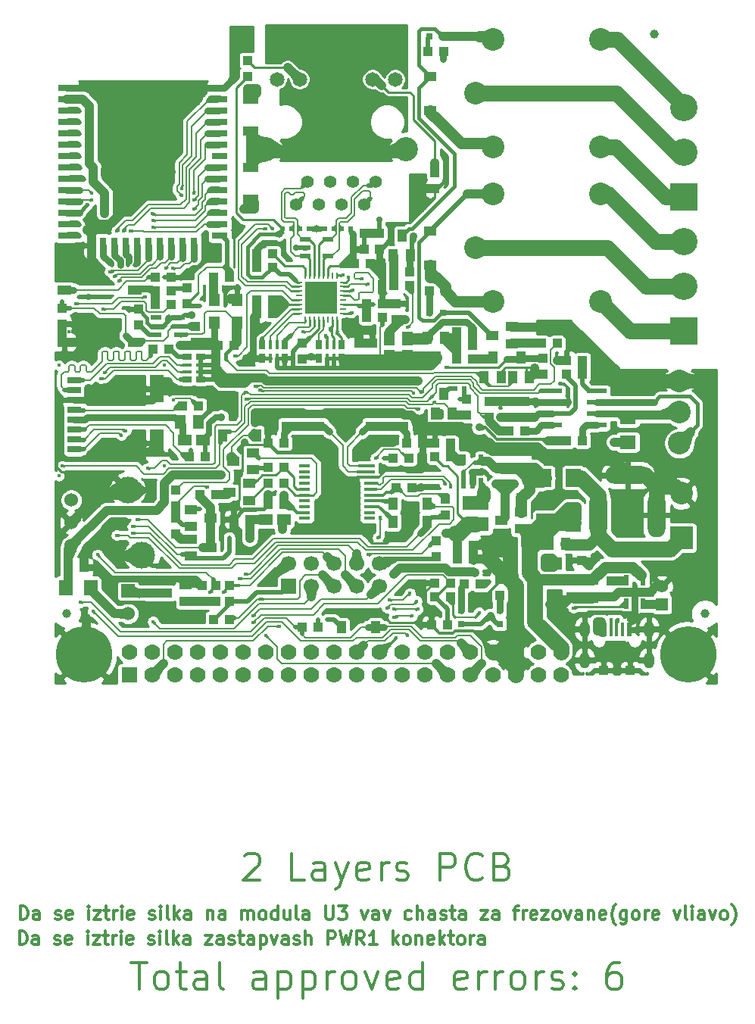
<source format=gbr>
G04 #@! TF.GenerationSoftware,KiCad,Pcbnew,5.1.6-c6e7f7d~87~ubuntu18.04.1*
G04 #@! TF.CreationDate,2022-06-03T15:36:12+03:00*
G04 #@! TF.ProjectId,ESP32-EVB_Rev_K,45535033-322d-4455-9642-5f5265765f4b,K*
G04 #@! TF.SameCoordinates,Original*
G04 #@! TF.FileFunction,Copper,L1,Top*
G04 #@! TF.FilePolarity,Positive*
%FSLAX46Y46*%
G04 Gerber Fmt 4.6, Leading zero omitted, Abs format (unit mm)*
G04 Created by KiCad (PCBNEW 5.1.6-c6e7f7d~87~ubuntu18.04.1) date 2022-06-03 15:36:12*
%MOMM*%
%LPD*%
G01*
G04 APERTURE LIST*
G04 #@! TA.AperFunction,NonConductor*
%ADD10C,0.300000*%
G04 #@! TD*
G04 #@! TA.AperFunction,EtchedComponent*
%ADD11C,0.508000*%
G04 #@! TD*
G04 #@! TA.AperFunction,ComponentPad*
%ADD12R,2.540000X2.540000*%
G04 #@! TD*
G04 #@! TA.AperFunction,ComponentPad*
%ADD13C,2.540000*%
G04 #@! TD*
G04 #@! TA.AperFunction,ComponentPad*
%ADD14O,5.000000X2.000000*%
G04 #@! TD*
G04 #@! TA.AperFunction,ComponentPad*
%ADD15O,2.000000X5.000000*%
G04 #@! TD*
G04 #@! TA.AperFunction,ComponentPad*
%ADD16C,1.700000*%
G04 #@! TD*
G04 #@! TA.AperFunction,ComponentPad*
%ADD17R,1.700000X1.700000*%
G04 #@! TD*
G04 #@! TA.AperFunction,ViaPad*
%ADD18C,1.300000*%
G04 #@! TD*
G04 #@! TA.AperFunction,ComponentPad*
%ADD19C,2.000000*%
G04 #@! TD*
G04 #@! TA.AperFunction,SMDPad,CuDef*
%ADD20R,5.000000X5.000000*%
G04 #@! TD*
G04 #@! TA.AperFunction,SMDPad,CuDef*
%ADD21R,1.800000X0.800000*%
G04 #@! TD*
G04 #@! TA.AperFunction,SMDPad,CuDef*
%ADD22R,0.800000X1.800000*%
G04 #@! TD*
G04 #@! TA.AperFunction,SMDPad,CuDef*
%ADD23R,0.500000X0.550000*%
G04 #@! TD*
G04 #@! TA.AperFunction,SMDPad,CuDef*
%ADD24R,1.016000X1.016000*%
G04 #@! TD*
G04 #@! TA.AperFunction,ComponentPad*
%ADD25C,1.778000*%
G04 #@! TD*
G04 #@! TA.AperFunction,ComponentPad*
%ADD26R,1.778000X1.778000*%
G04 #@! TD*
G04 #@! TA.AperFunction,ComponentPad*
%ADD27C,1.650000*%
G04 #@! TD*
G04 #@! TA.AperFunction,ComponentPad*
%ADD28C,2.700000*%
G04 #@! TD*
G04 #@! TA.AperFunction,ComponentPad*
%ADD29C,1.410000*%
G04 #@! TD*
G04 #@! TA.AperFunction,ComponentPad*
%ADD30R,1.400000X1.400000*%
G04 #@! TD*
G04 #@! TA.AperFunction,ComponentPad*
%ADD31C,1.400000*%
G04 #@! TD*
G04 #@! TA.AperFunction,Conductor*
%ADD32R,1.192000X1.746000*%
G04 #@! TD*
G04 #@! TA.AperFunction,SMDPad,CuDef*
%ADD33R,1.700000X2.000000*%
G04 #@! TD*
G04 #@! TA.AperFunction,SMDPad,CuDef*
%ADD34R,1.000000X1.400000*%
G04 #@! TD*
G04 #@! TA.AperFunction,SMDPad,CuDef*
%ADD35R,4.826000X1.100000*%
G04 #@! TD*
G04 #@! TA.AperFunction,SMDPad,CuDef*
%ADD36R,0.500000X1.650000*%
G04 #@! TD*
G04 #@! TA.AperFunction,SMDPad,CuDef*
%ADD37R,0.325000X1.650000*%
G04 #@! TD*
G04 #@! TA.AperFunction,SMDPad,CuDef*
%ADD38R,1.100000X1.000000*%
G04 #@! TD*
G04 #@! TA.AperFunction,ComponentPad*
%ADD39O,1.200000X1.800000*%
G04 #@! TD*
G04 #@! TA.AperFunction,SMDPad,CuDef*
%ADD40R,1.524000X1.016000*%
G04 #@! TD*
G04 #@! TA.AperFunction,SMDPad,CuDef*
%ADD41R,2.200000X0.600000*%
G04 #@! TD*
G04 #@! TA.AperFunction,SMDPad,CuDef*
%ADD42R,1.270000X0.325000*%
G04 #@! TD*
G04 #@! TA.AperFunction,SMDPad,CuDef*
%ADD43R,1.500000X3.100000*%
G04 #@! TD*
G04 #@! TA.AperFunction,SMDPad,CuDef*
%ADD44C,0.400000*%
G04 #@! TD*
G04 #@! TA.AperFunction,SMDPad,CuDef*
%ADD45R,1.500000X0.800000*%
G04 #@! TD*
G04 #@! TA.AperFunction,SMDPad,CuDef*
%ADD46R,3.600000X3.600000*%
G04 #@! TD*
G04 #@! TA.AperFunction,ComponentPad*
%ADD47R,0.400000X0.400000*%
G04 #@! TD*
G04 #@! TA.AperFunction,ComponentPad*
%ADD48R,1.422400X1.422400*%
G04 #@! TD*
G04 #@! TA.AperFunction,SMDPad,CuDef*
%ADD49R,0.250000X0.800000*%
G04 #@! TD*
G04 #@! TA.AperFunction,SMDPad,CuDef*
%ADD50R,0.800000X0.250000*%
G04 #@! TD*
G04 #@! TA.AperFunction,ComponentPad*
%ADD51C,3.048000*%
G04 #@! TD*
G04 #@! TA.AperFunction,ComponentPad*
%ADD52R,3.048000X3.048000*%
G04 #@! TD*
G04 #@! TA.AperFunction,ComponentPad*
%ADD53R,1.524000X1.524000*%
G04 #@! TD*
G04 #@! TA.AperFunction,ComponentPad*
%ADD54C,1.524000*%
G04 #@! TD*
G04 #@! TA.AperFunction,ComponentPad*
%ADD55C,3.000000*%
G04 #@! TD*
G04 #@! TA.AperFunction,SMDPad,CuDef*
%ADD56R,1.200000X1.400000*%
G04 #@! TD*
G04 #@! TA.AperFunction,SMDPad,CuDef*
%ADD57R,1.524000X1.270000*%
G04 #@! TD*
G04 #@! TA.AperFunction,ConnectorPad*
%ADD58C,1.000000*%
G04 #@! TD*
G04 #@! TA.AperFunction,SMDPad,CuDef*
%ADD59R,1.778000X2.286000*%
G04 #@! TD*
G04 #@! TA.AperFunction,SMDPad,CuDef*
%ADD60R,1.400000X1.000000*%
G04 #@! TD*
G04 #@! TA.AperFunction,SMDPad,CuDef*
%ADD61R,1.524000X1.778000*%
G04 #@! TD*
G04 #@! TA.AperFunction,SMDPad,CuDef*
%ADD62R,1.778000X1.524000*%
G04 #@! TD*
G04 #@! TA.AperFunction,SMDPad,CuDef*
%ADD63R,1.778000X1.016000*%
G04 #@! TD*
G04 #@! TA.AperFunction,ComponentPad*
%ADD64C,1.200000*%
G04 #@! TD*
G04 #@! TA.AperFunction,ComponentPad*
%ADD65C,6.300000*%
G04 #@! TD*
G04 #@! TA.AperFunction,SMDPad,CuDef*
%ADD66R,0.800000X0.800000*%
G04 #@! TD*
G04 #@! TA.AperFunction,SMDPad,CuDef*
%ADD67R,1.270000X1.524000*%
G04 #@! TD*
G04 #@! TA.AperFunction,SMDPad,CuDef*
%ADD68R,1.016000X0.381000*%
G04 #@! TD*
G04 #@! TA.AperFunction,SMDPad,CuDef*
%ADD69R,1.016000X0.635000*%
G04 #@! TD*
G04 #@! TA.AperFunction,SMDPad,CuDef*
%ADD70R,0.381000X1.016000*%
G04 #@! TD*
G04 #@! TA.AperFunction,SMDPad,CuDef*
%ADD71R,0.635000X1.016000*%
G04 #@! TD*
G04 #@! TA.AperFunction,SMDPad,CuDef*
%ADD72R,0.550000X1.200000*%
G04 #@! TD*
G04 #@! TA.AperFunction,SMDPad,CuDef*
%ADD73R,1.200000X0.550000*%
G04 #@! TD*
G04 #@! TA.AperFunction,SMDPad,CuDef*
%ADD74R,3.000000X1.600000*%
G04 #@! TD*
G04 #@! TA.AperFunction,ViaPad*
%ADD75C,0.900000*%
G04 #@! TD*
G04 #@! TA.AperFunction,ViaPad*
%ADD76C,0.450000*%
G04 #@! TD*
G04 #@! TA.AperFunction,ViaPad*
%ADD77C,0.700000*%
G04 #@! TD*
G04 #@! TA.AperFunction,ViaPad*
%ADD78C,0.800000*%
G04 #@! TD*
G04 #@! TA.AperFunction,Conductor*
%ADD79C,1.270000*%
G04 #@! TD*
G04 #@! TA.AperFunction,Conductor*
%ADD80C,1.778000*%
G04 #@! TD*
G04 #@! TA.AperFunction,Conductor*
%ADD81C,0.762000*%
G04 #@! TD*
G04 #@! TA.AperFunction,Conductor*
%ADD82C,1.016000*%
G04 #@! TD*
G04 #@! TA.AperFunction,Conductor*
%ADD83C,1.524000*%
G04 #@! TD*
G04 #@! TA.AperFunction,Conductor*
%ADD84C,0.508000*%
G04 #@! TD*
G04 #@! TA.AperFunction,Conductor*
%ADD85C,0.203200*%
G04 #@! TD*
G04 #@! TA.AperFunction,Conductor*
%ADD86C,0.406400*%
G04 #@! TD*
G04 #@! TA.AperFunction,Conductor*
%ADD87C,0.254000*%
G04 #@! TD*
G04 #@! TA.AperFunction,Conductor*
%ADD88C,0.304800*%
G04 #@! TD*
G04 #@! TA.AperFunction,Conductor*
%ADD89C,0.660400*%
G04 #@! TD*
G04 #@! TA.AperFunction,Conductor*
%ADD90C,0.355600*%
G04 #@! TD*
G04 #@! TA.AperFunction,Conductor*
%ADD91C,0.025400*%
G04 #@! TD*
G04 APERTURE END LIST*
D10*
X78727571Y-172347142D02*
X80441857Y-172347142D01*
X79584714Y-175347142D02*
X79584714Y-172347142D01*
X81870428Y-175347142D02*
X81584714Y-175204285D01*
X81441857Y-175061428D01*
X81298999Y-174775714D01*
X81298999Y-173918571D01*
X81441857Y-173632857D01*
X81584714Y-173490000D01*
X81870428Y-173347142D01*
X82298999Y-173347142D01*
X82584714Y-173490000D01*
X82727571Y-173632857D01*
X82870428Y-173918571D01*
X82870428Y-174775714D01*
X82727571Y-175061428D01*
X82584714Y-175204285D01*
X82298999Y-175347142D01*
X81870428Y-175347142D01*
X83727571Y-173347142D02*
X84870428Y-173347142D01*
X84156142Y-172347142D02*
X84156142Y-174918571D01*
X84298999Y-175204285D01*
X84584714Y-175347142D01*
X84870428Y-175347142D01*
X87156142Y-175347142D02*
X87156142Y-173775714D01*
X87013285Y-173490000D01*
X86727571Y-173347142D01*
X86156142Y-173347142D01*
X85870428Y-173490000D01*
X87156142Y-175204285D02*
X86870428Y-175347142D01*
X86156142Y-175347142D01*
X85870428Y-175204285D01*
X85727571Y-174918571D01*
X85727571Y-174632857D01*
X85870428Y-174347142D01*
X86156142Y-174204285D01*
X86870428Y-174204285D01*
X87156142Y-174061428D01*
X89013285Y-175347142D02*
X88727571Y-175204285D01*
X88584714Y-174918571D01*
X88584714Y-172347142D01*
X93727571Y-175347142D02*
X93727571Y-173775714D01*
X93584714Y-173490000D01*
X93298999Y-173347142D01*
X92727571Y-173347142D01*
X92441857Y-173490000D01*
X93727571Y-175204285D02*
X93441857Y-175347142D01*
X92727571Y-175347142D01*
X92441857Y-175204285D01*
X92298999Y-174918571D01*
X92298999Y-174632857D01*
X92441857Y-174347142D01*
X92727571Y-174204285D01*
X93441857Y-174204285D01*
X93727571Y-174061428D01*
X95156142Y-173347142D02*
X95156142Y-176347142D01*
X95156142Y-173490000D02*
X95441857Y-173347142D01*
X96013285Y-173347142D01*
X96299000Y-173490000D01*
X96441857Y-173632857D01*
X96584714Y-173918571D01*
X96584714Y-174775714D01*
X96441857Y-175061428D01*
X96299000Y-175204285D01*
X96013285Y-175347142D01*
X95441857Y-175347142D01*
X95156142Y-175204285D01*
X97870428Y-173347142D02*
X97870428Y-176347142D01*
X97870428Y-173490000D02*
X98156142Y-173347142D01*
X98727571Y-173347142D01*
X99013285Y-173490000D01*
X99156142Y-173632857D01*
X99298999Y-173918571D01*
X99298999Y-174775714D01*
X99156142Y-175061428D01*
X99013285Y-175204285D01*
X98727571Y-175347142D01*
X98156142Y-175347142D01*
X97870428Y-175204285D01*
X100584714Y-175347142D02*
X100584714Y-173347142D01*
X100584714Y-173918571D02*
X100727571Y-173632857D01*
X100870428Y-173490000D01*
X101156142Y-173347142D01*
X101441857Y-173347142D01*
X102870428Y-175347142D02*
X102584714Y-175204285D01*
X102441857Y-175061428D01*
X102298999Y-174775714D01*
X102298999Y-173918571D01*
X102441857Y-173632857D01*
X102584714Y-173490000D01*
X102870428Y-173347142D01*
X103298999Y-173347142D01*
X103584714Y-173490000D01*
X103727571Y-173632857D01*
X103870428Y-173918571D01*
X103870428Y-174775714D01*
X103727571Y-175061428D01*
X103584714Y-175204285D01*
X103298999Y-175347142D01*
X102870428Y-175347142D01*
X104870428Y-173347142D02*
X105584714Y-175347142D01*
X106298999Y-173347142D01*
X108584714Y-175204285D02*
X108298999Y-175347142D01*
X107727571Y-175347142D01*
X107441857Y-175204285D01*
X107298999Y-174918571D01*
X107298999Y-173775714D01*
X107441857Y-173490000D01*
X107727571Y-173347142D01*
X108298999Y-173347142D01*
X108584714Y-173490000D01*
X108727571Y-173775714D01*
X108727571Y-174061428D01*
X107298999Y-174347142D01*
X111298999Y-175347142D02*
X111298999Y-172347142D01*
X111298999Y-175204285D02*
X111013285Y-175347142D01*
X110441857Y-175347142D01*
X110156142Y-175204285D01*
X110013285Y-175061428D01*
X109870428Y-174775714D01*
X109870428Y-173918571D01*
X110013285Y-173632857D01*
X110156142Y-173490000D01*
X110441857Y-173347142D01*
X111013285Y-173347142D01*
X111298999Y-173490000D01*
X116156142Y-175204285D02*
X115870428Y-175347142D01*
X115298999Y-175347142D01*
X115013285Y-175204285D01*
X114870428Y-174918571D01*
X114870428Y-173775714D01*
X115013285Y-173490000D01*
X115298999Y-173347142D01*
X115870428Y-173347142D01*
X116156142Y-173490000D01*
X116298999Y-173775714D01*
X116298999Y-174061428D01*
X114870428Y-174347142D01*
X117584714Y-175347142D02*
X117584714Y-173347142D01*
X117584714Y-173918571D02*
X117727571Y-173632857D01*
X117870428Y-173490000D01*
X118156142Y-173347142D01*
X118441857Y-173347142D01*
X119441857Y-175347142D02*
X119441857Y-173347142D01*
X119441857Y-173918571D02*
X119584714Y-173632857D01*
X119727571Y-173490000D01*
X120013285Y-173347142D01*
X120299000Y-173347142D01*
X121727571Y-175347142D02*
X121441857Y-175204285D01*
X121299000Y-175061428D01*
X121156142Y-174775714D01*
X121156142Y-173918571D01*
X121299000Y-173632857D01*
X121441857Y-173490000D01*
X121727571Y-173347142D01*
X122156142Y-173347142D01*
X122441857Y-173490000D01*
X122584714Y-173632857D01*
X122727571Y-173918571D01*
X122727571Y-174775714D01*
X122584714Y-175061428D01*
X122441857Y-175204285D01*
X122156142Y-175347142D01*
X121727571Y-175347142D01*
X124013285Y-175347142D02*
X124013285Y-173347142D01*
X124013285Y-173918571D02*
X124156142Y-173632857D01*
X124299000Y-173490000D01*
X124584714Y-173347142D01*
X124870428Y-173347142D01*
X125727571Y-175204285D02*
X126013285Y-175347142D01*
X126584714Y-175347142D01*
X126870428Y-175204285D01*
X127013285Y-174918571D01*
X127013285Y-174775714D01*
X126870428Y-174490000D01*
X126584714Y-174347142D01*
X126156142Y-174347142D01*
X125870428Y-174204285D01*
X125727571Y-173918571D01*
X125727571Y-173775714D01*
X125870428Y-173490000D01*
X126156142Y-173347142D01*
X126584714Y-173347142D01*
X126870428Y-173490000D01*
X128299000Y-175061428D02*
X128441857Y-175204285D01*
X128299000Y-175347142D01*
X128156142Y-175204285D01*
X128299000Y-175061428D01*
X128299000Y-175347142D01*
X128299000Y-173490000D02*
X128441857Y-173632857D01*
X128299000Y-173775714D01*
X128156142Y-173632857D01*
X128299000Y-173490000D01*
X128299000Y-173775714D01*
X133298999Y-172347142D02*
X132727571Y-172347142D01*
X132441857Y-172490000D01*
X132298999Y-172632857D01*
X132013285Y-173061428D01*
X131870428Y-173632857D01*
X131870428Y-174775714D01*
X132013285Y-175061428D01*
X132156142Y-175204285D01*
X132441857Y-175347142D01*
X133013285Y-175347142D01*
X133298999Y-175204285D01*
X133441857Y-175061428D01*
X133584714Y-174775714D01*
X133584714Y-174061428D01*
X133441857Y-173775714D01*
X133298999Y-173632857D01*
X133013285Y-173490000D01*
X132441857Y-173490000D01*
X132156142Y-173632857D01*
X132013285Y-173775714D01*
X131870428Y-174061428D01*
X66201999Y-170350571D02*
X66201999Y-168850571D01*
X66559142Y-168850571D01*
X66773428Y-168922000D01*
X66916285Y-169064857D01*
X66987714Y-169207714D01*
X67059142Y-169493428D01*
X67059142Y-169707714D01*
X66987714Y-169993428D01*
X66916285Y-170136285D01*
X66773428Y-170279142D01*
X66559142Y-170350571D01*
X66201999Y-170350571D01*
X68344857Y-170350571D02*
X68344857Y-169564857D01*
X68273428Y-169422000D01*
X68130571Y-169350571D01*
X67844857Y-169350571D01*
X67701999Y-169422000D01*
X68344857Y-170279142D02*
X68201999Y-170350571D01*
X67844857Y-170350571D01*
X67701999Y-170279142D01*
X67630571Y-170136285D01*
X67630571Y-169993428D01*
X67701999Y-169850571D01*
X67844857Y-169779142D01*
X68201999Y-169779142D01*
X68344857Y-169707714D01*
X70130571Y-170279142D02*
X70273428Y-170350571D01*
X70559142Y-170350571D01*
X70701999Y-170279142D01*
X70773428Y-170136285D01*
X70773428Y-170064857D01*
X70701999Y-169922000D01*
X70559142Y-169850571D01*
X70344857Y-169850571D01*
X70201999Y-169779142D01*
X70130571Y-169636285D01*
X70130571Y-169564857D01*
X70201999Y-169422000D01*
X70344857Y-169350571D01*
X70559142Y-169350571D01*
X70701999Y-169422000D01*
X71987714Y-170279142D02*
X71844857Y-170350571D01*
X71559142Y-170350571D01*
X71416285Y-170279142D01*
X71344857Y-170136285D01*
X71344857Y-169564857D01*
X71416285Y-169422000D01*
X71559142Y-169350571D01*
X71844857Y-169350571D01*
X71987714Y-169422000D01*
X72059142Y-169564857D01*
X72059142Y-169707714D01*
X71344857Y-169850571D01*
X73844857Y-170350571D02*
X73844857Y-169350571D01*
X73844857Y-168850571D02*
X73773428Y-168922000D01*
X73844857Y-168993428D01*
X73916285Y-168922000D01*
X73844857Y-168850571D01*
X73844857Y-168993428D01*
X74416285Y-169350571D02*
X75201999Y-169350571D01*
X74416285Y-170350571D01*
X75201999Y-170350571D01*
X75559142Y-169350571D02*
X76130571Y-169350571D01*
X75773428Y-168850571D02*
X75773428Y-170136285D01*
X75844857Y-170279142D01*
X75987714Y-170350571D01*
X76130571Y-170350571D01*
X76630571Y-170350571D02*
X76630571Y-169350571D01*
X76630571Y-169636285D02*
X76701999Y-169493428D01*
X76773428Y-169422000D01*
X76916285Y-169350571D01*
X77059142Y-169350571D01*
X77559142Y-170350571D02*
X77559142Y-169350571D01*
X77559142Y-168850571D02*
X77487714Y-168922000D01*
X77559142Y-168993428D01*
X77630571Y-168922000D01*
X77559142Y-168850571D01*
X77559142Y-168993428D01*
X78844857Y-170279142D02*
X78701999Y-170350571D01*
X78416285Y-170350571D01*
X78273428Y-170279142D01*
X78201999Y-170136285D01*
X78201999Y-169564857D01*
X78273428Y-169422000D01*
X78416285Y-169350571D01*
X78701999Y-169350571D01*
X78844857Y-169422000D01*
X78916285Y-169564857D01*
X78916285Y-169707714D01*
X78201999Y-169850571D01*
X80630571Y-170279142D02*
X80773428Y-170350571D01*
X81059142Y-170350571D01*
X81201999Y-170279142D01*
X81273428Y-170136285D01*
X81273428Y-170064857D01*
X81201999Y-169922000D01*
X81059142Y-169850571D01*
X80844857Y-169850571D01*
X80701999Y-169779142D01*
X80630571Y-169636285D01*
X80630571Y-169564857D01*
X80701999Y-169422000D01*
X80844857Y-169350571D01*
X81059142Y-169350571D01*
X81201999Y-169422000D01*
X81916285Y-170350571D02*
X81916285Y-169350571D01*
X81916285Y-168850571D02*
X81844857Y-168922000D01*
X81916285Y-168993428D01*
X81987714Y-168922000D01*
X81916285Y-168850571D01*
X81916285Y-168993428D01*
X82844857Y-170350571D02*
X82702000Y-170279142D01*
X82630571Y-170136285D01*
X82630571Y-168850571D01*
X83416285Y-170350571D02*
X83416285Y-168850571D01*
X83559142Y-169779142D02*
X83987714Y-170350571D01*
X83987714Y-169350571D02*
X83416285Y-169922000D01*
X85273428Y-170350571D02*
X85273428Y-169564857D01*
X85202000Y-169422000D01*
X85059142Y-169350571D01*
X84773428Y-169350571D01*
X84630571Y-169422000D01*
X85273428Y-170279142D02*
X85130571Y-170350571D01*
X84773428Y-170350571D01*
X84630571Y-170279142D01*
X84559142Y-170136285D01*
X84559142Y-169993428D01*
X84630571Y-169850571D01*
X84773428Y-169779142D01*
X85130571Y-169779142D01*
X85273428Y-169707714D01*
X86987714Y-169350571D02*
X87773428Y-169350571D01*
X86987714Y-170350571D01*
X87773428Y-170350571D01*
X88987714Y-170350571D02*
X88987714Y-169564857D01*
X88916285Y-169422000D01*
X88773428Y-169350571D01*
X88487714Y-169350571D01*
X88344857Y-169422000D01*
X88987714Y-170279142D02*
X88844857Y-170350571D01*
X88487714Y-170350571D01*
X88344857Y-170279142D01*
X88273428Y-170136285D01*
X88273428Y-169993428D01*
X88344857Y-169850571D01*
X88487714Y-169779142D01*
X88844857Y-169779142D01*
X88987714Y-169707714D01*
X89630571Y-170279142D02*
X89773428Y-170350571D01*
X90059142Y-170350571D01*
X90202000Y-170279142D01*
X90273428Y-170136285D01*
X90273428Y-170064857D01*
X90202000Y-169922000D01*
X90059142Y-169850571D01*
X89844857Y-169850571D01*
X89702000Y-169779142D01*
X89630571Y-169636285D01*
X89630571Y-169564857D01*
X89702000Y-169422000D01*
X89844857Y-169350571D01*
X90059142Y-169350571D01*
X90202000Y-169422000D01*
X90701999Y-169350571D02*
X91273428Y-169350571D01*
X90916285Y-168850571D02*
X90916285Y-170136285D01*
X90987714Y-170279142D01*
X91130571Y-170350571D01*
X91273428Y-170350571D01*
X92416285Y-170350571D02*
X92416285Y-169564857D01*
X92344857Y-169422000D01*
X92202000Y-169350571D01*
X91916285Y-169350571D01*
X91773428Y-169422000D01*
X92416285Y-170279142D02*
X92273428Y-170350571D01*
X91916285Y-170350571D01*
X91773428Y-170279142D01*
X91702000Y-170136285D01*
X91702000Y-169993428D01*
X91773428Y-169850571D01*
X91916285Y-169779142D01*
X92273428Y-169779142D01*
X92416285Y-169707714D01*
X93130571Y-169350571D02*
X93130571Y-170850571D01*
X93130571Y-169422000D02*
X93273428Y-169350571D01*
X93559142Y-169350571D01*
X93702000Y-169422000D01*
X93773428Y-169493428D01*
X93844857Y-169636285D01*
X93844857Y-170064857D01*
X93773428Y-170207714D01*
X93702000Y-170279142D01*
X93559142Y-170350571D01*
X93273428Y-170350571D01*
X93130571Y-170279142D01*
X94344857Y-169350571D02*
X94702000Y-170350571D01*
X95059142Y-169350571D01*
X96273428Y-170350571D02*
X96273428Y-169564857D01*
X96202000Y-169422000D01*
X96059142Y-169350571D01*
X95773428Y-169350571D01*
X95630571Y-169422000D01*
X96273428Y-170279142D02*
X96130571Y-170350571D01*
X95773428Y-170350571D01*
X95630571Y-170279142D01*
X95559142Y-170136285D01*
X95559142Y-169993428D01*
X95630571Y-169850571D01*
X95773428Y-169779142D01*
X96130571Y-169779142D01*
X96273428Y-169707714D01*
X96916285Y-170279142D02*
X97059142Y-170350571D01*
X97344857Y-170350571D01*
X97487714Y-170279142D01*
X97559142Y-170136285D01*
X97559142Y-170064857D01*
X97487714Y-169922000D01*
X97344857Y-169850571D01*
X97130571Y-169850571D01*
X96987714Y-169779142D01*
X96916285Y-169636285D01*
X96916285Y-169564857D01*
X96987714Y-169422000D01*
X97130571Y-169350571D01*
X97344857Y-169350571D01*
X97487714Y-169422000D01*
X98202000Y-170350571D02*
X98202000Y-168850571D01*
X98844857Y-170350571D02*
X98844857Y-169564857D01*
X98773428Y-169422000D01*
X98630571Y-169350571D01*
X98416285Y-169350571D01*
X98273428Y-169422000D01*
X98202000Y-169493428D01*
X100702000Y-170350571D02*
X100702000Y-168850571D01*
X101273428Y-168850571D01*
X101416285Y-168922000D01*
X101487714Y-168993428D01*
X101559142Y-169136285D01*
X101559142Y-169350571D01*
X101487714Y-169493428D01*
X101416285Y-169564857D01*
X101273428Y-169636285D01*
X100702000Y-169636285D01*
X102059142Y-168850571D02*
X102416285Y-170350571D01*
X102702000Y-169279142D01*
X102987714Y-170350571D01*
X103344857Y-168850571D01*
X104773428Y-170350571D02*
X104273428Y-169636285D01*
X103916285Y-170350571D02*
X103916285Y-168850571D01*
X104487714Y-168850571D01*
X104630571Y-168922000D01*
X104702000Y-168993428D01*
X104773428Y-169136285D01*
X104773428Y-169350571D01*
X104702000Y-169493428D01*
X104630571Y-169564857D01*
X104487714Y-169636285D01*
X103916285Y-169636285D01*
X106202000Y-170350571D02*
X105344857Y-170350571D01*
X105773428Y-170350571D02*
X105773428Y-168850571D01*
X105630571Y-169064857D01*
X105487714Y-169207714D01*
X105344857Y-169279142D01*
X107987714Y-170350571D02*
X107987714Y-168850571D01*
X108130571Y-169779142D02*
X108559142Y-170350571D01*
X108559142Y-169350571D02*
X107987714Y-169922000D01*
X109416285Y-170350571D02*
X109273428Y-170279142D01*
X109202000Y-170207714D01*
X109130571Y-170064857D01*
X109130571Y-169636285D01*
X109202000Y-169493428D01*
X109273428Y-169422000D01*
X109416285Y-169350571D01*
X109630571Y-169350571D01*
X109773428Y-169422000D01*
X109844857Y-169493428D01*
X109916285Y-169636285D01*
X109916285Y-170064857D01*
X109844857Y-170207714D01*
X109773428Y-170279142D01*
X109630571Y-170350571D01*
X109416285Y-170350571D01*
X110559142Y-169350571D02*
X110559142Y-170350571D01*
X110559142Y-169493428D02*
X110630571Y-169422000D01*
X110773428Y-169350571D01*
X110987714Y-169350571D01*
X111130571Y-169422000D01*
X111202000Y-169564857D01*
X111202000Y-170350571D01*
X112487714Y-170279142D02*
X112344857Y-170350571D01*
X112059142Y-170350571D01*
X111916285Y-170279142D01*
X111844857Y-170136285D01*
X111844857Y-169564857D01*
X111916285Y-169422000D01*
X112059142Y-169350571D01*
X112344857Y-169350571D01*
X112487714Y-169422000D01*
X112559142Y-169564857D01*
X112559142Y-169707714D01*
X111844857Y-169850571D01*
X113202000Y-170350571D02*
X113202000Y-168850571D01*
X113344857Y-169779142D02*
X113773428Y-170350571D01*
X113773428Y-169350571D02*
X113202000Y-169922000D01*
X114202000Y-169350571D02*
X114773428Y-169350571D01*
X114416285Y-168850571D02*
X114416285Y-170136285D01*
X114487714Y-170279142D01*
X114630571Y-170350571D01*
X114773428Y-170350571D01*
X115487714Y-170350571D02*
X115344857Y-170279142D01*
X115273428Y-170207714D01*
X115202000Y-170064857D01*
X115202000Y-169636285D01*
X115273428Y-169493428D01*
X115344857Y-169422000D01*
X115487714Y-169350571D01*
X115702000Y-169350571D01*
X115844857Y-169422000D01*
X115916285Y-169493428D01*
X115987714Y-169636285D01*
X115987714Y-170064857D01*
X115916285Y-170207714D01*
X115844857Y-170279142D01*
X115702000Y-170350571D01*
X115487714Y-170350571D01*
X116630571Y-170350571D02*
X116630571Y-169350571D01*
X116630571Y-169636285D02*
X116702000Y-169493428D01*
X116773428Y-169422000D01*
X116916285Y-169350571D01*
X117059142Y-169350571D01*
X118202000Y-170350571D02*
X118202000Y-169564857D01*
X118130571Y-169422000D01*
X117987714Y-169350571D01*
X117702000Y-169350571D01*
X117559142Y-169422000D01*
X118202000Y-170279142D02*
X118059142Y-170350571D01*
X117702000Y-170350571D01*
X117559142Y-170279142D01*
X117487714Y-170136285D01*
X117487714Y-169993428D01*
X117559142Y-169850571D01*
X117702000Y-169779142D01*
X118059142Y-169779142D01*
X118202000Y-169707714D01*
X66299000Y-167556571D02*
X66299000Y-166056571D01*
X66656142Y-166056571D01*
X66870428Y-166128000D01*
X67013285Y-166270857D01*
X67084714Y-166413714D01*
X67156142Y-166699428D01*
X67156142Y-166913714D01*
X67084714Y-167199428D01*
X67013285Y-167342285D01*
X66870428Y-167485142D01*
X66656142Y-167556571D01*
X66299000Y-167556571D01*
X68441857Y-167556571D02*
X68441857Y-166770857D01*
X68370428Y-166628000D01*
X68227571Y-166556571D01*
X67941857Y-166556571D01*
X67799000Y-166628000D01*
X68441857Y-167485142D02*
X68299000Y-167556571D01*
X67941857Y-167556571D01*
X67799000Y-167485142D01*
X67727571Y-167342285D01*
X67727571Y-167199428D01*
X67799000Y-167056571D01*
X67941857Y-166985142D01*
X68299000Y-166985142D01*
X68441857Y-166913714D01*
X70227571Y-167485142D02*
X70370428Y-167556571D01*
X70656142Y-167556571D01*
X70799000Y-167485142D01*
X70870428Y-167342285D01*
X70870428Y-167270857D01*
X70799000Y-167128000D01*
X70656142Y-167056571D01*
X70441857Y-167056571D01*
X70299000Y-166985142D01*
X70227571Y-166842285D01*
X70227571Y-166770857D01*
X70299000Y-166628000D01*
X70441857Y-166556571D01*
X70656142Y-166556571D01*
X70799000Y-166628000D01*
X72084714Y-167485142D02*
X71941857Y-167556571D01*
X71656142Y-167556571D01*
X71513285Y-167485142D01*
X71441857Y-167342285D01*
X71441857Y-166770857D01*
X71513285Y-166628000D01*
X71656142Y-166556571D01*
X71941857Y-166556571D01*
X72084714Y-166628000D01*
X72156142Y-166770857D01*
X72156142Y-166913714D01*
X71441857Y-167056571D01*
X73941857Y-167556571D02*
X73941857Y-166556571D01*
X73941857Y-166056571D02*
X73870428Y-166128000D01*
X73941857Y-166199428D01*
X74013285Y-166128000D01*
X73941857Y-166056571D01*
X73941857Y-166199428D01*
X74513285Y-166556571D02*
X75299000Y-166556571D01*
X74513285Y-167556571D01*
X75299000Y-167556571D01*
X75656142Y-166556571D02*
X76227571Y-166556571D01*
X75870428Y-166056571D02*
X75870428Y-167342285D01*
X75941857Y-167485142D01*
X76084714Y-167556571D01*
X76227571Y-167556571D01*
X76727571Y-167556571D02*
X76727571Y-166556571D01*
X76727571Y-166842285D02*
X76799000Y-166699428D01*
X76870428Y-166628000D01*
X77013285Y-166556571D01*
X77156142Y-166556571D01*
X77656142Y-167556571D02*
X77656142Y-166556571D01*
X77656142Y-166056571D02*
X77584714Y-166128000D01*
X77656142Y-166199428D01*
X77727571Y-166128000D01*
X77656142Y-166056571D01*
X77656142Y-166199428D01*
X78941857Y-167485142D02*
X78799000Y-167556571D01*
X78513285Y-167556571D01*
X78370428Y-167485142D01*
X78299000Y-167342285D01*
X78299000Y-166770857D01*
X78370428Y-166628000D01*
X78513285Y-166556571D01*
X78799000Y-166556571D01*
X78941857Y-166628000D01*
X79013285Y-166770857D01*
X79013285Y-166913714D01*
X78299000Y-167056571D01*
X80727571Y-167485142D02*
X80870428Y-167556571D01*
X81156142Y-167556571D01*
X81299000Y-167485142D01*
X81370428Y-167342285D01*
X81370428Y-167270857D01*
X81299000Y-167128000D01*
X81156142Y-167056571D01*
X80941857Y-167056571D01*
X80799000Y-166985142D01*
X80727571Y-166842285D01*
X80727571Y-166770857D01*
X80799000Y-166628000D01*
X80941857Y-166556571D01*
X81156142Y-166556571D01*
X81299000Y-166628000D01*
X82013285Y-167556571D02*
X82013285Y-166556571D01*
X82013285Y-166056571D02*
X81941857Y-166128000D01*
X82013285Y-166199428D01*
X82084714Y-166128000D01*
X82013285Y-166056571D01*
X82013285Y-166199428D01*
X82941857Y-167556571D02*
X82799000Y-167485142D01*
X82727571Y-167342285D01*
X82727571Y-166056571D01*
X83513285Y-167556571D02*
X83513285Y-166056571D01*
X83656142Y-166985142D02*
X84084714Y-167556571D01*
X84084714Y-166556571D02*
X83513285Y-167128000D01*
X85370428Y-167556571D02*
X85370428Y-166770857D01*
X85299000Y-166628000D01*
X85156142Y-166556571D01*
X84870428Y-166556571D01*
X84727571Y-166628000D01*
X85370428Y-167485142D02*
X85227571Y-167556571D01*
X84870428Y-167556571D01*
X84727571Y-167485142D01*
X84656142Y-167342285D01*
X84656142Y-167199428D01*
X84727571Y-167056571D01*
X84870428Y-166985142D01*
X85227571Y-166985142D01*
X85370428Y-166913714D01*
X87227571Y-166556571D02*
X87227571Y-167556571D01*
X87227571Y-166699428D02*
X87299000Y-166628000D01*
X87441857Y-166556571D01*
X87656142Y-166556571D01*
X87799000Y-166628000D01*
X87870428Y-166770857D01*
X87870428Y-167556571D01*
X89227571Y-167556571D02*
X89227571Y-166770857D01*
X89156142Y-166628000D01*
X89013285Y-166556571D01*
X88727571Y-166556571D01*
X88584714Y-166628000D01*
X89227571Y-167485142D02*
X89084714Y-167556571D01*
X88727571Y-167556571D01*
X88584714Y-167485142D01*
X88513285Y-167342285D01*
X88513285Y-167199428D01*
X88584714Y-167056571D01*
X88727571Y-166985142D01*
X89084714Y-166985142D01*
X89227571Y-166913714D01*
X91084714Y-167556571D02*
X91084714Y-166556571D01*
X91084714Y-166699428D02*
X91156142Y-166628000D01*
X91299000Y-166556571D01*
X91513285Y-166556571D01*
X91656142Y-166628000D01*
X91727571Y-166770857D01*
X91727571Y-167556571D01*
X91727571Y-166770857D02*
X91799000Y-166628000D01*
X91941857Y-166556571D01*
X92156142Y-166556571D01*
X92299000Y-166628000D01*
X92370428Y-166770857D01*
X92370428Y-167556571D01*
X93299000Y-167556571D02*
X93156142Y-167485142D01*
X93084714Y-167413714D01*
X93013285Y-167270857D01*
X93013285Y-166842285D01*
X93084714Y-166699428D01*
X93156142Y-166628000D01*
X93299000Y-166556571D01*
X93513285Y-166556571D01*
X93656142Y-166628000D01*
X93727571Y-166699428D01*
X93799000Y-166842285D01*
X93799000Y-167270857D01*
X93727571Y-167413714D01*
X93656142Y-167485142D01*
X93513285Y-167556571D01*
X93299000Y-167556571D01*
X95084714Y-167556571D02*
X95084714Y-166056571D01*
X95084714Y-167485142D02*
X94941857Y-167556571D01*
X94656142Y-167556571D01*
X94513285Y-167485142D01*
X94441857Y-167413714D01*
X94370428Y-167270857D01*
X94370428Y-166842285D01*
X94441857Y-166699428D01*
X94513285Y-166628000D01*
X94656142Y-166556571D01*
X94941857Y-166556571D01*
X95084714Y-166628000D01*
X96441857Y-166556571D02*
X96441857Y-167556571D01*
X95799000Y-166556571D02*
X95799000Y-167342285D01*
X95870428Y-167485142D01*
X96013285Y-167556571D01*
X96227571Y-167556571D01*
X96370428Y-167485142D01*
X96441857Y-167413714D01*
X97370428Y-167556571D02*
X97227571Y-167485142D01*
X97156142Y-167342285D01*
X97156142Y-166056571D01*
X98584714Y-167556571D02*
X98584714Y-166770857D01*
X98513285Y-166628000D01*
X98370428Y-166556571D01*
X98084714Y-166556571D01*
X97941857Y-166628000D01*
X98584714Y-167485142D02*
X98441857Y-167556571D01*
X98084714Y-167556571D01*
X97941857Y-167485142D01*
X97870428Y-167342285D01*
X97870428Y-167199428D01*
X97941857Y-167056571D01*
X98084714Y-166985142D01*
X98441857Y-166985142D01*
X98584714Y-166913714D01*
X100441857Y-166056571D02*
X100441857Y-167270857D01*
X100513285Y-167413714D01*
X100584714Y-167485142D01*
X100727571Y-167556571D01*
X101013285Y-167556571D01*
X101156142Y-167485142D01*
X101227571Y-167413714D01*
X101299000Y-167270857D01*
X101299000Y-166056571D01*
X101870428Y-166056571D02*
X102799000Y-166056571D01*
X102299000Y-166628000D01*
X102513285Y-166628000D01*
X102656142Y-166699428D01*
X102727571Y-166770857D01*
X102799000Y-166913714D01*
X102799000Y-167270857D01*
X102727571Y-167413714D01*
X102656142Y-167485142D01*
X102513285Y-167556571D01*
X102084714Y-167556571D01*
X101941857Y-167485142D01*
X101870428Y-167413714D01*
X104441857Y-166556571D02*
X104799000Y-167556571D01*
X105156142Y-166556571D01*
X106370428Y-167556571D02*
X106370428Y-166770857D01*
X106299000Y-166628000D01*
X106156142Y-166556571D01*
X105870428Y-166556571D01*
X105727571Y-166628000D01*
X106370428Y-167485142D02*
X106227571Y-167556571D01*
X105870428Y-167556571D01*
X105727571Y-167485142D01*
X105656142Y-167342285D01*
X105656142Y-167199428D01*
X105727571Y-167056571D01*
X105870428Y-166985142D01*
X106227571Y-166985142D01*
X106370428Y-166913714D01*
X106941857Y-166556571D02*
X107299000Y-167556571D01*
X107656142Y-166556571D01*
X110013285Y-167485142D02*
X109870428Y-167556571D01*
X109584714Y-167556571D01*
X109441857Y-167485142D01*
X109370428Y-167413714D01*
X109299000Y-167270857D01*
X109299000Y-166842285D01*
X109370428Y-166699428D01*
X109441857Y-166628000D01*
X109584714Y-166556571D01*
X109870428Y-166556571D01*
X110013285Y-166628000D01*
X110656142Y-167556571D02*
X110656142Y-166056571D01*
X111299000Y-167556571D02*
X111299000Y-166770857D01*
X111227571Y-166628000D01*
X111084714Y-166556571D01*
X110870428Y-166556571D01*
X110727571Y-166628000D01*
X110656142Y-166699428D01*
X112656142Y-167556571D02*
X112656142Y-166770857D01*
X112584714Y-166628000D01*
X112441857Y-166556571D01*
X112156142Y-166556571D01*
X112013285Y-166628000D01*
X112656142Y-167485142D02*
X112513285Y-167556571D01*
X112156142Y-167556571D01*
X112013285Y-167485142D01*
X111941857Y-167342285D01*
X111941857Y-167199428D01*
X112013285Y-167056571D01*
X112156142Y-166985142D01*
X112513285Y-166985142D01*
X112656142Y-166913714D01*
X113299000Y-167485142D02*
X113441857Y-167556571D01*
X113727571Y-167556571D01*
X113870428Y-167485142D01*
X113941857Y-167342285D01*
X113941857Y-167270857D01*
X113870428Y-167128000D01*
X113727571Y-167056571D01*
X113513285Y-167056571D01*
X113370428Y-166985142D01*
X113299000Y-166842285D01*
X113299000Y-166770857D01*
X113370428Y-166628000D01*
X113513285Y-166556571D01*
X113727571Y-166556571D01*
X113870428Y-166628000D01*
X114370428Y-166556571D02*
X114941857Y-166556571D01*
X114584714Y-166056571D02*
X114584714Y-167342285D01*
X114656142Y-167485142D01*
X114799000Y-167556571D01*
X114941857Y-167556571D01*
X116084714Y-167556571D02*
X116084714Y-166770857D01*
X116013285Y-166628000D01*
X115870428Y-166556571D01*
X115584714Y-166556571D01*
X115441857Y-166628000D01*
X116084714Y-167485142D02*
X115941857Y-167556571D01*
X115584714Y-167556571D01*
X115441857Y-167485142D01*
X115370428Y-167342285D01*
X115370428Y-167199428D01*
X115441857Y-167056571D01*
X115584714Y-166985142D01*
X115941857Y-166985142D01*
X116084714Y-166913714D01*
X117799000Y-166556571D02*
X118584714Y-166556571D01*
X117799000Y-167556571D01*
X118584714Y-167556571D01*
X119799000Y-167556571D02*
X119799000Y-166770857D01*
X119727571Y-166628000D01*
X119584714Y-166556571D01*
X119299000Y-166556571D01*
X119156142Y-166628000D01*
X119799000Y-167485142D02*
X119656142Y-167556571D01*
X119299000Y-167556571D01*
X119156142Y-167485142D01*
X119084714Y-167342285D01*
X119084714Y-167199428D01*
X119156142Y-167056571D01*
X119299000Y-166985142D01*
X119656142Y-166985142D01*
X119799000Y-166913714D01*
X121441857Y-166556571D02*
X122013285Y-166556571D01*
X121656142Y-167556571D02*
X121656142Y-166270857D01*
X121727571Y-166128000D01*
X121870428Y-166056571D01*
X122013285Y-166056571D01*
X122513285Y-167556571D02*
X122513285Y-166556571D01*
X122513285Y-166842285D02*
X122584714Y-166699428D01*
X122656142Y-166628000D01*
X122799000Y-166556571D01*
X122941857Y-166556571D01*
X124013285Y-167485142D02*
X123870428Y-167556571D01*
X123584714Y-167556571D01*
X123441857Y-167485142D01*
X123370428Y-167342285D01*
X123370428Y-166770857D01*
X123441857Y-166628000D01*
X123584714Y-166556571D01*
X123870428Y-166556571D01*
X124013285Y-166628000D01*
X124084714Y-166770857D01*
X124084714Y-166913714D01*
X123370428Y-167056571D01*
X124584714Y-166556571D02*
X125370428Y-166556571D01*
X124584714Y-167556571D01*
X125370428Y-167556571D01*
X126156142Y-167556571D02*
X126013285Y-167485142D01*
X125941857Y-167413714D01*
X125870428Y-167270857D01*
X125870428Y-166842285D01*
X125941857Y-166699428D01*
X126013285Y-166628000D01*
X126156142Y-166556571D01*
X126370428Y-166556571D01*
X126513285Y-166628000D01*
X126584714Y-166699428D01*
X126656142Y-166842285D01*
X126656142Y-167270857D01*
X126584714Y-167413714D01*
X126513285Y-167485142D01*
X126370428Y-167556571D01*
X126156142Y-167556571D01*
X127156142Y-166556571D02*
X127513285Y-167556571D01*
X127870428Y-166556571D01*
X129084714Y-167556571D02*
X129084714Y-166770857D01*
X129013285Y-166628000D01*
X128870428Y-166556571D01*
X128584714Y-166556571D01*
X128441857Y-166628000D01*
X129084714Y-167485142D02*
X128941857Y-167556571D01*
X128584714Y-167556571D01*
X128441857Y-167485142D01*
X128370428Y-167342285D01*
X128370428Y-167199428D01*
X128441857Y-167056571D01*
X128584714Y-166985142D01*
X128941857Y-166985142D01*
X129084714Y-166913714D01*
X129799000Y-166556571D02*
X129799000Y-167556571D01*
X129799000Y-166699428D02*
X129870428Y-166628000D01*
X130013285Y-166556571D01*
X130227571Y-166556571D01*
X130370428Y-166628000D01*
X130441857Y-166770857D01*
X130441857Y-167556571D01*
X131727571Y-167485142D02*
X131584714Y-167556571D01*
X131299000Y-167556571D01*
X131156142Y-167485142D01*
X131084714Y-167342285D01*
X131084714Y-166770857D01*
X131156142Y-166628000D01*
X131299000Y-166556571D01*
X131584714Y-166556571D01*
X131727571Y-166628000D01*
X131799000Y-166770857D01*
X131799000Y-166913714D01*
X131084714Y-167056571D01*
X132870428Y-168128000D02*
X132799000Y-168056571D01*
X132656142Y-167842285D01*
X132584714Y-167699428D01*
X132513285Y-167485142D01*
X132441857Y-167128000D01*
X132441857Y-166842285D01*
X132513285Y-166485142D01*
X132584714Y-166270857D01*
X132656142Y-166128000D01*
X132799000Y-165913714D01*
X132870428Y-165842285D01*
X134084714Y-166556571D02*
X134084714Y-167770857D01*
X134013285Y-167913714D01*
X133941857Y-167985142D01*
X133799000Y-168056571D01*
X133584714Y-168056571D01*
X133441857Y-167985142D01*
X134084714Y-167485142D02*
X133941857Y-167556571D01*
X133656142Y-167556571D01*
X133513285Y-167485142D01*
X133441857Y-167413714D01*
X133370428Y-167270857D01*
X133370428Y-166842285D01*
X133441857Y-166699428D01*
X133513285Y-166628000D01*
X133656142Y-166556571D01*
X133941857Y-166556571D01*
X134084714Y-166628000D01*
X135013285Y-167556571D02*
X134870428Y-167485142D01*
X134799000Y-167413714D01*
X134727571Y-167270857D01*
X134727571Y-166842285D01*
X134799000Y-166699428D01*
X134870428Y-166628000D01*
X135013285Y-166556571D01*
X135227571Y-166556571D01*
X135370428Y-166628000D01*
X135441857Y-166699428D01*
X135513285Y-166842285D01*
X135513285Y-167270857D01*
X135441857Y-167413714D01*
X135370428Y-167485142D01*
X135227571Y-167556571D01*
X135013285Y-167556571D01*
X136156142Y-167556571D02*
X136156142Y-166556571D01*
X136156142Y-166842285D02*
X136227571Y-166699428D01*
X136299000Y-166628000D01*
X136441857Y-166556571D01*
X136584714Y-166556571D01*
X137656142Y-167485142D02*
X137513285Y-167556571D01*
X137227571Y-167556571D01*
X137084714Y-167485142D01*
X137013285Y-167342285D01*
X137013285Y-166770857D01*
X137084714Y-166628000D01*
X137227571Y-166556571D01*
X137513285Y-166556571D01*
X137656142Y-166628000D01*
X137727571Y-166770857D01*
X137727571Y-166913714D01*
X137013285Y-167056571D01*
X139370428Y-166556571D02*
X139727571Y-167556571D01*
X140084714Y-166556571D01*
X140870428Y-167556571D02*
X140727571Y-167485142D01*
X140656142Y-167342285D01*
X140656142Y-166056571D01*
X141441857Y-167556571D02*
X141441857Y-166556571D01*
X141441857Y-166056571D02*
X141370428Y-166128000D01*
X141441857Y-166199428D01*
X141513285Y-166128000D01*
X141441857Y-166056571D01*
X141441857Y-166199428D01*
X142799000Y-167556571D02*
X142799000Y-166770857D01*
X142727571Y-166628000D01*
X142584714Y-166556571D01*
X142299000Y-166556571D01*
X142156142Y-166628000D01*
X142799000Y-167485142D02*
X142656142Y-167556571D01*
X142299000Y-167556571D01*
X142156142Y-167485142D01*
X142084714Y-167342285D01*
X142084714Y-167199428D01*
X142156142Y-167056571D01*
X142299000Y-166985142D01*
X142656142Y-166985142D01*
X142799000Y-166913714D01*
X143370428Y-166556571D02*
X143727571Y-167556571D01*
X144084714Y-166556571D01*
X144870428Y-167556571D02*
X144727571Y-167485142D01*
X144656142Y-167413714D01*
X144584714Y-167270857D01*
X144584714Y-166842285D01*
X144656142Y-166699428D01*
X144727571Y-166628000D01*
X144870428Y-166556571D01*
X145084714Y-166556571D01*
X145227571Y-166628000D01*
X145299000Y-166699428D01*
X145370428Y-166842285D01*
X145370428Y-167270857D01*
X145299000Y-167413714D01*
X145227571Y-167485142D01*
X145084714Y-167556571D01*
X144870428Y-167556571D01*
X145870428Y-168128000D02*
X145941857Y-168056571D01*
X146084714Y-167842285D01*
X146156142Y-167699428D01*
X146227571Y-167485142D01*
X146299000Y-167128000D01*
X146299000Y-166842285D01*
X146227571Y-166485142D01*
X146156142Y-166270857D01*
X146084714Y-166128000D01*
X145941857Y-165913714D01*
X145870428Y-165842285D01*
X91386290Y-160440857D02*
X91529147Y-160298000D01*
X91814861Y-160155143D01*
X92529147Y-160155143D01*
X92814861Y-160298000D01*
X92957718Y-160440857D01*
X93100575Y-160726571D01*
X93100575Y-161012285D01*
X92957718Y-161440857D01*
X91243433Y-163155142D01*
X93100575Y-163155142D01*
X98100574Y-163155142D02*
X96672003Y-163155142D01*
X96672003Y-160155143D01*
X100386287Y-163155142D02*
X100386287Y-161583714D01*
X100243430Y-161298000D01*
X99957716Y-161155143D01*
X99386287Y-161155143D01*
X99100573Y-161298000D01*
X100386287Y-163012285D02*
X100100573Y-163155142D01*
X99386287Y-163155142D01*
X99100573Y-163012285D01*
X98957716Y-162726571D01*
X98957716Y-162440856D01*
X99100573Y-162155142D01*
X99386287Y-162012285D01*
X100100573Y-162012285D01*
X100386287Y-161869428D01*
X101529144Y-161155143D02*
X102243429Y-163155142D01*
X102957715Y-161155143D02*
X102243429Y-163155142D01*
X101957715Y-163869427D01*
X101814858Y-164012284D01*
X101529144Y-164155142D01*
X105243428Y-163012285D02*
X104957714Y-163155142D01*
X104386286Y-163155142D01*
X104100572Y-163012285D01*
X103957715Y-162726571D01*
X103957715Y-161583714D01*
X104100572Y-161298000D01*
X104386286Y-161155143D01*
X104957714Y-161155143D01*
X105243428Y-161298000D01*
X105386285Y-161583714D01*
X105386285Y-161869428D01*
X103957715Y-162155142D01*
X106671999Y-163155142D02*
X106671999Y-161155143D01*
X106671999Y-161726571D02*
X106814856Y-161440857D01*
X106957714Y-161298000D01*
X107243428Y-161155143D01*
X107529142Y-161155143D01*
X108386284Y-163012285D02*
X108671999Y-163155142D01*
X109243427Y-163155142D01*
X109529141Y-163012285D01*
X109671998Y-162726571D01*
X109671998Y-162583714D01*
X109529141Y-162297999D01*
X109243427Y-162155142D01*
X108814856Y-162155142D01*
X108529142Y-162012285D01*
X108386284Y-161726571D01*
X108386284Y-161583714D01*
X108529142Y-161298000D01*
X108814856Y-161155143D01*
X109243427Y-161155143D01*
X109529141Y-161298000D01*
X113243426Y-163155142D02*
X113243426Y-160155143D01*
X114386282Y-160155143D01*
X114671997Y-160298000D01*
X114814854Y-160440857D01*
X114957711Y-160726571D01*
X114957711Y-161155143D01*
X114814854Y-161440857D01*
X114671997Y-161583714D01*
X114386282Y-161726571D01*
X113243426Y-161726571D01*
X117957710Y-162869428D02*
X117814853Y-163012285D01*
X117386281Y-163155142D01*
X117100567Y-163155142D01*
X116671996Y-163012285D01*
X116386282Y-162726571D01*
X116243425Y-162440856D01*
X116100568Y-161869428D01*
X116100568Y-161440857D01*
X116243425Y-160869428D01*
X116386282Y-160583714D01*
X116671996Y-160298000D01*
X117100567Y-160155143D01*
X117386281Y-160155143D01*
X117814853Y-160298000D01*
X117957710Y-160440857D01*
X120243423Y-161583714D02*
X120671995Y-161726571D01*
X120814852Y-161869428D01*
X120957709Y-162155142D01*
X120957709Y-162583714D01*
X120814852Y-162869428D01*
X120671995Y-163012285D01*
X120386280Y-163155142D01*
X119243424Y-163155142D01*
X119243424Y-160155143D01*
X120243423Y-160155143D01*
X120529138Y-160298000D01*
X120671995Y-160440857D01*
X120814852Y-160726571D01*
X120814852Y-161012285D01*
X120671995Y-161298000D01*
X120529138Y-161440857D01*
X120243423Y-161583714D01*
X119243424Y-161583714D01*
D11*
X104775000Y-92194000D02*
X104775000Y-91194000D01*
D12*
X140208000Y-124895000D03*
D13*
X140208000Y-119895000D03*
D14*
X134237000Y-117869000D03*
D15*
X137437000Y-122319000D03*
X130937000Y-122319000D03*
D16*
X106426000Y-127762000D03*
X106426000Y-130302000D03*
X103886000Y-127762000D03*
X103886000Y-130302000D03*
X101346000Y-127762000D03*
X101346000Y-130302000D03*
X98806000Y-127762000D03*
X98806000Y-130302000D03*
X96266000Y-127762000D03*
D17*
X96266000Y-130302000D03*
D18*
X77210000Y-83883000D03*
D19*
X79010000Y-82083000D03*
D20*
X79010000Y-82083000D03*
D21*
X88610000Y-74573000D03*
X88610000Y-75843000D03*
X88610000Y-77113000D03*
X88610000Y-78383000D03*
X88610000Y-79653000D03*
X88610000Y-80923000D03*
X88610000Y-82193000D03*
X88610000Y-83463000D03*
X88610000Y-84733000D03*
X88610000Y-86003000D03*
X88610000Y-87273000D03*
X88610000Y-88543000D03*
X88610000Y-89813000D03*
X88610000Y-91083000D03*
D22*
X85740000Y-92183000D03*
X84470000Y-92183000D03*
X83200000Y-92183000D03*
X81930000Y-92183000D03*
X80660000Y-92183000D03*
X79390000Y-92183000D03*
X78120000Y-92183000D03*
X76850000Y-92183000D03*
X75580000Y-92183000D03*
X74310000Y-92183000D03*
D21*
X71410000Y-91083000D03*
X71410000Y-89813000D03*
X71410000Y-88543000D03*
X71410000Y-87273000D03*
X71410000Y-86003000D03*
X71410000Y-84733000D03*
X71410000Y-83463000D03*
X71410000Y-82193000D03*
X71410000Y-80923000D03*
X71410000Y-79653000D03*
X71410000Y-78383000D03*
X71410000Y-77113000D03*
X71410000Y-75843000D03*
X71410000Y-74573000D03*
D18*
X80810000Y-83883000D03*
X77210000Y-80283000D03*
X80810000Y-80283000D03*
X79010000Y-80283000D03*
X79010000Y-83883000D03*
X77210000Y-82083000D03*
X80810000Y-82083000D03*
D23*
X100330000Y-90297000D03*
X101346000Y-90297000D03*
D24*
X84455000Y-110109000D03*
X86233000Y-110109000D03*
D23*
X102235000Y-90297000D03*
X103251000Y-90297000D03*
D25*
X101346000Y-137668000D03*
X101346000Y-140208000D03*
X98806000Y-137668000D03*
X98806000Y-140208000D03*
X96266000Y-137668000D03*
X96266000Y-140208000D03*
X93726000Y-137668000D03*
X93726000Y-140208000D03*
X91186000Y-137668000D03*
X91186000Y-140208000D03*
X81026000Y-137668000D03*
X81026000Y-140208000D03*
X78486000Y-137668000D03*
D26*
X78486000Y-140208000D03*
D25*
X83566000Y-140208000D03*
X83566000Y-137668000D03*
X86106000Y-137668000D03*
X86106000Y-140208000D03*
X88646000Y-140208000D03*
X88646000Y-137668000D03*
X114046000Y-137668000D03*
X114046000Y-140208000D03*
X111506000Y-140208000D03*
X111506000Y-137668000D03*
X108966000Y-137668000D03*
X108966000Y-140208000D03*
X103886000Y-140208000D03*
X103886000Y-137668000D03*
X106426000Y-140208000D03*
X106426000Y-137668000D03*
X116586000Y-140208000D03*
X116586000Y-137668000D03*
X119126000Y-140208000D03*
X119126000Y-137668000D03*
X121666000Y-140208000D03*
X121666000Y-137668000D03*
X124206000Y-140208000D03*
X124206000Y-137668000D03*
X126746000Y-140208000D03*
X126746000Y-137668000D03*
D13*
X140000000Y-114315000D03*
X140000000Y-107315000D03*
X140000000Y-110815000D03*
D27*
X105670000Y-73610500D03*
X94990000Y-73610500D03*
D28*
X93800000Y-81409000D03*
X109400000Y-81409000D03*
D27*
X108210000Y-73610500D03*
X97530000Y-73610500D03*
D29*
X97165000Y-87599000D03*
X98435000Y-85059000D03*
X99705000Y-87599000D03*
X100975000Y-85059000D03*
X102245000Y-87599000D03*
X103515000Y-85059000D03*
X104785000Y-87599000D03*
X106055000Y-85059000D03*
D13*
X117176000Y-75184000D03*
X131176000Y-81184000D03*
X131176000Y-69184000D03*
X119176000Y-69184000D03*
X119176000Y-81184000D03*
X117176000Y-92456000D03*
X131176000Y-98456000D03*
X131176000Y-86456000D03*
X119176000Y-86456000D03*
X119176000Y-98456000D03*
D30*
X138046460Y-132326380D03*
D31*
X138043920Y-130314700D03*
D32*
X124841000Y-123023000D03*
X124841000Y-118277000D03*
D33*
X124841000Y-118150000D03*
X124841000Y-123150000D03*
D32*
X128143000Y-118277000D03*
X128143000Y-123023000D03*
D33*
X128143000Y-123150000D03*
X128143000Y-118150000D03*
D34*
X106040000Y-134874000D03*
X102240000Y-134874000D03*
X111755000Y-123063000D03*
X107955000Y-123063000D03*
X107955000Y-121031000D03*
X111755000Y-121031000D03*
D35*
X97917000Y-112395000D03*
X107315000Y-112395000D03*
D36*
X131612500Y-135153000D03*
D37*
X132350000Y-135153000D03*
X133000000Y-135153000D03*
X133650000Y-135153000D03*
D36*
X134387500Y-135153000D03*
D38*
X131500000Y-139703000D03*
X134500000Y-139703000D03*
D39*
X129400000Y-138553000D03*
X129400000Y-135083000D03*
X136600000Y-135083000D03*
X136600000Y-138553000D03*
D40*
X71247000Y-97155000D03*
X79121000Y-97155000D03*
X71247000Y-102997000D03*
X79121000Y-102997000D03*
D41*
X130770000Y-108458000D03*
X130770000Y-109728000D03*
X130770000Y-110998000D03*
X130770000Y-112268000D03*
X125770000Y-112268000D03*
X125770000Y-110998000D03*
X125770000Y-109728000D03*
X125770000Y-108458000D03*
D42*
X105346500Y-122686000D03*
X105346500Y-122036000D03*
X105346500Y-121386000D03*
X105346500Y-120736000D03*
X105346500Y-120086000D03*
X105346500Y-119436000D03*
X105346500Y-118786000D03*
X105346500Y-118136000D03*
X105346500Y-117486000D03*
X105346500Y-116836000D03*
X98107500Y-116836000D03*
X98107500Y-117486000D03*
X98107500Y-118136000D03*
X98107500Y-118786000D03*
X98107500Y-119436000D03*
X98107500Y-120086000D03*
X98107500Y-120736000D03*
X98107500Y-121386000D03*
X98107500Y-122036000D03*
X98107500Y-122686000D03*
D43*
X81577000Y-114275000D03*
X81577000Y-108215000D03*
D44*
X70607000Y-105585000D03*
X82407000Y-105585000D03*
X82407000Y-116855000D03*
X70607000Y-117945000D03*
D45*
X72327000Y-107275000D03*
X72327000Y-108375000D03*
X72327000Y-109475000D03*
X72327000Y-110575000D03*
X72327000Y-111675000D03*
X72327000Y-112775000D03*
X72327000Y-113875000D03*
X72327000Y-114975000D03*
D46*
X99949000Y-98044000D03*
D47*
X101249000Y-97544000D03*
X101249000Y-98544000D03*
X100449000Y-99344000D03*
X99449000Y-99344000D03*
X98649000Y-98544000D03*
X98649000Y-97544000D03*
X99449000Y-96744000D03*
X100449000Y-96744000D03*
D48*
X99949000Y-98044000D03*
D49*
X98199000Y-95594000D03*
X98699000Y-95594000D03*
X99199000Y-95594000D03*
X99699000Y-95594000D03*
X100199000Y-95594000D03*
X100699000Y-95594000D03*
X101199000Y-95594000D03*
X101699000Y-95594000D03*
D50*
X102399000Y-96294000D03*
X102399000Y-96794000D03*
X102399000Y-97294000D03*
X102399000Y-97794000D03*
X102399000Y-98294000D03*
X102399000Y-98794000D03*
X102399000Y-99294000D03*
X102399000Y-99794000D03*
D49*
X101699000Y-100494000D03*
X101199000Y-100494000D03*
X100699000Y-100494000D03*
X100199000Y-100494000D03*
X99699000Y-100494000D03*
X99199000Y-100494000D03*
X98699000Y-100494000D03*
X98199000Y-100494000D03*
D50*
X97499000Y-99794000D03*
X97499000Y-99294000D03*
X97499000Y-98794000D03*
X97499000Y-98294000D03*
X97499000Y-97794000D03*
X97499000Y-97294000D03*
X97499000Y-96794000D03*
X97499000Y-96294000D03*
D51*
X140500000Y-76774000D03*
D52*
X140500000Y-86774000D03*
D51*
X140500000Y-81774000D03*
X140500000Y-91774000D03*
D52*
X140500000Y-101774000D03*
D51*
X140500000Y-96774000D03*
D53*
X78359000Y-130810000D03*
D54*
X78359000Y-133350000D03*
D55*
X79909000Y-126840000D03*
X78309000Y-119540000D03*
D54*
X72009000Y-125730000D03*
X72009000Y-123190000D03*
X72009000Y-120650000D03*
D56*
X88011000Y-100838000D03*
X88011000Y-98298000D03*
X90551000Y-98298000D03*
X90551000Y-100838000D03*
D24*
X85217000Y-115824000D03*
X86995000Y-115824000D03*
D57*
X130175000Y-131572000D03*
X130175000Y-129540000D03*
D58*
X142875000Y-133350000D03*
D24*
X104775000Y-92583000D03*
X104775000Y-90805000D03*
D59*
X118854000Y-126746000D03*
X123208000Y-126746000D03*
D24*
X83693000Y-121285000D03*
X83693000Y-119507000D03*
X83693000Y-124460000D03*
X83693000Y-122682000D03*
D60*
X87587000Y-122682000D03*
X85387000Y-123632000D03*
X85387000Y-121732000D03*
X87587000Y-125984000D03*
X85387000Y-126934000D03*
X85387000Y-125034000D03*
D24*
X86360000Y-120015000D03*
X88138000Y-120015000D03*
D57*
X120142000Y-117094000D03*
X120142000Y-115062000D03*
X122174000Y-115062000D03*
X122174000Y-117094000D03*
D24*
X112649000Y-114300000D03*
X114427000Y-114300000D03*
X112649000Y-115824000D03*
X114427000Y-115824000D03*
X119888000Y-129540000D03*
X119888000Y-131318000D03*
X86614000Y-131953000D03*
X86614000Y-130175000D03*
X88138000Y-131953000D03*
X88138000Y-130175000D03*
X84963000Y-96901000D03*
X84963000Y-98679000D03*
D61*
X74168000Y-130429000D03*
X71374000Y-130429000D03*
D24*
X127381000Y-105029000D03*
X129159000Y-105029000D03*
X127381000Y-106553000D03*
X129159000Y-106553000D03*
D62*
X134239000Y-114173000D03*
X134239000Y-111379000D03*
D24*
X83185000Y-98806000D03*
X81407000Y-98806000D03*
X81407000Y-97282000D03*
X83185000Y-97282000D03*
X93980000Y-118745000D03*
X95758000Y-118745000D03*
X129032000Y-127381000D03*
X129032000Y-125603000D03*
X79502000Y-99314000D03*
X79502000Y-101092000D03*
X73406000Y-128143000D03*
X71628000Y-128143000D03*
X122682000Y-111379000D03*
X122682000Y-109601000D03*
X121158000Y-109601000D03*
X121158000Y-111379000D03*
X110109000Y-119253000D03*
X108331000Y-119253000D03*
X93980000Y-121158000D03*
X95758000Y-121158000D03*
X111252000Y-114300000D03*
X109474000Y-114300000D03*
X93980000Y-114300000D03*
X95758000Y-114300000D03*
D63*
X92075000Y-75819000D03*
X92075000Y-79375000D03*
X92075000Y-86995000D03*
X92075000Y-83439000D03*
D64*
X70993000Y-137922000D03*
X75819000Y-137922000D03*
X75057000Y-139573000D03*
X71755000Y-139700000D03*
X75057000Y-136271000D03*
X71755000Y-136271000D03*
X73406000Y-140335000D03*
X73406000Y-135509000D03*
D65*
X73406000Y-137922000D03*
D64*
X138557000Y-137922000D03*
X143383000Y-137922000D03*
X142621000Y-139573000D03*
X139319000Y-139700000D03*
X142621000Y-136271000D03*
X139319000Y-136271000D03*
X140970000Y-140335000D03*
X140970000Y-135509000D03*
D65*
X140970000Y-137922000D03*
D24*
X93980000Y-116967000D03*
X95758000Y-116967000D03*
X113792000Y-122301000D03*
X113792000Y-120523000D03*
X92710000Y-93091000D03*
X94488000Y-93091000D03*
X106807000Y-100203000D03*
X105029000Y-100203000D03*
X89662000Y-95758000D03*
X87884000Y-95758000D03*
X107950000Y-115951000D03*
X109728000Y-115951000D03*
X90170000Y-103378000D03*
X88392000Y-103378000D03*
X112649000Y-85852000D03*
X112649000Y-84074000D03*
X91694000Y-71501000D03*
X91694000Y-73279000D03*
X85852000Y-101219000D03*
X85852000Y-102997000D03*
X97790000Y-134874000D03*
X99568000Y-134874000D03*
X112776000Y-127000000D03*
X112776000Y-125222000D03*
X89662000Y-130175000D03*
X89662000Y-131953000D03*
X89662000Y-133985000D03*
X87884000Y-133985000D03*
X122301000Y-120396000D03*
X120523000Y-120396000D03*
X81153000Y-103759000D03*
X82931000Y-103759000D03*
X83185000Y-95758000D03*
X81407000Y-95758000D03*
X111887000Y-70485000D03*
X113665000Y-70485000D03*
X108077000Y-95123000D03*
X109855000Y-95123000D03*
X108077000Y-96647000D03*
X109855000Y-96647000D03*
X112014000Y-97282000D03*
X113792000Y-97282000D03*
X122936000Y-103124000D03*
X122936000Y-101346000D03*
X124587000Y-103124000D03*
X126365000Y-103124000D03*
D66*
X119888000Y-132969000D03*
X119888000Y-134493000D03*
X113538000Y-68834000D03*
X112014000Y-68834000D03*
X113538000Y-99695000D03*
X112014000Y-99695000D03*
D24*
X105029000Y-98679000D03*
X106807000Y-98679000D03*
X92710000Y-98298000D03*
X94488000Y-98298000D03*
X92710000Y-99822000D03*
X94488000Y-99822000D03*
X92710000Y-94615000D03*
X94488000Y-94615000D03*
X105410000Y-94234000D03*
X103632000Y-94234000D03*
X97790000Y-104902000D03*
X97790000Y-103124000D03*
X108331000Y-98679000D03*
X108331000Y-100457000D03*
X106426000Y-92583000D03*
X106426000Y-90805000D03*
D67*
X86233000Y-111887000D03*
X84201000Y-111887000D03*
D24*
X104140000Y-103124000D03*
X104140000Y-104902000D03*
X105664000Y-103124000D03*
X105664000Y-104902000D03*
X116967000Y-127254000D03*
X115189000Y-127254000D03*
X116967000Y-125730000D03*
X115189000Y-125730000D03*
X91948000Y-122809000D03*
X90170000Y-122809000D03*
D57*
X128143000Y-131572000D03*
X128143000Y-129540000D03*
D58*
X71501000Y-133350000D03*
X137160000Y-68580000D03*
D68*
X84963000Y-106299000D03*
X84963000Y-105537000D03*
X86487000Y-106299000D03*
X86487000Y-105537000D03*
D69*
X84963000Y-107188000D03*
X86487000Y-107188000D03*
X84963000Y-104648000D03*
X86487000Y-104648000D03*
D70*
X94996000Y-104775000D03*
X94234000Y-104775000D03*
X94996000Y-103251000D03*
X94234000Y-103251000D03*
D71*
X95885000Y-104775000D03*
X95885000Y-103251000D03*
X93345000Y-104775000D03*
X93345000Y-103251000D03*
D70*
X100584000Y-103251000D03*
X101346000Y-103251000D03*
X100584000Y-104775000D03*
X101346000Y-104775000D03*
D71*
X99695000Y-103251000D03*
X99695000Y-104775000D03*
X102235000Y-103251000D03*
X102235000Y-104775000D03*
D72*
X115890000Y-118775000D03*
X116840000Y-118775000D03*
X117790000Y-118775000D03*
X115890000Y-116175000D03*
X117790000Y-116175000D03*
D60*
X121249440Y-103184960D03*
X121249440Y-101282500D03*
X119039640Y-102237540D03*
X90083640Y-116334540D03*
X92293440Y-115379500D03*
X92293440Y-117281960D03*
X91912440Y-120710960D03*
X91912440Y-118808500D03*
X89702640Y-119763540D03*
X84800440Y-132013960D03*
X84800440Y-130111500D03*
X82590640Y-131066540D03*
D34*
X108016040Y-93309440D03*
X109918500Y-93309440D03*
X108963460Y-91099640D03*
D60*
X112141000Y-73284000D03*
X112141000Y-77084000D03*
X112141000Y-90556000D03*
X112141000Y-94356000D03*
D34*
X127314960Y-125511560D03*
X125412500Y-125511560D03*
X126367540Y-127721360D03*
D60*
X122265440Y-123885960D03*
X122265440Y-121983500D03*
X120055640Y-122938540D03*
D73*
X84104000Y-102169000D03*
X84104000Y-101219000D03*
X84104000Y-100269000D03*
X81504000Y-102169000D03*
X81504000Y-100269000D03*
D57*
X86741000Y-113919000D03*
X84709000Y-113919000D03*
D67*
X107569000Y-104648000D03*
X107569000Y-102616000D03*
D57*
X95758000Y-122809000D03*
X93726000Y-122809000D03*
D74*
X117221000Y-123374000D03*
X117221000Y-120974000D03*
D24*
X115062000Y-101854000D03*
X116840000Y-101854000D03*
D34*
X113725960Y-102524560D03*
X111823500Y-102524560D03*
X112778540Y-104734360D03*
X119123460Y-104688640D03*
X120078500Y-106898440D03*
X118176040Y-106898440D03*
D67*
X109601000Y-102616000D03*
X109601000Y-104648000D03*
D24*
X115062000Y-104902000D03*
X116840000Y-104902000D03*
X115062000Y-103378000D03*
X116840000Y-103378000D03*
D66*
X115570000Y-132969000D03*
X115570000Y-134493000D03*
D24*
X115951000Y-130048000D03*
X117729000Y-130048000D03*
D72*
X134051000Y-132237000D03*
X135001000Y-132237000D03*
X135951000Y-132237000D03*
X134051000Y-129637000D03*
X135951000Y-129637000D03*
D24*
X132334000Y-129667000D03*
X132334000Y-131445000D03*
X112268000Y-134620000D03*
X114046000Y-134620000D03*
X112649000Y-131445000D03*
X114427000Y-131445000D03*
X112649000Y-129921000D03*
X114427000Y-129921000D03*
X70993000Y-99187000D03*
X70993000Y-100965000D03*
X129159000Y-114046000D03*
X127381000Y-114046000D03*
X120904000Y-112903000D03*
X122682000Y-112903000D03*
X118745000Y-111379000D03*
X118745000Y-109601000D03*
D73*
X100741000Y-93406000D03*
X100741000Y-91506000D03*
X98141000Y-93406000D03*
X98141000Y-92456000D03*
X98141000Y-91506000D03*
D23*
X98552000Y-90297000D03*
X97536000Y-90297000D03*
X95631000Y-90297000D03*
X96647000Y-90297000D03*
D34*
X92705000Y-113411000D03*
X88905000Y-113411000D03*
D24*
X124714000Y-106553000D03*
X124714000Y-104775000D03*
D34*
X112715000Y-110998000D03*
X114615000Y-110998000D03*
X113665000Y-108798000D03*
D24*
X116205000Y-109347000D03*
X116205000Y-111125000D03*
D23*
X115951000Y-108204000D03*
X114935000Y-108204000D03*
D34*
X122301000Y-104691000D03*
X123251000Y-106891000D03*
X121351000Y-106891000D03*
D75*
X124460000Y-134493000D03*
X128524000Y-121412000D03*
X127508000Y-121412000D03*
D76*
X113538000Y-71374000D03*
D75*
X112141000Y-95758000D03*
X113030000Y-78232000D03*
X118872000Y-133604000D03*
X107823000Y-110871000D03*
X105537000Y-110871000D03*
X103632000Y-110871000D03*
D76*
X79756000Y-132080000D03*
X72644000Y-118745000D03*
X71755000Y-101854000D03*
X71755000Y-117856000D03*
D75*
X135001000Y-133985000D03*
X73914000Y-94361000D03*
X73914000Y-95631000D03*
X75819000Y-124460000D03*
X127508000Y-109728000D03*
D76*
X104902000Y-129032000D03*
D75*
X128524000Y-103251000D03*
X131572000Y-107061000D03*
X135382000Y-107061000D03*
X133985000Y-108458000D03*
X126111000Y-101346000D03*
X91059000Y-69469000D03*
X91059000Y-68199000D03*
X85979000Y-76073000D03*
X83185000Y-76073000D03*
X80391000Y-76073000D03*
X77089000Y-76073000D03*
X75819000Y-83693000D03*
X75565000Y-81280000D03*
X75565000Y-78105000D03*
X75565000Y-74295000D03*
X78740000Y-74295000D03*
X78740000Y-78105000D03*
X81915000Y-78105000D03*
X81915000Y-74295000D03*
X84455000Y-74295000D03*
X90551000Y-124079000D03*
X103632000Y-121158000D03*
X101092000Y-121158000D03*
X102362000Y-119761000D03*
X101092000Y-118491000D03*
X101092000Y-116967000D03*
X99949000Y-114173000D03*
X97536000Y-114173000D03*
X106172000Y-114173000D03*
X107950000Y-114173000D03*
X102743000Y-112649000D03*
X97917000Y-110871000D03*
X100457000Y-110871000D03*
X101219000Y-115443000D03*
X121666000Y-130556000D03*
X121666000Y-131572000D03*
X121666000Y-132588000D03*
X104902000Y-115443000D03*
X73914000Y-108204000D03*
D76*
X86868000Y-96774000D03*
D75*
X85471000Y-99949000D03*
X74168000Y-115570000D03*
X77978000Y-123063000D03*
X76200000Y-123444000D03*
X86360000Y-108458000D03*
X74168000Y-120142000D03*
X74168000Y-119126000D03*
X75184000Y-115570000D03*
X82804000Y-107442000D03*
X82804000Y-108458000D03*
X73914000Y-104394000D03*
X74803000Y-90424000D03*
X103124000Y-101981000D03*
X120396000Y-126111000D03*
X118237000Y-114427000D03*
X117094000Y-114427000D03*
X115951000Y-114427000D03*
X106426000Y-95123000D03*
X111506000Y-85852000D03*
D76*
X111379000Y-88138000D03*
D75*
X91567000Y-104775000D03*
X91694000Y-74676000D03*
X92710000Y-74676000D03*
X92456000Y-88138000D03*
X110236000Y-91186000D03*
X106426000Y-94107000D03*
D76*
X102362000Y-95504000D03*
X102997000Y-95758000D03*
D75*
X98806000Y-104648000D03*
X117856000Y-117475000D03*
X116840000Y-117602000D03*
X118364000Y-125095000D03*
X119380000Y-125095000D03*
X120396000Y-125095000D03*
X103632000Y-118491000D03*
X76200000Y-115570000D03*
X93980000Y-120015000D03*
X74168000Y-118110000D03*
D76*
X86233000Y-94615000D03*
D75*
X123825000Y-109728000D03*
X73914000Y-109474000D03*
X73533000Y-126873000D03*
X102806500Y-100774490D03*
D76*
X89662000Y-97853500D03*
X89662000Y-98488500D03*
D75*
X91313000Y-88138000D03*
X73914000Y-100838000D03*
X135636000Y-130937000D03*
X134620000Y-130937000D03*
X126746000Y-132334000D03*
X125476000Y-132334000D03*
X111125000Y-117221000D03*
X102362000Y-122174000D03*
X97409000Y-123952000D03*
X73279000Y-74549000D03*
X86741000Y-74549000D03*
X83947000Y-78105000D03*
X83947000Y-79883000D03*
X83439000Y-82042000D03*
X83185000Y-83947000D03*
X73787000Y-90424000D03*
D76*
X81407000Y-101219000D03*
X82423000Y-95758000D03*
X91313000Y-90043000D03*
X107188000Y-133858000D03*
D75*
X73914000Y-102997008D03*
D76*
X72513421Y-99822012D03*
D77*
X97155000Y-92456000D03*
D75*
X93472000Y-92075000D03*
X90170000Y-108966000D03*
X90170000Y-110109000D03*
X90170000Y-111252000D03*
X92583000Y-110871000D03*
X92583000Y-112014000D03*
X124333000Y-101346000D03*
X126365000Y-105029000D03*
X123825000Y-105918000D03*
X119888000Y-109601000D03*
D77*
X73914000Y-97917000D03*
D75*
X111127537Y-119222090D03*
X91397690Y-114234759D03*
X129920999Y-128016001D03*
X121539000Y-118872000D03*
X119507000Y-118872000D03*
X120523000Y-118872000D03*
D76*
X117602000Y-133223000D03*
X93726000Y-135763000D03*
X80264000Y-97917000D03*
X72898000Y-81026000D03*
X72517000Y-98679000D03*
D75*
X91948000Y-124968000D03*
D76*
X99568000Y-133985000D03*
X105156000Y-126746000D03*
D75*
X88773016Y-117856000D03*
X84201000Y-103378000D03*
X95631000Y-123952000D03*
X88773000Y-106553000D03*
X88773000Y-107569000D03*
X114935000Y-124333000D03*
X113919000Y-124333000D03*
D76*
X84074000Y-97028000D03*
D75*
X117602000Y-112522000D03*
X110744000Y-102616000D03*
X110743994Y-107315000D03*
X75742800Y-88646000D03*
X88773000Y-111379000D03*
D76*
X113411000Y-111350001D03*
X113411000Y-110744000D03*
D77*
X106426000Y-89281000D03*
D76*
X105791000Y-98806000D03*
X110871000Y-110482834D03*
X78867000Y-124333000D03*
X77851000Y-90551000D03*
X100584000Y-133985000D03*
X70993000Y-116840000D03*
X72898000Y-77216000D03*
X70993000Y-98425000D03*
X112649000Y-109728006D03*
X108331000Y-136017000D03*
X97917000Y-101854000D03*
X100457000Y-102235000D03*
X74295000Y-86360000D03*
X85725000Y-87122000D03*
X103505000Y-97155000D03*
X107315000Y-132715000D03*
X110617000Y-131953000D03*
X74295000Y-87122000D03*
X96520000Y-102235000D03*
X73406000Y-84836000D03*
X109601004Y-101346000D03*
X93066545Y-108355456D03*
X110257913Y-108690079D03*
X73025000Y-83566000D03*
X92583000Y-107950000D03*
X111124960Y-108585000D03*
X77470000Y-94361000D03*
X77343000Y-96139000D03*
X76327000Y-95123000D03*
X76835000Y-95631000D03*
X77089000Y-124587000D03*
X77089000Y-90551000D03*
X78359000Y-94361000D03*
X79121000Y-94361000D03*
D78*
X99441000Y-90297000D03*
X95250000Y-90906600D03*
D75*
X109347000Y-100456994D03*
D78*
X103505000Y-90906600D03*
D76*
X105156000Y-96520000D03*
X84328000Y-85852000D03*
X109601000Y-135763000D03*
X104521000Y-95885000D03*
X85725000Y-86360000D03*
X108077000Y-132842000D03*
X110744000Y-132842000D03*
X94488000Y-90297000D03*
X93726920Y-90291418D03*
D75*
X103505000Y-68580000D03*
X106680000Y-68580000D03*
X99695000Y-68580000D03*
X96520000Y-68580000D03*
X97790000Y-70485000D03*
X95250000Y-70485000D03*
X105410000Y-70485000D03*
X107950000Y-70485000D03*
X103505000Y-72390000D03*
X99695000Y-72390000D03*
X97155000Y-75565000D03*
X99695000Y-76200000D03*
X103505000Y-76200000D03*
X106045000Y-75565000D03*
X101600000Y-78105000D03*
X101600000Y-74295000D03*
X101600000Y-70485000D03*
X99695000Y-80010000D03*
X103505000Y-80010000D03*
X105410000Y-81915000D03*
X97790000Y-81915000D03*
X101600000Y-81915000D03*
X132715000Y-114173000D03*
D76*
X73025000Y-132080000D03*
X72898000Y-78486000D03*
X74422000Y-133096000D03*
X72898000Y-79756000D03*
X84328000Y-86614000D03*
X103378000Y-99695000D03*
X108077000Y-133731000D03*
X110109000Y-133604000D03*
X100965000Y-101473000D03*
X73787000Y-87630000D03*
X112268000Y-109093000D03*
X72898000Y-82296000D03*
X91567000Y-109347000D03*
X80518000Y-117094000D03*
X81026000Y-88646000D03*
X91440000Y-108585000D03*
X81153000Y-134239000D03*
X78613000Y-90551000D03*
X78867000Y-123571000D03*
X86360000Y-98933000D03*
X89662000Y-124841000D03*
X90297000Y-104521000D03*
X95250000Y-134747000D03*
X83820000Y-104521000D03*
X83312000Y-94742000D03*
X91440000Y-128905000D03*
X86360000Y-121666000D03*
X74930000Y-126746000D03*
X87503000Y-130937000D03*
X72898000Y-91186000D03*
X76581000Y-94361000D03*
X89027000Y-130937000D03*
X83439000Y-109474000D03*
X92329000Y-133604000D03*
X72898000Y-89916000D03*
X82550000Y-94742000D03*
X90805000Y-129413000D03*
X85344000Y-115062000D03*
X93218000Y-131699000D03*
X81153000Y-90170000D03*
X81153000Y-89408000D03*
X101727000Y-101981000D03*
X107569000Y-131826000D03*
X109855000Y-131064000D03*
X85725000Y-88138000D03*
D75*
X124968000Y-128143000D03*
X124968000Y-127127000D03*
X130810000Y-135255000D03*
X130810000Y-134239000D03*
X117094000Y-128778000D03*
X108077000Y-128905000D03*
X95758000Y-120142000D03*
D76*
X106045000Y-115951000D03*
X106553000Y-122555000D03*
X106299000Y-124841000D03*
X75311000Y-107061000D03*
X77597000Y-113411000D03*
X75692000Y-106426000D03*
X78105000Y-112903000D03*
X133096000Y-133985000D03*
X113792000Y-118872000D03*
X132334000Y-133985000D03*
X114398614Y-119154386D03*
X89241828Y-104862828D03*
X87249000Y-119189500D03*
D75*
X120015000Y-111379000D03*
D76*
X79375000Y-122809000D03*
X75565000Y-99314000D03*
X128143000Y-132715000D03*
X118745000Y-129794000D03*
X80264000Y-97155000D03*
X92329000Y-134366000D03*
X107061000Y-120777000D03*
X106934000Y-115951000D03*
X113919000Y-105791000D03*
X115443000Y-109347000D03*
D79*
X123825000Y-129540000D02*
X128143000Y-129540000D01*
D80*
X123825000Y-134239000D02*
X123825000Y-129540000D01*
X123825000Y-129540000D02*
X123825000Y-129413000D01*
X123208000Y-126746000D02*
X123208000Y-128796000D01*
X123208000Y-128796000D02*
X123825000Y-129413000D01*
D81*
X125412500Y-125511560D02*
X125412500Y-125412500D01*
X125412500Y-125412500D02*
X124841000Y-124841000D01*
D82*
X122265440Y-123885960D02*
X123208000Y-124828520D01*
D83*
X123208000Y-124828520D02*
X123208000Y-125204000D01*
D80*
X123208000Y-126746000D02*
X123208000Y-125204000D01*
X123208000Y-125204000D02*
X123571000Y-124841000D01*
X123571000Y-124841000D02*
X124841000Y-124841000D01*
X124841000Y-123150000D02*
X124841000Y-124841000D01*
D82*
X128143000Y-123150000D02*
X127508000Y-122515000D01*
X127508000Y-122515000D02*
X127508000Y-121412000D01*
X128143000Y-123150000D02*
X128524000Y-122769000D01*
X128524000Y-122769000D02*
X128524000Y-121412000D01*
X127508000Y-121412000D02*
X128524000Y-121412000D01*
D79*
X112141000Y-77084000D02*
X112141000Y-77343000D01*
X112141000Y-77343000D02*
X113030000Y-78232000D01*
D81*
X113665000Y-70485000D02*
X113538000Y-70612000D01*
X113538000Y-70612000D02*
X113538000Y-71374000D01*
D79*
X112141000Y-94356000D02*
X112141000Y-95758000D01*
X119176000Y-81184000D02*
X118764000Y-80772000D01*
X118764000Y-80772000D02*
X115570000Y-80772000D01*
X113030000Y-78232000D02*
X115570000Y-80772000D01*
X112776000Y-95758000D02*
X112141000Y-95758000D01*
X113792000Y-97282000D02*
X113792000Y-96774000D01*
X112141000Y-95123000D02*
X113538000Y-96520000D01*
X113538000Y-96520000D02*
X112776000Y-95758000D01*
X112141000Y-94356000D02*
X112141000Y-95123000D01*
X113792000Y-96774000D02*
X113538000Y-96520000D01*
X114966000Y-98456000D02*
X119176000Y-98456000D01*
X113792000Y-97282000D02*
X114966000Y-98456000D01*
D84*
X135636000Y-129032000D02*
X135951000Y-129347000D01*
X135951000Y-129347000D02*
X135951000Y-129637000D01*
D79*
X130175000Y-129540000D02*
X128143000Y-129540000D01*
D80*
X126746000Y-137160000D02*
X126746000Y-137668000D01*
X123825000Y-134239000D02*
X126746000Y-137160000D01*
D84*
X119634000Y-134493000D02*
X119888000Y-134493000D01*
X118872000Y-133731000D02*
X119634000Y-134493000D01*
X118872000Y-133604000D02*
X118872000Y-133731000D01*
X117839562Y-134493000D02*
X115570000Y-134493000D01*
X118728562Y-133604000D02*
X117839562Y-134493000D01*
X118872000Y-133604000D02*
X118728562Y-133604000D01*
D82*
X122265440Y-123885960D02*
X123637040Y-123885960D01*
X123637040Y-123885960D02*
X124841000Y-122682000D01*
X122265440Y-123885960D02*
X122821700Y-124442220D01*
X122821700Y-124442220D02*
X122821700Y-125704600D01*
X125412500Y-125511560D02*
X125194060Y-125730000D01*
X125194060Y-125730000D02*
X124206000Y-125730000D01*
X124206000Y-125730000D02*
X123571000Y-126365000D01*
X125412500Y-124523500D02*
X126786000Y-123150000D01*
X125412500Y-125511560D02*
X125412500Y-124523500D01*
D80*
X124841000Y-123150000D02*
X126786000Y-123150000D01*
X126786000Y-123150000D02*
X128143000Y-123150000D01*
D82*
X127508000Y-121412000D02*
X126238000Y-122682000D01*
X126238000Y-122682000D02*
X125349000Y-122682000D01*
D79*
X130264908Y-129540000D02*
X131661908Y-128143000D01*
X130175000Y-129540000D02*
X130264908Y-129540000D01*
X134747000Y-128143000D02*
X135636000Y-129032000D01*
X131661908Y-128143000D02*
X134747000Y-128143000D01*
D84*
X78309000Y-119540000D02*
X80424000Y-119540000D01*
X80424000Y-119540000D02*
X80899000Y-120015000D01*
D82*
X103632000Y-110871000D02*
X105537000Y-110871000D01*
X105537000Y-110871000D02*
X107823000Y-110871000D01*
X100457000Y-110871000D02*
X103632000Y-110871000D01*
D84*
X79909000Y-126840000D02*
X81085000Y-128016000D01*
X81085000Y-128016000D02*
X82550000Y-128016000D01*
D85*
X72644000Y-118745000D02*
X72644000Y-117856000D01*
X72644000Y-117856000D02*
X72644000Y-117983000D01*
X72644000Y-117983000D02*
X72644000Y-117856000D01*
D84*
X74168000Y-118110000D02*
X73914000Y-117856000D01*
X73914000Y-117856000D02*
X72644000Y-117856000D01*
X72644000Y-117856000D02*
X71755000Y-117856000D01*
X130175000Y-131572000D02*
X130175000Y-131749800D01*
D82*
X78309000Y-119540000D02*
X77707000Y-120142000D01*
X77707000Y-120142000D02*
X74168000Y-120142000D01*
X79909000Y-126840000D02*
X76929000Y-126840000D01*
X76929000Y-126840000D02*
X75819000Y-125730000D01*
X75819000Y-125730000D02*
X75819000Y-124460000D01*
X73914000Y-95631000D02*
X73914000Y-94361000D01*
X74056000Y-94219000D02*
X73914000Y-94361000D01*
D86*
X75819000Y-129413000D02*
X75819000Y-130810000D01*
X75819000Y-130810000D02*
X77089000Y-132080000D01*
X77089000Y-132080000D02*
X79756000Y-132080000D01*
X79756000Y-132080000D02*
X80137000Y-132080000D01*
X80137000Y-132080000D02*
X80772000Y-132715000D01*
D81*
X75819000Y-129413000D02*
X74549000Y-128143000D01*
X74549000Y-128143000D02*
X73406000Y-128143000D01*
D82*
X73406000Y-128143000D02*
X73406000Y-127000000D01*
X73406000Y-127000000D02*
X73533000Y-126873000D01*
X96266000Y-127762000D02*
X96012000Y-127762000D01*
X96012000Y-127762000D02*
X94488000Y-129286000D01*
X76200000Y-123444000D02*
X75819000Y-123825000D01*
X75819000Y-123825000D02*
X75819000Y-124460000D01*
D81*
X125770000Y-109728000D02*
X127508000Y-109728000D01*
D84*
X81577000Y-114275000D02*
X81577000Y-114724000D01*
X81577000Y-114724000D02*
X82423000Y-115570000D01*
X82423000Y-115570000D02*
X83058000Y-115570000D01*
D82*
X131572000Y-107061000D02*
X135382000Y-107061000D01*
X133985000Y-108458000D02*
X135763000Y-108458000D01*
X135763000Y-108458000D02*
X136906000Y-107315000D01*
X124333000Y-101346000D02*
X126111000Y-101346000D01*
X91059000Y-68199000D02*
X91059000Y-69469000D01*
X84455000Y-76073000D02*
X85979000Y-76073000D01*
X83185000Y-76073000D02*
X80391000Y-76073000D01*
X77089000Y-76073000D02*
X75565000Y-76073000D01*
X75565000Y-76073000D02*
X75692000Y-76073000D01*
X75692000Y-76073000D02*
X75565000Y-76073000D01*
X76327000Y-84836000D02*
X75819000Y-84328000D01*
X75819000Y-84328000D02*
X75819000Y-83693000D01*
X76073000Y-82296000D02*
X75565000Y-81788000D01*
X75565000Y-81788000D02*
X75565000Y-81280000D01*
X75565000Y-78105000D02*
X75565000Y-76073000D01*
X75565000Y-76073000D02*
X75565000Y-74295000D01*
X78740000Y-74295000D02*
X78740000Y-78105000D01*
X81915000Y-78105000D02*
X81915000Y-74295000D01*
X84455000Y-74295000D02*
X84455000Y-76073000D01*
X90170000Y-122809000D02*
X90170000Y-123698000D01*
X90170000Y-123698000D02*
X90551000Y-124079000D01*
X103632000Y-121158000D02*
X101092000Y-121158000D01*
X102362000Y-119761000D02*
X101092000Y-118491000D01*
X101092000Y-116967000D02*
X101219000Y-116840000D01*
X101219000Y-116840000D02*
X101219000Y-115443000D01*
X99949000Y-114173000D02*
X97536000Y-114173000D01*
X106172000Y-114173000D02*
X107950000Y-114173000D01*
D86*
X93980000Y-114300000D02*
X94996000Y-115316000D01*
X94996000Y-115316000D02*
X99568000Y-115316000D01*
D83*
X140000000Y-107315000D02*
X141859000Y-107315000D01*
X141859000Y-107315000D02*
X142621000Y-108077000D01*
X140000000Y-107315000D02*
X136906000Y-107315000D01*
D81*
X90297000Y-70231000D02*
X91059000Y-69469000D01*
D82*
X80281000Y-82346000D02*
X77791000Y-84836000D01*
X77791000Y-84836000D02*
X76327000Y-84836000D01*
X80281000Y-82346000D02*
X80231000Y-82296000D01*
X80231000Y-82296000D02*
X76073000Y-82296000D01*
X80281000Y-82346000D02*
X77945000Y-80010000D01*
X77945000Y-80010000D02*
X75946000Y-80010000D01*
X80281000Y-82346000D02*
X77724000Y-79789000D01*
X77724000Y-79789000D02*
X77724000Y-77851000D01*
X80281000Y-82346000D02*
X82804000Y-79823000D01*
X82804000Y-79823000D02*
X82804000Y-77851000D01*
X80281000Y-82346000D02*
X80264000Y-82329000D01*
X80264000Y-82329000D02*
X80264000Y-77978000D01*
X73406000Y-137922000D02*
X73660000Y-137668000D01*
X73660000Y-137668000D02*
X73660000Y-133858000D01*
D86*
X93980000Y-121158000D02*
X93472000Y-121666000D01*
X93472000Y-121666000D02*
X91313000Y-121666000D01*
X91313000Y-121666000D02*
X90170000Y-122809000D01*
D82*
X76200000Y-115570000D02*
X75184000Y-115570000D01*
X80772000Y-115316000D02*
X76454000Y-115316000D01*
X76454000Y-115316000D02*
X76200000Y-115570000D01*
X73914000Y-108204000D02*
X73914000Y-109474000D01*
D84*
X84104000Y-100269000D02*
X83246000Y-100269000D01*
X83246000Y-100269000D02*
X82296000Y-101219000D01*
X84104000Y-100269000D02*
X84389000Y-100269000D01*
X84389000Y-100269000D02*
X84709000Y-99949000D01*
X84709000Y-99949000D02*
X85471000Y-99949000D01*
D82*
X75184000Y-115570000D02*
X74168000Y-115570000D01*
X76200000Y-123444000D02*
X76581000Y-123063000D01*
X76581000Y-123063000D02*
X77978000Y-123063000D01*
X81577000Y-114511000D02*
X80772000Y-115316000D01*
X80772000Y-115316000D02*
X80772000Y-115316000D01*
X81577000Y-114275000D02*
X81577000Y-114511000D01*
D81*
X92329000Y-104775000D02*
X91567000Y-104775000D01*
D82*
X82804000Y-108458000D02*
X86360000Y-108458000D01*
X72009000Y-123190000D02*
X74168000Y-121031000D01*
X74168000Y-120142000D02*
X74168000Y-119126000D01*
X74168000Y-120142000D02*
X74168000Y-121031000D01*
X74168000Y-119126000D02*
X74168000Y-118110000D01*
D84*
X86233000Y-94615000D02*
X86741000Y-94107000D01*
D82*
X81577000Y-108215000D02*
X82350000Y-107442000D01*
X82350000Y-107442000D02*
X82804000Y-107442000D01*
X82804000Y-108458000D02*
X82804000Y-107442000D01*
D81*
X72327000Y-109475000D02*
X72328000Y-109474000D01*
X72328000Y-109474000D02*
X73914000Y-109474000D01*
D82*
X104140000Y-103124000D02*
X104140000Y-101981000D01*
X104140000Y-101981000D02*
X103124000Y-101981000D01*
D84*
X99695000Y-104775000D02*
X99568000Y-104648000D01*
X99568000Y-104648000D02*
X98806000Y-104648000D01*
X97790000Y-104902000D02*
X98044000Y-104648000D01*
X98044000Y-104648000D02*
X98806000Y-104648000D01*
X105918000Y-102870000D02*
X105664000Y-103124000D01*
D82*
X105664000Y-103124000D02*
X104140000Y-103124000D01*
D86*
X94234000Y-104775000D02*
X93345000Y-104775000D01*
D81*
X111125000Y-117221000D02*
X111125000Y-117094000D01*
X111125000Y-117094000D02*
X111125000Y-117221000D01*
D82*
X112649000Y-114300000D02*
X111252000Y-114300000D01*
X119888000Y-129540000D02*
X119888000Y-129159000D01*
X119888000Y-129159000D02*
X120269000Y-128778000D01*
D80*
X120269000Y-128778000D02*
X118854000Y-127363000D01*
X118854000Y-127363000D02*
X118854000Y-126746000D01*
D82*
X116967000Y-125730000D02*
X117729000Y-125730000D01*
X117729000Y-125730000D02*
X118364000Y-125095000D01*
X118854000Y-126746000D02*
X119489000Y-126111000D01*
X119489000Y-126111000D02*
X120396000Y-126111000D01*
X120396000Y-125095000D02*
X120396000Y-126111000D01*
D80*
X121666000Y-137668000D02*
X121666000Y-140208000D01*
X119126000Y-137668000D02*
X121666000Y-137668000D01*
D82*
X117094000Y-114427000D02*
X115951000Y-114427000D01*
D81*
X116840000Y-117602000D02*
X116967000Y-117475000D01*
X116967000Y-117475000D02*
X117856000Y-117475000D01*
X123825000Y-109728000D02*
X123698000Y-109601000D01*
X123698000Y-109601000D02*
X122682000Y-109601000D01*
D84*
X106807000Y-98679000D02*
X106680000Y-98552000D01*
X106680000Y-98552000D02*
X106680000Y-95377000D01*
X106680000Y-95377000D02*
X106426000Y-95123000D01*
D82*
X106426000Y-94107000D02*
X106426000Y-95123000D01*
D87*
X101699000Y-95594000D02*
X101789000Y-95504000D01*
X101789000Y-95504000D02*
X102362000Y-95504000D01*
X102399000Y-96294000D02*
X102715000Y-96294000D01*
X102715000Y-96294000D02*
X102997000Y-96012000D01*
X102997000Y-96012000D02*
X102997000Y-95758000D01*
D81*
X105410000Y-94234000D02*
X105537000Y-94107000D01*
X105537000Y-94107000D02*
X106426000Y-94107000D01*
X109918500Y-93309440D02*
X109855000Y-93372940D01*
X109855000Y-93372940D02*
X109855000Y-95123000D01*
D84*
X109918500Y-93309440D02*
X110109000Y-93118940D01*
X110109000Y-93118940D02*
X110109000Y-91313000D01*
X110109000Y-91313000D02*
X110236000Y-91186000D01*
D86*
X112649000Y-85852000D02*
X112903000Y-85852000D01*
X112903000Y-85852000D02*
X113919000Y-84836000D01*
D87*
X111379000Y-88138000D02*
X112649000Y-86868000D01*
X112649000Y-86868000D02*
X112649000Y-85852000D01*
X111379000Y-88138000D02*
X110363000Y-89154000D01*
X110363000Y-89154000D02*
X109855000Y-89662000D01*
X109855000Y-89662000D02*
X108077000Y-89662000D01*
X108077000Y-89662000D02*
X107442000Y-90297000D01*
X107442000Y-90297000D02*
X107442000Y-91694000D01*
X106426000Y-92583000D02*
X106553000Y-92583000D01*
X112649000Y-85852000D02*
X112522000Y-85979000D01*
D82*
X92710000Y-74676000D02*
X91694000Y-74676000D01*
X92075000Y-75819000D02*
X91694000Y-75438000D01*
X91694000Y-75438000D02*
X91694000Y-74676000D01*
X92710000Y-74676000D02*
X92710000Y-75184000D01*
X92710000Y-75184000D02*
X92075000Y-75819000D01*
X92075000Y-86995000D02*
X92456000Y-87376000D01*
X92456000Y-87376000D02*
X92456000Y-88138000D01*
D86*
X105664000Y-103124000D02*
X105791000Y-102997000D01*
D81*
X106426000Y-92583000D02*
X106426000Y-94107000D01*
X93345000Y-104775000D02*
X92329000Y-104775000D01*
D82*
X118854000Y-126746000D02*
X118346000Y-127254000D01*
X118346000Y-127254000D02*
X116967000Y-127254000D01*
X116967000Y-125730000D02*
X116967000Y-127254000D01*
D81*
X116840000Y-117602000D02*
X116840000Y-118775000D01*
D82*
X119380000Y-125095000D02*
X118364000Y-125095000D01*
X118854000Y-126746000D02*
X118364000Y-126256000D01*
X118364000Y-126256000D02*
X118364000Y-125095000D01*
X119380000Y-125095000D02*
X120396000Y-125095000D01*
D80*
X121666000Y-137668000D02*
X121666000Y-132588000D01*
X121666000Y-132588000D02*
X121666000Y-131572000D01*
D88*
X105346500Y-118136000D02*
X106273000Y-118136000D01*
D87*
X106273000Y-118136000D02*
X107188000Y-117221000D01*
X107188000Y-117221000D02*
X109601000Y-117221000D01*
D81*
X111125000Y-117221000D02*
X109601000Y-117221000D01*
D88*
X105346500Y-118136000D02*
X103987000Y-118136000D01*
D86*
X103987000Y-118136000D02*
X103632000Y-118491000D01*
D87*
X93726000Y-121158000D02*
X93980000Y-121158000D01*
D84*
X86614000Y-130175000D02*
X84863940Y-130175000D01*
D82*
X93980000Y-121158000D02*
X93980000Y-120015000D01*
X81577000Y-108215000D02*
X81820000Y-108458000D01*
X81820000Y-108458000D02*
X82804000Y-108458000D01*
D84*
X85598000Y-94615000D02*
X86233000Y-94615000D01*
X84455000Y-95758000D02*
X85598000Y-94615000D01*
X83185000Y-95758000D02*
X84455000Y-95758000D01*
D81*
X125770000Y-109728000D02*
X123825000Y-109728000D01*
D80*
X140208000Y-119895000D02*
X139462000Y-119149000D01*
X139462000Y-119149000D02*
X137437000Y-119149000D01*
X137437000Y-122319000D02*
X137437000Y-119149000D01*
X137437000Y-119149000D02*
X136157000Y-117869000D01*
X136157000Y-117869000D02*
X134237000Y-117869000D01*
D81*
X84800440Y-130111500D02*
X84074000Y-129413000D01*
X84074000Y-129413000D02*
X75819000Y-129413000D01*
D84*
X84863940Y-130175000D02*
X84800440Y-130111500D01*
D87*
X118872000Y-115062000D02*
X118237000Y-114427000D01*
X120142000Y-115062000D02*
X118872000Y-115062000D01*
D79*
X122174000Y-115062000D02*
X120142000Y-115062000D01*
D82*
X108331000Y-98679000D02*
X106807000Y-98679000D01*
X124333000Y-101346000D02*
X122936000Y-101346000D01*
X108966000Y-110871000D02*
X107823000Y-110871000D01*
X110796917Y-111887000D02*
X110056764Y-111146846D01*
X110056764Y-111146846D02*
X109241846Y-111146846D01*
X109241846Y-111146846D02*
X108966000Y-110871000D01*
D81*
X85725000Y-129413000D02*
X85788500Y-129476500D01*
X84074000Y-129413000D02*
X85725000Y-129413000D01*
X85915500Y-129476500D02*
X86614000Y-130175000D01*
X85788500Y-129476500D02*
X85915500Y-129476500D01*
X92354411Y-104749589D02*
X92329000Y-104775000D01*
X92354411Y-100177589D02*
X92354411Y-104749589D01*
X92710000Y-99822000D02*
X92354411Y-100177589D01*
D82*
X81026000Y-109474000D02*
X73914000Y-109474000D01*
X81577000Y-108923000D02*
X81026000Y-109474000D01*
X81577000Y-108215000D02*
X81577000Y-108923000D01*
X122682000Y-109601000D02*
X121158000Y-109601000D01*
X92710000Y-93091000D02*
X92710000Y-94615000D01*
X112649000Y-85852000D02*
X111506000Y-85852000D01*
X103124000Y-101981000D02*
X103124000Y-101092000D01*
X103124000Y-101092000D02*
X102806500Y-100774500D01*
X102806500Y-100774500D02*
X102806500Y-100774490D01*
D84*
X89980198Y-97853500D02*
X89662000Y-97853500D01*
X90106500Y-97853500D02*
X89980198Y-97853500D01*
X90551000Y-98298000D02*
X90106500Y-97853500D01*
X90360500Y-98488500D02*
X89980198Y-98488500D01*
X89662000Y-97853500D02*
X89662000Y-98488500D01*
X89980198Y-98488500D02*
X89662000Y-98488500D01*
X90551000Y-98298000D02*
X90360500Y-98488500D01*
D82*
X92456000Y-88138000D02*
X91313000Y-88138000D01*
X91694000Y-86995000D02*
X91694000Y-87757000D01*
X91694000Y-87757000D02*
X91313000Y-88138000D01*
X92075000Y-86995000D02*
X91694000Y-86995000D01*
X135636000Y-130937000D02*
X135128000Y-130937000D01*
X135128000Y-130937000D02*
X134620000Y-130937000D01*
D81*
X135128000Y-130937000D02*
X135001000Y-131064000D01*
X135001000Y-131064000D02*
X135001000Y-132237000D01*
D82*
X138043920Y-130314700D02*
X137401300Y-130314700D01*
X136779000Y-130937000D02*
X135636000Y-130937000D01*
X137401300Y-130314700D02*
X136779000Y-130937000D01*
X134620000Y-130937000D02*
X133223000Y-130937000D01*
X132715000Y-131445000D02*
X132334000Y-131445000D01*
X133223000Y-130937000D02*
X132715000Y-131445000D01*
X130302000Y-131445000D02*
X130175000Y-131572000D01*
X132334000Y-131445000D02*
X130302000Y-131445000D01*
D81*
X135001000Y-132237000D02*
X135001000Y-133350000D01*
X135001000Y-133350000D02*
X135001000Y-133985000D01*
D82*
X125476000Y-132334000D02*
X126746000Y-132334000D01*
X127762000Y-131572000D02*
X128143000Y-131572000D01*
X127000000Y-132334000D02*
X127762000Y-131572000D01*
X126746000Y-132334000D02*
X127000000Y-132334000D01*
D81*
X116967000Y-127254000D02*
X116967000Y-127508000D01*
D84*
X134387500Y-134598500D02*
X135001000Y-133985000D01*
X134387500Y-135153000D02*
X134387500Y-134598500D01*
X133477000Y-133223000D02*
X129794000Y-133223000D01*
X133604000Y-133350000D02*
X133477000Y-133223000D01*
X135001000Y-133350000D02*
X133604000Y-133350000D01*
D81*
X111279309Y-117066691D02*
X111125000Y-117221000D01*
X111279309Y-114327309D02*
X111279309Y-117066691D01*
X111252000Y-114300000D02*
X111279309Y-114327309D01*
D82*
X100584000Y-123952000D02*
X97409000Y-123952000D01*
X102362000Y-122174000D02*
X100584000Y-123952000D01*
D87*
X102362000Y-122174000D02*
X105613200Y-125425200D01*
X105613200Y-125425200D02*
X107238800Y-125425200D01*
X107238800Y-125425200D02*
X107823000Y-124841000D01*
D80*
X121666000Y-130175000D02*
X120269000Y-128778000D01*
X121666000Y-130556000D02*
X121666000Y-130175000D01*
D87*
X119888000Y-129540000D02*
X119888000Y-129667000D01*
X119888000Y-129667000D02*
X118364000Y-131191000D01*
X107645200Y-134315200D02*
X106934000Y-133604000D01*
X111963200Y-134315200D02*
X107645200Y-134315200D01*
X112268000Y-134620000D02*
X111963200Y-134315200D01*
X112268000Y-132969000D02*
X112268000Y-134620000D01*
X112649000Y-129921000D02*
X112522000Y-129921000D01*
X112522000Y-129921000D02*
X111633000Y-130810000D01*
X111633000Y-132334000D02*
X112268000Y-132969000D01*
X111633000Y-130810000D02*
X111633000Y-132334000D01*
D88*
X112268000Y-134627276D02*
X112268000Y-134620000D01*
X113153362Y-135512638D02*
X112268000Y-134627276D01*
X119126000Y-137668000D02*
X119126000Y-137414000D01*
X114677362Y-135512638D02*
X113153362Y-135512638D01*
X114935000Y-135255000D02*
X114677362Y-135512638D01*
X119126000Y-137414000D02*
X116967000Y-135255000D01*
X116967000Y-135255000D02*
X114935000Y-135255000D01*
D81*
X71534000Y-74549000D02*
X73279000Y-74549000D01*
X71510000Y-74573000D02*
X71534000Y-74549000D01*
X88510000Y-74573000D02*
X89130000Y-74573000D01*
X90297000Y-73406000D02*
X90297000Y-70231000D01*
X89130000Y-74573000D02*
X90297000Y-73406000D01*
X86765000Y-74573000D02*
X86741000Y-74549000D01*
X88510000Y-74573000D02*
X86765000Y-74573000D01*
D82*
X83947000Y-76835000D02*
X83947000Y-78105000D01*
X84455000Y-76327000D02*
X83947000Y-76835000D01*
X84455000Y-76073000D02*
X84455000Y-76327000D01*
X83947000Y-79883000D02*
X82744000Y-79883000D01*
X82744000Y-79883000D02*
X80281000Y-82346000D01*
X80585000Y-82042000D02*
X80281000Y-82346000D01*
X83439000Y-82042000D02*
X80585000Y-82042000D01*
X81882000Y-83947000D02*
X80281000Y-82346000D01*
X83185000Y-83947000D02*
X81882000Y-83947000D01*
X74803000Y-90424000D02*
X74168000Y-90805000D01*
X74168000Y-90805000D02*
X73787000Y-90424000D01*
X73787000Y-90424000D02*
X74310000Y-90947000D01*
X74310000Y-93965000D02*
X73914000Y-94361000D01*
X74310000Y-90947000D02*
X74310000Y-93965000D01*
D84*
X83185000Y-95758000D02*
X82423000Y-95758000D01*
D82*
X77969600Y-85602038D02*
X77969600Y-84682800D01*
X76306335Y-89839809D02*
X77969600Y-88176544D01*
X77969600Y-88176544D02*
X77969600Y-85602038D01*
X74811475Y-90424000D02*
X75395666Y-89839809D01*
X74803000Y-90424000D02*
X74811475Y-90424000D01*
X75395666Y-89839809D02*
X76306335Y-89839809D01*
D88*
X86868000Y-96774000D02*
X86868000Y-97790000D01*
X86868000Y-97790000D02*
X86614000Y-98044000D01*
D82*
X82572456Y-84637456D02*
X82572456Y-86001456D01*
X80281000Y-82346000D02*
X82572456Y-84637456D01*
X80264000Y-82379000D02*
X80264000Y-86233000D01*
X80310000Y-82333000D02*
X80264000Y-82379000D01*
D87*
X91313000Y-90043000D02*
X90170000Y-91186000D01*
X90170000Y-91186000D02*
X90170000Y-94615000D01*
X71755000Y-117856000D02*
X71374000Y-117475000D01*
X71374000Y-117475000D02*
X70866000Y-117475000D01*
X70866000Y-117475000D02*
X70358000Y-116967000D01*
X70358000Y-116967000D02*
X70358000Y-115951000D01*
D84*
X107442000Y-91694000D02*
X107442000Y-91815439D01*
X107442000Y-91815439D02*
X106674439Y-92583000D01*
X106674439Y-92583000D02*
X106553000Y-92583000D01*
D82*
X71120008Y-102997008D02*
X73277604Y-102997008D01*
X71120000Y-102997000D02*
X71120008Y-102997008D01*
X73277604Y-102997008D02*
X73914000Y-102997008D01*
X70993000Y-102743000D02*
X71247000Y-102997000D01*
X70993000Y-100965000D02*
X70993000Y-102743000D01*
D85*
X72898012Y-99822012D02*
X72513421Y-99822012D01*
X73914000Y-100838000D02*
X72898012Y-99822012D01*
D80*
X121666000Y-131572000D02*
X121666000Y-130556000D01*
D82*
X118745000Y-109601000D02*
X121158000Y-109601000D01*
D79*
X130175000Y-131572000D02*
X128206500Y-131572000D01*
D82*
X106426000Y-95123000D02*
X105664000Y-94361000D01*
D86*
X80899000Y-101219000D02*
X82296000Y-101219000D01*
X80467200Y-100787200D02*
X80899000Y-101219000D01*
X79502000Y-99314000D02*
X80467200Y-100279200D01*
X80467200Y-100279200D02*
X80467200Y-100787200D01*
D81*
X92710000Y-92583000D02*
X92710000Y-93091000D01*
X93472000Y-92075000D02*
X93218000Y-92075000D01*
X93218000Y-92075000D02*
X92710000Y-92583000D01*
D82*
X88265000Y-108966000D02*
X87757000Y-108458000D01*
X87757000Y-108458000D02*
X86360000Y-108458000D01*
X90170000Y-108966000D02*
X88265000Y-108966000D01*
X90170000Y-110109000D02*
X90170000Y-108966000D01*
X90170000Y-110109000D02*
X90170000Y-111252000D01*
X92583000Y-110871000D02*
X97917000Y-110871000D01*
X92583000Y-110871000D02*
X92583000Y-112014000D01*
D84*
X88265000Y-109855000D02*
X88265000Y-108966000D01*
X86233000Y-111887000D02*
X88265000Y-109855000D01*
D88*
X93980000Y-114300000D02*
X93789500Y-114490500D01*
D82*
X128524000Y-103185626D02*
X128524000Y-103251000D01*
X126684374Y-101346000D02*
X128524000Y-103185626D01*
X126111000Y-101346000D02*
X126684374Y-101346000D01*
X126365000Y-105029000D02*
X127381000Y-105029000D01*
X123251000Y-107018000D02*
X123716000Y-106553000D01*
X123716000Y-106553000D02*
X124714000Y-106553000D01*
X123825000Y-106444000D02*
X123716000Y-106553000D01*
X123825000Y-105918000D02*
X123825000Y-106444000D01*
X118745000Y-109601000D02*
X119888000Y-109601000D01*
X122936000Y-101346000D02*
X122047000Y-101346000D01*
X121312940Y-101346000D02*
X122047000Y-101346000D01*
X121249440Y-101282500D02*
X121312940Y-101346000D01*
D83*
X111593030Y-112683113D02*
X110796917Y-111887000D01*
X115477113Y-112683113D02*
X111593030Y-112683113D01*
X118237000Y-114427000D02*
X117221000Y-114427000D01*
X117221000Y-114427000D02*
X115477113Y-112683113D01*
D82*
X111252000Y-112342083D02*
X110796917Y-111887000D01*
X111252000Y-114300000D02*
X111252000Y-112342083D01*
D84*
X98141000Y-92456000D02*
X97155000Y-92456000D01*
D82*
X92710000Y-98298000D02*
X92710000Y-99695000D01*
D81*
X110109000Y-119253000D02*
X111096627Y-119253000D01*
X111096627Y-119253000D02*
X111127537Y-119222090D01*
D83*
X118644670Y-114427000D02*
X119165381Y-114947711D01*
X125222000Y-116078000D02*
X132446000Y-116078000D01*
X124091711Y-114947711D02*
X125222000Y-116078000D01*
X118237000Y-114427000D02*
X118644670Y-114427000D01*
X132446000Y-116078000D02*
X134237000Y-117869000D01*
X119165381Y-114947711D02*
X124091711Y-114947711D01*
D87*
X120078500Y-106299000D02*
X120078500Y-106898440D01*
X122428000Y-105791000D02*
X120586500Y-105791000D01*
D85*
X120459500Y-105918000D02*
X120459500Y-106616500D01*
D87*
X120586500Y-105791000D02*
X120459500Y-105918000D01*
X120459500Y-105918000D02*
X120078500Y-106299000D01*
X123698000Y-105791000D02*
X123825000Y-105918000D01*
X122428000Y-105791000D02*
X123698000Y-105791000D01*
X122872500Y-106489500D02*
X122872500Y-105791000D01*
X122872500Y-105791000D02*
X122428000Y-105791000D01*
X123251000Y-106891000D02*
X123251000Y-106868000D01*
X123251000Y-106868000D02*
X122872500Y-106489500D01*
X90551000Y-120904000D02*
X90805000Y-120650000D01*
X91116975Y-114515474D02*
X91397690Y-114234759D01*
X91653431Y-114490500D02*
X91397690Y-114234759D01*
X90805000Y-120650000D02*
X90805000Y-117729000D01*
X91116975Y-117417025D02*
X91116975Y-114515474D01*
X90805000Y-117729000D02*
X91116975Y-117417025D01*
X93789500Y-114490500D02*
X91653431Y-114490500D01*
D82*
X129032000Y-127381000D02*
X129285998Y-127381000D01*
X129285998Y-127381000D02*
X129920999Y-128016001D01*
D81*
X119507000Y-118872000D02*
X120523000Y-119888000D01*
X120523000Y-119888000D02*
X120523000Y-120396000D01*
X121539000Y-118872000D02*
X120523000Y-119888000D01*
X120523000Y-119888000D02*
X120650000Y-119761000D01*
X120650000Y-119761000D02*
X120523000Y-119761000D01*
D82*
X120523000Y-118872000D02*
X121539000Y-118872000D01*
X119507000Y-118872000D02*
X120523000Y-118872000D01*
X120523000Y-118872000D02*
X120523000Y-119761000D01*
X120523000Y-119761000D02*
X120523000Y-120396000D01*
X120523000Y-122555000D02*
X120523000Y-120396000D01*
X120139460Y-122938540D02*
X120523000Y-122555000D01*
X120055640Y-122938540D02*
X120139460Y-122938540D01*
D84*
X135951000Y-132237000D02*
X136048000Y-132334000D01*
X136048000Y-132334000D02*
X136271000Y-132334000D01*
D82*
X136271000Y-132334000D02*
X138038840Y-132334000D01*
X138038840Y-132334000D02*
X138046460Y-132326380D01*
D84*
X114681000Y-132207000D02*
X114681000Y-131699000D01*
X114681000Y-131699000D02*
X114427000Y-131445000D01*
X114681000Y-132207000D02*
X114173000Y-131699000D01*
X114173000Y-131699000D02*
X114173000Y-131445000D01*
D87*
X114935000Y-133731000D02*
X114681000Y-133477000D01*
X114681000Y-133477000D02*
X114681000Y-132207000D01*
X117602000Y-133223000D02*
X117094000Y-133731000D01*
D85*
X117094000Y-133731000D02*
X114935000Y-133731000D01*
D81*
X71120000Y-97155000D02*
X72263000Y-97155000D01*
D84*
X80645000Y-95758000D02*
X81407000Y-95758000D01*
D85*
X77216000Y-97155000D02*
X78206556Y-96164444D01*
X72263000Y-97155000D02*
X77216000Y-97155000D01*
X80238556Y-96164444D02*
X80645000Y-95758000D01*
X78206556Y-96164444D02*
X80238556Y-96164444D01*
X93726000Y-135763000D02*
X94361000Y-136398000D01*
X94361000Y-136398000D02*
X94996000Y-137033000D01*
X94996000Y-137033000D02*
X94996000Y-138430000D01*
X94996000Y-138430000D02*
X95504000Y-138938000D01*
X95504000Y-138938000D02*
X112776000Y-138938000D01*
D82*
X112776000Y-138938000D02*
X114046000Y-140208000D01*
D84*
X71613000Y-81026000D02*
X72898000Y-81026000D01*
X71510000Y-80923000D02*
X71613000Y-81026000D01*
D85*
X72835198Y-98679000D02*
X72517000Y-98679000D01*
X76565920Y-98679000D02*
X72835198Y-98679000D01*
X77226320Y-98018600D02*
X76565920Y-98679000D01*
X80264000Y-97917000D02*
X80162400Y-98018600D01*
X80162400Y-98018600D02*
X77226320Y-98018600D01*
D84*
X72898000Y-81026000D02*
X72644000Y-80772000D01*
X72644000Y-80772000D02*
X71755000Y-80772000D01*
D79*
X122301000Y-120396000D02*
X123190000Y-119507000D01*
X123190000Y-119507000D02*
X123190000Y-118364000D01*
X122265440Y-121983500D02*
X122301000Y-121947940D01*
X122301000Y-121947940D02*
X122301000Y-120396000D01*
D80*
X124841000Y-118150000D02*
X124627000Y-118364000D01*
X124627000Y-118364000D02*
X123190000Y-118364000D01*
D79*
X123190000Y-118364000D02*
X122174000Y-117348000D01*
X122174000Y-117348000D02*
X122174000Y-117094000D01*
D85*
X116662200Y-116738400D02*
X116941600Y-116459000D01*
X116941600Y-116459000D02*
X117094000Y-116459000D01*
D84*
X117790000Y-116175000D02*
X117506000Y-116459000D01*
X117506000Y-116459000D02*
X117094000Y-116459000D01*
D82*
X118618000Y-116332000D02*
X117947000Y-116332000D01*
D84*
X117947000Y-116332000D02*
X117790000Y-116175000D01*
D82*
X118618000Y-116332000D02*
X119380000Y-117094000D01*
X119380000Y-117094000D02*
X120142000Y-117094000D01*
D79*
X120142000Y-117094000D02*
X122174000Y-117094000D01*
D85*
X115890000Y-117510600D02*
X116662200Y-116738400D01*
D84*
X115890000Y-118775000D02*
X115890000Y-117510600D01*
D79*
X123785000Y-117094000D02*
X124841000Y-118150000D01*
X122174000Y-117094000D02*
X123785000Y-117094000D01*
D82*
X93726000Y-122809000D02*
X91948000Y-122809000D01*
D84*
X99568000Y-134874000D02*
X99568000Y-133985000D01*
D82*
X91948000Y-122809000D02*
X91948000Y-124968000D01*
D86*
X88900000Y-132969000D02*
X87884000Y-133985000D01*
X89662000Y-132207000D02*
X88900000Y-132969000D01*
X89662000Y-131953000D02*
X89662000Y-132207000D01*
D84*
X91694000Y-131953000D02*
X89662000Y-131953000D01*
X92710000Y-130937000D02*
X91694000Y-131953000D01*
X95631000Y-130937000D02*
X92710000Y-130937000D01*
X96266000Y-130302000D02*
X95631000Y-130937000D01*
X112590872Y-125222000D02*
X112776000Y-125222000D01*
X112116293Y-125696579D02*
X112590872Y-125222000D01*
D85*
X111193872Y-126619000D02*
X112116293Y-125696579D01*
X105283000Y-126619000D02*
X111193872Y-126619000D01*
X105156000Y-126746000D02*
X105283000Y-126619000D01*
D82*
X88773016Y-117856000D02*
X83312000Y-117856000D01*
X83312000Y-117856000D02*
X82423000Y-118745000D01*
X82423000Y-118745000D02*
X82423000Y-120904000D01*
X82423000Y-120904000D02*
X81533999Y-121793001D01*
X81533999Y-121793001D02*
X75945999Y-121793001D01*
X75945999Y-121793001D02*
X72009000Y-125730000D01*
X88646000Y-117856000D02*
X88773016Y-117856000D01*
X71374000Y-130429000D02*
X71628000Y-130175000D01*
X71628000Y-130175000D02*
X71628000Y-128143000D01*
X71628000Y-128143000D02*
X71628000Y-126111000D01*
X71628000Y-126111000D02*
X72009000Y-125730000D01*
X85471000Y-103378000D02*
X85852000Y-102997000D01*
X84201000Y-103378000D02*
X85471000Y-103378000D01*
X85471000Y-103378000D02*
X85852000Y-102997000D01*
X88138000Y-104648000D02*
X88138000Y-103632000D01*
X88138000Y-103632000D02*
X88392000Y-103378000D01*
X95631000Y-122936000D02*
X95631000Y-123952000D01*
X88773000Y-106553000D02*
X88138000Y-105918000D01*
X88773000Y-107569000D02*
X88773000Y-106553000D01*
D84*
X86487000Y-106299000D02*
X86487000Y-107188000D01*
X86487000Y-105537000D02*
X86487000Y-106299000D01*
X86487000Y-104648000D02*
X86487000Y-105537000D01*
X84963000Y-96901000D02*
X84836000Y-97028000D01*
X84836000Y-97028000D02*
X84074000Y-97028000D01*
X83185000Y-97282000D02*
X83439000Y-97028000D01*
X83439000Y-97028000D02*
X84074000Y-97028000D01*
D87*
X116008000Y-123374000D02*
X117221000Y-123374000D01*
D82*
X115189000Y-125730000D02*
X115189000Y-127254000D01*
X115189000Y-125730000D02*
X115189000Y-124460000D01*
X115189000Y-124460000D02*
X115316000Y-124333000D01*
D80*
X117221000Y-123374000D02*
X116275000Y-123374000D01*
X116275000Y-123374000D02*
X115316000Y-124333000D01*
X115316000Y-124333000D02*
X114935000Y-124333000D01*
D82*
X113919000Y-124333000D02*
X114935000Y-124333000D01*
D84*
X95758000Y-122809000D02*
X95631000Y-122936000D01*
D79*
X109601000Y-102616000D02*
X110744000Y-102616000D01*
X111732060Y-102616000D02*
X111823500Y-102524560D01*
X110744000Y-102616000D02*
X111732060Y-102616000D01*
D82*
X93540999Y-107002999D02*
X93853000Y-107315000D01*
X93853000Y-107315000D02*
X110743994Y-107315000D01*
X88773000Y-106553000D02*
X89222999Y-107002999D01*
D84*
X88138000Y-104648000D02*
X86487000Y-104648000D01*
X87884000Y-105537000D02*
X88138000Y-105283000D01*
X86487000Y-105537000D02*
X87884000Y-105537000D01*
D82*
X88138000Y-105283000D02*
X88138000Y-104648000D01*
X88138000Y-105918000D02*
X88138000Y-105283000D01*
X88773000Y-107569000D02*
X88138000Y-106934000D01*
X88773000Y-107569000D02*
X91381999Y-107569000D01*
X91948000Y-107002999D02*
X93540999Y-107002999D01*
X91381999Y-107569000D02*
X91948000Y-107002999D01*
X89222999Y-107002999D02*
X91948000Y-107002999D01*
D84*
X88392000Y-107188000D02*
X88773000Y-107569000D01*
X86487000Y-107188000D02*
X88392000Y-107188000D01*
X88011000Y-106299000D02*
X88138000Y-106426000D01*
D82*
X88138000Y-106426000D02*
X88138000Y-105918000D01*
D84*
X86487000Y-106299000D02*
X88011000Y-106299000D01*
D82*
X88138000Y-106934000D02*
X88138000Y-106426000D01*
X74442122Y-83459122D02*
X74442122Y-85085710D01*
X71510000Y-75843000D02*
X73303000Y-75843000D01*
X73303000Y-75843000D02*
X74041000Y-76581000D01*
X74041000Y-76581000D02*
X74041000Y-83058000D01*
X74041000Y-83058000D02*
X74442122Y-83459122D01*
X75742800Y-86386388D02*
X75742800Y-88646000D01*
X74442122Y-85085710D02*
X75742800Y-86386388D01*
X85852000Y-102997000D02*
X86614000Y-102997000D01*
X88392000Y-103378000D02*
X85471000Y-103378000D01*
X85852000Y-102997000D02*
X88011000Y-102997000D01*
X88011000Y-102997000D02*
X88392000Y-103378000D01*
D81*
X88011000Y-100838000D02*
X88011000Y-102997000D01*
D87*
X112649000Y-115922125D02*
X112649000Y-115824000D01*
X113566875Y-116840000D02*
X112649000Y-115922125D01*
X114046000Y-116840000D02*
X113566875Y-116840000D01*
X116008000Y-123120000D02*
X116008000Y-122993000D01*
X116008000Y-122993000D02*
X115189000Y-122174000D01*
X115189000Y-122174000D02*
X115189000Y-117983000D01*
X115189000Y-117983000D02*
X114046000Y-116840000D01*
D82*
X127381000Y-114046000D02*
X125349000Y-114046000D01*
D88*
X125349000Y-114046000D02*
X124841000Y-114046000D01*
X125222000Y-114401600D02*
X125412500Y-114401600D01*
X125196600Y-114401600D02*
X125222000Y-114401600D01*
X124841000Y-114046000D02*
X125196600Y-114401600D01*
D89*
X87420700Y-113239300D02*
X86741000Y-113919000D01*
X87420700Y-112096300D02*
X87420700Y-113239300D01*
X88138000Y-111379000D02*
X87420700Y-112096300D01*
X88773000Y-111379000D02*
X88138000Y-111379000D01*
D84*
X86995000Y-114173000D02*
X86995000Y-115824000D01*
X86741000Y-113919000D02*
X86995000Y-114173000D01*
X112715000Y-110998000D02*
X112969000Y-110744000D01*
X112969000Y-110744000D02*
X113411000Y-110744000D01*
X112715000Y-110998000D02*
X113096000Y-111379000D01*
X113382001Y-111379000D02*
X113411000Y-111350001D01*
X113096000Y-111379000D02*
X113382001Y-111379000D01*
X113411000Y-111350001D02*
X113411000Y-110744000D01*
D81*
X111885144Y-102298500D02*
X113472644Y-100711000D01*
X116205000Y-100711000D02*
X116840000Y-101346000D01*
X111823500Y-102524560D02*
X111823500Y-102298500D01*
X113472644Y-100711000D02*
X116205000Y-100711000D01*
X111823500Y-102298500D02*
X111885144Y-102298500D01*
D82*
X116840000Y-101854000D02*
X116840000Y-103251000D01*
X116840000Y-103251000D02*
X116840000Y-103378000D01*
D88*
X118284289Y-112522000D02*
X117602000Y-112522000D01*
X119617789Y-113855500D02*
X118284289Y-112522000D01*
X125349000Y-114046000D02*
X125158500Y-113855500D01*
X125158500Y-113855500D02*
X119617789Y-113855500D01*
X124841000Y-114046000D02*
X124650500Y-113855500D01*
D81*
X73491000Y-111675000D02*
X72327000Y-111675000D01*
X84201000Y-111887000D02*
X84074000Y-111887000D01*
X84074000Y-111887000D02*
X83566000Y-111379000D01*
X83566000Y-111379000D02*
X73787000Y-111379000D01*
X73787000Y-111379000D02*
X73491000Y-111675000D01*
X84455000Y-112141000D02*
X84201000Y-111887000D01*
X84455000Y-113665000D02*
X84455000Y-112141000D01*
X84709000Y-113919000D02*
X84455000Y-113665000D01*
D84*
X106426000Y-89281000D02*
X106426000Y-90805000D01*
D82*
X104775000Y-90805000D02*
X106426000Y-90805000D01*
D84*
X105156000Y-98806000D02*
X105791000Y-98806000D01*
X105156000Y-98806000D02*
X105029000Y-98679000D01*
D87*
X102399000Y-98794000D02*
X104001000Y-98794000D01*
D84*
X104140000Y-98933000D02*
X104775000Y-98933000D01*
D87*
X104001000Y-98794000D02*
X104140000Y-98933000D01*
D84*
X105029000Y-98679000D02*
X104775000Y-98933000D01*
D82*
X105029000Y-100203000D02*
X105029000Y-98679000D01*
D85*
X110552802Y-110482834D02*
X110871000Y-110482834D01*
X110429403Y-110359435D02*
X110552802Y-110482834D01*
X109597435Y-110359435D02*
X110429403Y-110359435D01*
X109249001Y-110011001D02*
X109597435Y-110359435D01*
X92223799Y-110011001D02*
X109249001Y-110011001D01*
X91795590Y-110439210D02*
X92223799Y-110011001D01*
X89027000Y-114998500D02*
X91795590Y-112229910D01*
X91795590Y-112229910D02*
X91795590Y-110439210D01*
X84518500Y-118681500D02*
X89344500Y-118681500D01*
X83693000Y-119507000D02*
X84518500Y-118681500D01*
X89662000Y-118364000D02*
X89662000Y-117561937D01*
X89027000Y-116926937D02*
X89027000Y-114998500D01*
X89344500Y-118681500D02*
X89662000Y-118364000D01*
X89662000Y-117561937D02*
X89027000Y-116926937D01*
D80*
X140500000Y-91774000D02*
X137367000Y-91774000D01*
X137367000Y-91774000D02*
X132049000Y-86456000D01*
X132049000Y-86456000D02*
X131303000Y-86456000D01*
X140500000Y-101774000D02*
X134494000Y-101774000D01*
X134494000Y-101774000D02*
X131176000Y-98456000D01*
X140500000Y-96774000D02*
X136271000Y-96774000D01*
X136271000Y-96774000D02*
X131953000Y-92456000D01*
X131953000Y-92456000D02*
X117176000Y-92456000D01*
X140500000Y-81774000D02*
X139559000Y-81774000D01*
X139559000Y-81774000D02*
X132969000Y-75184000D01*
X132969000Y-75184000D02*
X117176000Y-75184000D01*
X140500000Y-86774000D02*
X138463000Y-86774000D01*
X138463000Y-86774000D02*
X132873000Y-81184000D01*
X132873000Y-81184000D02*
X131176000Y-81184000D01*
X140500000Y-76774000D02*
X140500000Y-76619000D01*
X140500000Y-76619000D02*
X133065000Y-69184000D01*
X133065000Y-69184000D02*
X131176000Y-69184000D01*
D82*
X87884000Y-98171000D02*
X88011000Y-98298000D01*
X87884000Y-95758000D02*
X87884000Y-98171000D01*
D84*
X112141000Y-90556000D02*
X116241000Y-86456000D01*
D82*
X116241000Y-86456000D02*
X119176000Y-86456000D01*
D87*
X110871000Y-91821000D02*
X110876000Y-91821000D01*
D86*
X110876000Y-91821000D02*
X112141000Y-90556000D01*
X110871000Y-100203000D02*
X110871000Y-91821000D01*
X113538000Y-99695000D02*
X113411000Y-99695000D01*
X111252000Y-100584000D02*
X110871000Y-100203000D01*
X113411000Y-99695000D02*
X112522000Y-100584000D01*
X112522000Y-100584000D02*
X111252000Y-100584000D01*
D84*
X116459000Y-99695000D02*
X113538000Y-99695000D01*
X119039640Y-102237540D02*
X119001540Y-102237540D01*
X119001540Y-102237540D02*
X116459000Y-99695000D01*
D79*
X119176000Y-69184000D02*
X118826000Y-68834000D01*
X118826000Y-68834000D02*
X117602000Y-68834000D01*
D86*
X108963460Y-91099640D02*
X109766100Y-90297000D01*
X109766100Y-90297000D02*
X110109000Y-90297000D01*
X112141000Y-73284000D02*
X110871000Y-74554000D01*
X110871000Y-74554000D02*
X110871000Y-77978000D01*
X110871000Y-77978000D02*
X114808000Y-81915000D01*
X114808000Y-81915000D02*
X114808000Y-85598000D01*
X114808000Y-85598000D02*
X110109000Y-90297000D01*
D82*
X113538000Y-68834000D02*
X117602000Y-68834000D01*
D86*
X110871000Y-72014000D02*
X112141000Y-73284000D01*
X110871000Y-68199000D02*
X110871000Y-72014000D01*
X111125000Y-67945000D02*
X110871000Y-68199000D01*
X113538000Y-68834000D02*
X112649000Y-67945000D01*
X112649000Y-67945000D02*
X111125000Y-67945000D01*
D85*
X78867000Y-124333000D02*
X78867000Y-124333000D01*
D84*
X88510000Y-79653000D02*
X88486000Y-79629000D01*
D81*
X88486000Y-79629000D02*
X87249000Y-79629000D01*
D84*
X112263000Y-122555000D02*
X111755000Y-123063000D01*
X113792000Y-122301000D02*
X113538000Y-122555000D01*
X113411000Y-122301000D02*
X113157000Y-122555000D01*
X113538000Y-122555000D02*
X113157000Y-122555000D01*
X113792000Y-122301000D02*
X113411000Y-122301000D01*
X113157000Y-122555000D02*
X112263000Y-122555000D01*
D81*
X111755000Y-123609794D02*
X111014897Y-124349897D01*
X111755000Y-123063000D02*
X111755000Y-123609794D01*
D85*
X109507794Y-125857000D02*
X111014897Y-124349897D01*
X105156000Y-125857000D02*
X109507794Y-125857000D01*
X104267000Y-124968000D02*
X105156000Y-125857000D01*
X94615000Y-124968000D02*
X104267000Y-124968000D01*
X80772000Y-124333000D02*
X84328000Y-127889000D01*
X90297000Y-127254000D02*
X92329000Y-127254000D01*
X89662000Y-127889000D02*
X90297000Y-127254000D01*
X84328000Y-127889000D02*
X89662000Y-127889000D01*
X78867000Y-124333000D02*
X80772000Y-124333000D01*
X92329000Y-127254000D02*
X94615000Y-124968000D01*
X86487000Y-80391000D02*
X87249000Y-79629000D01*
X86487000Y-82423000D02*
X86487000Y-80391000D01*
X77851000Y-90424000D02*
X78359000Y-89916000D01*
X85217000Y-83693000D02*
X86487000Y-82423000D01*
X77851000Y-90551000D02*
X77851000Y-90424000D01*
X78359000Y-89916000D02*
X78994000Y-89916000D01*
X78994000Y-89916000D02*
X80899000Y-88011000D01*
X85217000Y-87376000D02*
X85217000Y-83693000D01*
X80899000Y-88011000D02*
X84582000Y-88011000D01*
X84582000Y-88011000D02*
X85217000Y-87376000D01*
D84*
X102240000Y-134874000D02*
X101346000Y-133985000D01*
X101346000Y-133985000D02*
X100584000Y-133985000D01*
X79248000Y-102997000D02*
X79375000Y-102870000D01*
X79375000Y-102870000D02*
X80137000Y-102870000D01*
D85*
X83312000Y-101219000D02*
X82804000Y-101727000D01*
D84*
X84104000Y-101219000D02*
X83312000Y-101219000D01*
D85*
X82296000Y-102870000D02*
X80137000Y-102870000D01*
X82804000Y-102362000D02*
X82296000Y-102870000D01*
X82804000Y-101727000D02*
X82804000Y-102362000D01*
D84*
X84104000Y-101219000D02*
X85852000Y-101219000D01*
X71613000Y-77216000D02*
X72898000Y-77216000D01*
X71510000Y-77113000D02*
X71613000Y-77216000D01*
D81*
X78867000Y-102997000D02*
X78105000Y-102235000D01*
X79248000Y-102997000D02*
X78867000Y-102997000D01*
D85*
X75184000Y-99822000D02*
X74549000Y-99187000D01*
X77851000Y-99822000D02*
X75184000Y-99822000D01*
X78105000Y-100076000D02*
X77851000Y-99822000D01*
X78105000Y-102235000D02*
X78105000Y-100076000D01*
D84*
X70993000Y-99187000D02*
X70993000Y-98425000D01*
X70993000Y-99187000D02*
X71882000Y-99187000D01*
D85*
X74549000Y-99187000D02*
X71882000Y-99187000D01*
D84*
X80137000Y-102870000D02*
X79756000Y-103251000D01*
X79756000Y-103251000D02*
X79502000Y-103251000D01*
X80137000Y-102870000D02*
X80010000Y-102743000D01*
X80010000Y-102743000D02*
X78994000Y-102743000D01*
X84104000Y-101219000D02*
X85217000Y-101219000D01*
X85217000Y-101219000D02*
X85471000Y-101473000D01*
X85471000Y-101473000D02*
X85979000Y-101473000D01*
X84104000Y-101219000D02*
X85090000Y-101219000D01*
X85090000Y-101219000D02*
X85344000Y-100965000D01*
X85344000Y-100965000D02*
X85979000Y-100965000D01*
X72898000Y-77216000D02*
X72644000Y-76962000D01*
X72644000Y-76962000D02*
X71755000Y-76962000D01*
X88905000Y-113411000D02*
X89286000Y-113030000D01*
X89286000Y-113030000D02*
X89789000Y-113030000D01*
X88646000Y-113670000D02*
X88646000Y-114300000D01*
X88905000Y-113411000D02*
X88646000Y-113670000D01*
D85*
X88568455Y-114377545D02*
X88646000Y-114300000D01*
X88568455Y-116648835D02*
X88568455Y-114377545D01*
X82956411Y-117068589D02*
X88148701Y-117068589D01*
X70993000Y-116840000D02*
X79248000Y-116840000D01*
X79248000Y-116840000D02*
X80137000Y-117729000D01*
X88148701Y-117068589D02*
X88568455Y-116648835D01*
X80137000Y-117729000D02*
X82296000Y-117729000D01*
X82296000Y-117729000D02*
X82956411Y-117068589D01*
D82*
X114615000Y-110998000D02*
X114742000Y-111125000D01*
X114742000Y-111125000D02*
X116205000Y-111125000D01*
D85*
X112839494Y-109918500D02*
X112649000Y-109728006D01*
X113728500Y-109918500D02*
X112839494Y-109918500D01*
X114615000Y-110998000D02*
X114615000Y-110805000D01*
X114615000Y-110805000D02*
X113728500Y-109918500D01*
X91414579Y-110261421D02*
X92046010Y-109629990D01*
X112398582Y-109978424D02*
X112424001Y-109953005D01*
X90362324Y-113030000D02*
X91414579Y-111977745D01*
X91414579Y-111977745D02*
X91414579Y-110261421D01*
X109406820Y-109629990D02*
X109755254Y-109978424D01*
X92046010Y-109629990D02*
X109406820Y-109629990D01*
X109755254Y-109978424D02*
X112398582Y-109978424D01*
X89789000Y-113030000D02*
X90362324Y-113030000D01*
X112424001Y-109953005D02*
X112649000Y-109728006D01*
D87*
X107569000Y-136779000D02*
X108331000Y-136017000D01*
D84*
X106426000Y-137668000D02*
X106680000Y-137668000D01*
X106680000Y-137668000D02*
X107569000Y-136779000D01*
D85*
X99199000Y-101219000D02*
X99199000Y-101334000D01*
X99199000Y-101334000D02*
X98679000Y-101854000D01*
D87*
X99199000Y-100494000D02*
X99199000Y-101219000D01*
X99199000Y-101219000D02*
X99199000Y-101207000D01*
D85*
X98679000Y-101854000D02*
X97917000Y-101854000D01*
D84*
X106426000Y-137668000D02*
X106807000Y-137668000D01*
D87*
X100457000Y-102235000D02*
X100584000Y-102362000D01*
X100584000Y-102362000D02*
X100584000Y-103251000D01*
D84*
X71510000Y-86003000D02*
X71534000Y-85979000D01*
D81*
X71534000Y-85979000D02*
X72898000Y-85979000D01*
D85*
X73914000Y-85979000D02*
X74295000Y-86360000D01*
X72898000Y-85979000D02*
X73914000Y-85979000D01*
D87*
X102399000Y-97294000D02*
X103366000Y-97294000D01*
X103366000Y-97294000D02*
X103505000Y-97155000D01*
D85*
X110617000Y-131953000D02*
X110236000Y-132334000D01*
X107696000Y-132334000D02*
X107315000Y-132715000D01*
X110236000Y-132334000D02*
X107696000Y-132334000D01*
D84*
X88510000Y-83463000D02*
X88486000Y-83439000D01*
D81*
X88486000Y-83439000D02*
X87249000Y-83439000D01*
D85*
X86233000Y-86614000D02*
X85725000Y-87122000D01*
X86233000Y-84455000D02*
X86233000Y-86614000D01*
X87249000Y-83439000D02*
X86233000Y-84455000D01*
X98699000Y-101199000D02*
X98552000Y-101346000D01*
X98552000Y-101346000D02*
X97409000Y-101346000D01*
X97409000Y-101346000D02*
X96520000Y-102235000D01*
D87*
X98699000Y-100494000D02*
X98699000Y-101199000D01*
D84*
X95885000Y-103251000D02*
X95885000Y-102870000D01*
X95885000Y-102870000D02*
X96520000Y-102235000D01*
X71510000Y-87273000D02*
X71534000Y-87249000D01*
D81*
X71534000Y-87249000D02*
X72898000Y-87249000D01*
D85*
X73025000Y-87122000D02*
X74295000Y-87122000D01*
X72898000Y-87249000D02*
X73025000Y-87122000D01*
D84*
X110109000Y-97409000D02*
X110109000Y-96901000D01*
X110109000Y-96901000D02*
X109855000Y-96647000D01*
D85*
X109826003Y-101121001D02*
X109601004Y-101346000D01*
X110109000Y-97409000D02*
X110206999Y-97506999D01*
X110206999Y-97506999D02*
X110206999Y-100740005D01*
X110206999Y-100740005D02*
X109826003Y-101121001D01*
X110051256Y-108483422D02*
X110257913Y-108690079D01*
X93066545Y-108355456D02*
X93194511Y-108483422D01*
X93194511Y-108483422D02*
X110051256Y-108483422D01*
D84*
X71613000Y-84836000D02*
X73406000Y-84836000D01*
X71510000Y-84733000D02*
X71613000Y-84836000D01*
X110109000Y-97409000D02*
X109601000Y-96901000D01*
X73406000Y-84836000D02*
X73152000Y-84582000D01*
X73152000Y-84582000D02*
X71882000Y-84582000D01*
D85*
X110642371Y-108102411D02*
X110899961Y-108360001D01*
X93526844Y-108102411D02*
X110642371Y-108102411D01*
X92583000Y-107950000D02*
X92710000Y-107823000D01*
X93247433Y-107823000D02*
X93526844Y-108102411D01*
X110899961Y-108360001D02*
X111124960Y-108585000D01*
X92710000Y-107823000D02*
X93247433Y-107823000D01*
D84*
X71613000Y-83566000D02*
X73025000Y-83566000D01*
X71510000Y-83463000D02*
X71613000Y-83566000D01*
X73025000Y-83566000D02*
X72771000Y-83312000D01*
X72771000Y-83312000D02*
X71882000Y-83312000D01*
D85*
X112714360Y-106806980D02*
X111349959Y-108171381D01*
X117348020Y-107696020D02*
X117348020Y-107411190D01*
X111349959Y-108360001D02*
X111124960Y-108585000D01*
X117982989Y-108330989D02*
X117348020Y-107696020D01*
X123698011Y-108330989D02*
X117982989Y-108330989D01*
X124333000Y-107696000D02*
X123698011Y-108330989D01*
X125577600Y-103911400D02*
X125577600Y-105384600D01*
X111349959Y-108171381D02*
X111349959Y-108360001D01*
X117348020Y-107411190D02*
X116743810Y-106806980D01*
X126365000Y-103124000D02*
X125577600Y-103911400D01*
X116743810Y-106806980D02*
X112714360Y-106806980D01*
X125984000Y-105791000D02*
X125984000Y-107315000D01*
X125577600Y-105384600D02*
X125984000Y-105791000D01*
X125984000Y-107315000D02*
X125603000Y-107696000D01*
X125603000Y-107696000D02*
X124333000Y-107696000D01*
D81*
X76850000Y-92183000D02*
X76850000Y-93292093D01*
X77470000Y-93912093D02*
X77470000Y-94361000D01*
X76850000Y-93292093D02*
X77470000Y-93912093D01*
X83200000Y-92183000D02*
X83200000Y-93457000D01*
D85*
X77698567Y-95783433D02*
X77343000Y-96139000D01*
X82486500Y-94170500D02*
X82042000Y-94170500D01*
X83200000Y-93457000D02*
X82486500Y-94170500D01*
X82042000Y-94170500D02*
X81470489Y-94742011D01*
X81470489Y-94742011D02*
X80898989Y-94742011D01*
X79857567Y-95783433D02*
X77698567Y-95783433D01*
X80898989Y-94742011D02*
X79857567Y-95783433D01*
D81*
X80660000Y-92183000D02*
X80660000Y-93584000D01*
D85*
X80660000Y-93774500D02*
X79413089Y-95021411D01*
X80660000Y-93584000D02*
X80660000Y-93774500D01*
X76428589Y-95021411D02*
X76327000Y-95123000D01*
X79413089Y-95021411D02*
X76428589Y-95021411D01*
D81*
X81930000Y-92183000D02*
X81930000Y-93457000D01*
D85*
X79667078Y-95402422D02*
X77063578Y-95402422D01*
X77063578Y-95402422D02*
X76835000Y-95631000D01*
X80708500Y-94361000D02*
X79667078Y-95402422D01*
X81026000Y-94361000D02*
X80708500Y-94361000D01*
X81930000Y-93457000D02*
X81026000Y-94361000D01*
D84*
X111755000Y-121031000D02*
X111760000Y-121031000D01*
X111755000Y-121031000D02*
X112136000Y-121412000D01*
X112136000Y-121412000D02*
X112522000Y-121412000D01*
X88510000Y-78383000D02*
X88486000Y-78359000D01*
D81*
X88486000Y-78359000D02*
X87249000Y-78359000D01*
D84*
X112522000Y-121412000D02*
X111887000Y-120777000D01*
D85*
X85979000Y-79629000D02*
X87249000Y-78359000D01*
X85979000Y-82296000D02*
X85979000Y-79629000D01*
X84836000Y-86995000D02*
X84836000Y-83439000D01*
X84836000Y-83439000D02*
X85979000Y-82296000D01*
X77089000Y-90424000D02*
X78105000Y-89408000D01*
X84201000Y-87630000D02*
X84836000Y-86995000D01*
X78105000Y-89408000D02*
X78867000Y-89408000D01*
X77089000Y-90551000D02*
X77089000Y-90424000D01*
X78867000Y-89408000D02*
X80645000Y-87630000D01*
X80645000Y-87630000D02*
X84201000Y-87630000D01*
X113131600Y-123317000D02*
X110210600Y-126238000D01*
X110210600Y-126238000D02*
X104902000Y-126238000D01*
X89916000Y-128270000D02*
X84074000Y-128270000D01*
X84074000Y-128270000D02*
X80645000Y-124841000D01*
X114744500Y-121539000D02*
X114744500Y-122872500D01*
X114617500Y-121412000D02*
X114744500Y-121539000D01*
X114744500Y-122872500D02*
X114300000Y-123317000D01*
X114300000Y-123317000D02*
X113131600Y-123317000D01*
X78613000Y-124841000D02*
X78359000Y-124587000D01*
X112522000Y-121412000D02*
X114617500Y-121412000D01*
X104902000Y-126238000D02*
X104013000Y-125349000D01*
X104013000Y-125349000D02*
X94869000Y-125349000D01*
X94869000Y-125349000D02*
X92456000Y-127762000D01*
X92456000Y-127762000D02*
X90424000Y-127762000D01*
X90424000Y-127762000D02*
X89916000Y-128270000D01*
X78359000Y-124587000D02*
X77089000Y-124587000D01*
X80645000Y-124841000D02*
X78613000Y-124841000D01*
D81*
X78120000Y-93172405D02*
X78409810Y-93462216D01*
D84*
X78359000Y-93962974D02*
X78409810Y-93912164D01*
X78359000Y-94361000D02*
X78359000Y-93962974D01*
D81*
X78409810Y-93522811D02*
X78409810Y-93962974D01*
X78409810Y-93462216D02*
X78409810Y-93522811D01*
X78120000Y-92183000D02*
X78120000Y-93172405D01*
X79390000Y-92183000D02*
X79390000Y-94092000D01*
D84*
X79121000Y-94361000D02*
X79390000Y-94092000D01*
X79121000Y-94361000D02*
X79311500Y-94361000D01*
X79390000Y-94282500D02*
X79390000Y-94092000D01*
X79311500Y-94361000D02*
X79390000Y-94282500D01*
X117790000Y-118775000D02*
X118110000Y-119095000D01*
X118110000Y-119095000D02*
X118110000Y-119761000D01*
D83*
X117221000Y-120974000D02*
X117532000Y-120974000D01*
X117532000Y-120974000D02*
X118110000Y-120396000D01*
X118110000Y-120396000D02*
X118110000Y-119761000D01*
D81*
X112014000Y-97282000D02*
X112014000Y-99695000D01*
D84*
X111887000Y-68961000D02*
X111887000Y-70485000D01*
X112014000Y-68834000D02*
X111887000Y-68961000D01*
D82*
X122936000Y-103124000D02*
X124587000Y-103124000D01*
X122936000Y-103124000D02*
X122174000Y-103124000D01*
X121310400Y-103124000D02*
X122174000Y-103124000D01*
X121249440Y-103184960D02*
X121310400Y-103124000D01*
X108077000Y-93370400D02*
X108016040Y-93309440D01*
X108077000Y-95123000D02*
X108077000Y-93370400D01*
X108077000Y-95123000D02*
X108077000Y-96647000D01*
D84*
X115890000Y-116175000D02*
X115539000Y-115824000D01*
X115189000Y-115824000D02*
X114427000Y-115062000D01*
X115539000Y-115824000D02*
X115189000Y-115824000D01*
D82*
X114427000Y-115062000D02*
X114427000Y-115824000D01*
X114427000Y-114300000D02*
X114427000Y-115062000D01*
D84*
X115824000Y-116241000D02*
X115890000Y-116175000D01*
X115824000Y-116586000D02*
X115824000Y-116241000D01*
X115189000Y-116586000D02*
X115824000Y-116586000D01*
X114427000Y-115824000D02*
X115189000Y-116586000D01*
X115570000Y-116078000D02*
X114681000Y-116078000D01*
X115570000Y-115855000D02*
X115570000Y-116078000D01*
X114681000Y-116078000D02*
X114427000Y-115824000D01*
X115539000Y-115824000D02*
X115570000Y-115855000D01*
D87*
X97917000Y-94488000D02*
X95885000Y-94488000D01*
X95885000Y-94488000D02*
X94488000Y-93091000D01*
X98199000Y-95594000D02*
X98199000Y-94770000D01*
X98199000Y-94770000D02*
X97917000Y-94488000D01*
D85*
X100199000Y-101219000D02*
X100199000Y-101604000D01*
X100199000Y-101604000D02*
X99695000Y-102108000D01*
X99695000Y-102108000D02*
X99695000Y-103251000D01*
D87*
X100199000Y-100494000D02*
X100199000Y-101219000D01*
X100199000Y-101219000D02*
X100199000Y-101223000D01*
X97499000Y-99294000D02*
X96667000Y-99294000D01*
D85*
X96667000Y-99294000D02*
X93345000Y-102616000D01*
D84*
X93345000Y-102616000D02*
X93345000Y-103251000D01*
D87*
X97499000Y-99794000D02*
X96802000Y-99794000D01*
D85*
X96802000Y-99794000D02*
X94234000Y-102362000D01*
X94234000Y-102362000D02*
X94234000Y-103251000D01*
X98044000Y-100838000D02*
X96393000Y-100838000D01*
X96393000Y-100838000D02*
X94996000Y-102235000D01*
X94996000Y-102235000D02*
X94996000Y-103251000D01*
D87*
X98199000Y-100494000D02*
X98199000Y-100683000D01*
X98199000Y-100683000D02*
X98044000Y-100838000D01*
D84*
X103632000Y-94234000D02*
X103378000Y-94488000D01*
X103378000Y-94488000D02*
X102108000Y-94488000D01*
D87*
X97499000Y-96294000D02*
X97310000Y-96294000D01*
X97310000Y-96294000D02*
X97155000Y-96139000D01*
D82*
X108331000Y-100457000D02*
X109346994Y-100457000D01*
X108331000Y-101092000D02*
X107569000Y-101854000D01*
X107569000Y-101854000D02*
X107569000Y-102616000D01*
X108331000Y-100457000D02*
X108331000Y-101092000D01*
X108966000Y-100457000D02*
X109346994Y-100457000D01*
X108331000Y-101092000D02*
X108966000Y-100457000D01*
D84*
X94615000Y-94615000D02*
X94488000Y-94615000D01*
X95377000Y-95377000D02*
X94615000Y-94615000D01*
X96393000Y-95377000D02*
X95377000Y-95377000D01*
X97155000Y-96139000D02*
X96393000Y-95377000D01*
D81*
X103505000Y-92583000D02*
X104775000Y-92583000D01*
X103505000Y-94107000D02*
X103632000Y-94234000D01*
D86*
X93345000Y-95758000D02*
X94488000Y-94615000D01*
X92075000Y-95758000D02*
X93345000Y-95758000D01*
X91694000Y-95377000D02*
X92075000Y-95758000D01*
X93091000Y-90932000D02*
X91694000Y-92329000D01*
X91694000Y-92329000D02*
X91694000Y-95377000D01*
X95250000Y-90932000D02*
X93091000Y-90932000D01*
D82*
X109346994Y-100457000D02*
X109347000Y-100456994D01*
D84*
X98552000Y-90297000D02*
X99441000Y-90297000D01*
X100330000Y-90297000D02*
X99441000Y-90297000D01*
D81*
X103505000Y-92583000D02*
X103505000Y-90957400D01*
X103505000Y-90957400D02*
X103505014Y-90957386D01*
D87*
X90424000Y-74549000D02*
X91694000Y-73279000D01*
X90424000Y-88519000D02*
X90424000Y-74549000D01*
X91186000Y-89281000D02*
X90424000Y-88519000D01*
X95631000Y-90297000D02*
X94615000Y-89281000D01*
X94615000Y-89281000D02*
X91186000Y-89281000D01*
D84*
X95631000Y-90525600D02*
X95250000Y-90906600D01*
X95631000Y-90297000D02*
X95631000Y-90525600D01*
X103251000Y-90652600D02*
X103505000Y-90906600D01*
X103251000Y-90297000D02*
X103251000Y-90652600D01*
X102108000Y-94488000D02*
X103505000Y-93091000D01*
D81*
X103505000Y-92583000D02*
X103505000Y-93091000D01*
X103505000Y-93091000D02*
X103505000Y-94107000D01*
D84*
X102108000Y-94488000D02*
X102616000Y-94488000D01*
X102616000Y-94488000D02*
X103251000Y-93853000D01*
D87*
X100965000Y-94488000D02*
X102108000Y-94488000D01*
X100699000Y-95594000D02*
X100699000Y-94754000D01*
X100699000Y-94754000D02*
X100965000Y-94488000D01*
D84*
X94488000Y-99060000D02*
X94754000Y-98794000D01*
D87*
X94488000Y-99060000D02*
X94361000Y-99060000D01*
X94361000Y-99060000D02*
X94488000Y-99060000D01*
D81*
X94488000Y-99822000D02*
X94488000Y-99060000D01*
X94488000Y-99060000D02*
X94488000Y-98298000D01*
D87*
X97499000Y-98794000D02*
X96151000Y-98794000D01*
D82*
X94488000Y-98298000D02*
X94488000Y-99822000D01*
X94488000Y-98298000D02*
X95377000Y-98298000D01*
D84*
X94754000Y-98794000D02*
X95873000Y-98794000D01*
D82*
X95377000Y-98298000D02*
X95873000Y-98794000D01*
D84*
X95873000Y-98794000D02*
X96151000Y-98794000D01*
D82*
X94845000Y-99822000D02*
X95873000Y-98794000D01*
X94488000Y-99822000D02*
X94845000Y-99822000D01*
X103886000Y-137668000D02*
X104648000Y-136906000D01*
D87*
X102399000Y-96794000D02*
X102977000Y-96794000D01*
D85*
X102977000Y-96794000D02*
X103251000Y-96520000D01*
X103251000Y-96520000D02*
X105156000Y-96520000D01*
X109347000Y-135509000D02*
X107950000Y-135509000D01*
X107950000Y-135509000D02*
X107061000Y-136398000D01*
X107061000Y-136398000D02*
X105156000Y-136398000D01*
X105156000Y-136398000D02*
X104648000Y-136906000D01*
X109601000Y-135763000D02*
X109347000Y-135509000D01*
D84*
X88510000Y-77113000D02*
X88486000Y-77089000D01*
D81*
X88486000Y-77089000D02*
X87249000Y-77089000D01*
D85*
X84455000Y-85725000D02*
X84328000Y-85852000D01*
X84455000Y-83185000D02*
X84455000Y-85725000D01*
X85471000Y-82169000D02*
X84455000Y-83185000D01*
X87249000Y-77089000D02*
X85471000Y-78867000D01*
X85471000Y-78867000D02*
X85471000Y-82169000D01*
X103124000Y-97794000D02*
X103628000Y-98298000D01*
X104521000Y-95885000D02*
X103759000Y-95885000D01*
X103759000Y-95250000D02*
X105156000Y-95250000D01*
X103632000Y-95377000D02*
X103759000Y-95250000D01*
X103632000Y-95758000D02*
X103632000Y-95377000D01*
X103759000Y-95885000D02*
X103632000Y-95758000D01*
X105791000Y-97282000D02*
X105664000Y-97409000D01*
X105791000Y-95885000D02*
X105791000Y-97282000D01*
X105791000Y-95885000D02*
X105156000Y-95250000D01*
X104267000Y-97409000D02*
X105664000Y-97409000D01*
X104140000Y-97536000D02*
X104267000Y-97409000D01*
X104140000Y-98171000D02*
X104140000Y-97536000D01*
X104013000Y-98298000D02*
X104140000Y-98171000D01*
X103628000Y-98298000D02*
X104013000Y-98298000D01*
D87*
X102399000Y-97794000D02*
X103124000Y-97794000D01*
X103124000Y-97794000D02*
X103128000Y-97794000D01*
D85*
X110744000Y-132842000D02*
X108077000Y-132842000D01*
D84*
X88510000Y-80923000D02*
X88486000Y-80899000D01*
D81*
X88486000Y-80899000D02*
X87249000Y-80899000D01*
D85*
X86995000Y-82550000D02*
X85725000Y-83820000D01*
X87249000Y-80899000D02*
X86995000Y-81153000D01*
X85725000Y-83820000D02*
X85725000Y-86360000D01*
X86995000Y-81153000D02*
X86995000Y-82550000D01*
D84*
X72327000Y-110575000D02*
X72369000Y-110617000D01*
X72369000Y-110617000D02*
X73406000Y-110617000D01*
D85*
X83439000Y-110617000D02*
X73406000Y-110617000D01*
X83693000Y-110363000D02*
X83439000Y-110617000D01*
D84*
X84201000Y-110363000D02*
X83693000Y-110363000D01*
X84455000Y-110109000D02*
X84201000Y-110363000D01*
X83693000Y-110363000D02*
X84201000Y-109855000D01*
D82*
X97530000Y-73610500D02*
X96182500Y-72263000D01*
D87*
X96182500Y-72263000D02*
X92456000Y-72263000D01*
X92456000Y-72263000D02*
X91694000Y-71501000D01*
X96532000Y-97294000D02*
X97499000Y-97294000D01*
D85*
X96532000Y-97294000D02*
X95885000Y-96647000D01*
X90678000Y-95885000D02*
X90678000Y-91694000D01*
X91440000Y-96647000D02*
X90678000Y-95885000D01*
X90678000Y-91694000D02*
X92584983Y-89787017D01*
X93978017Y-89787017D02*
X94488000Y-90297000D01*
X92584983Y-89787017D02*
X93978017Y-89787017D01*
X95885000Y-96647000D02*
X91440000Y-96647000D01*
D87*
X97499000Y-96794000D02*
X96667000Y-96794000D01*
D85*
X91694000Y-96266000D02*
X91059000Y-95631000D01*
X96139000Y-96266000D02*
X91694000Y-96266000D01*
X92842582Y-90291418D02*
X93726920Y-90291418D01*
X96667000Y-96794000D02*
X96139000Y-96266000D01*
X91059000Y-95631000D02*
X91059000Y-92075000D01*
X91059000Y-92075000D02*
X92842582Y-90291418D01*
D87*
X106680000Y-74295000D02*
X107442000Y-75057000D01*
X107442000Y-75057000D02*
X109855000Y-75057000D01*
D82*
X105670000Y-73610500D02*
X105995500Y-73610500D01*
X105995500Y-73610500D02*
X106680000Y-74295000D01*
D87*
X109855000Y-75057000D02*
X110236000Y-75438000D01*
X110236000Y-75438000D02*
X110236000Y-78105000D01*
X110236000Y-78105000D02*
X112649000Y-80518000D01*
D82*
X112649000Y-84074000D02*
X112649000Y-82931000D01*
D87*
X112649000Y-82931000D02*
X112649000Y-80518000D01*
D82*
X109400000Y-81409000D02*
X108894000Y-81915000D01*
X108894000Y-81915000D02*
X105410000Y-81915000D01*
X99695000Y-70485000D02*
X99695000Y-68580000D01*
X101600000Y-70485000D02*
X99695000Y-70485000D01*
X99695000Y-70485000D02*
X97790000Y-70485000D01*
X101600000Y-70485000D02*
X105410000Y-70485000D01*
X101600000Y-72390000D02*
X103505000Y-72390000D01*
X101600000Y-72390000D02*
X99695000Y-72390000D01*
X103505000Y-76200000D02*
X103505000Y-80010000D01*
X99695000Y-76200000D02*
X99060000Y-75565000D01*
X99060000Y-75565000D02*
X97155000Y-75565000D01*
X99695000Y-80010000D02*
X99695000Y-76200000D01*
X103505000Y-76200000D02*
X104140000Y-75565000D01*
X104140000Y-75565000D02*
X106045000Y-75565000D01*
X101600000Y-81915000D02*
X101600000Y-78105000D01*
X101600000Y-74295000D02*
X101600000Y-72390000D01*
X101600000Y-72390000D02*
X101600000Y-70485000D01*
X97790000Y-81915000D02*
X99695000Y-80010000D01*
X103505000Y-80010000D02*
X105410000Y-81915000D01*
X101600000Y-81915000D02*
X105410000Y-81915000D01*
X93800000Y-81409000D02*
X94306000Y-81915000D01*
X94306000Y-81915000D02*
X97790000Y-81915000D01*
X93800000Y-81409000D02*
X92075000Y-79684000D01*
X92075000Y-79684000D02*
X92075000Y-79375000D01*
X93800000Y-81409000D02*
X92075000Y-83134000D01*
X92075000Y-83134000D02*
X92075000Y-83439000D01*
X92075000Y-79375000D02*
X92075000Y-83134000D01*
D85*
X100838000Y-113030000D02*
X102362000Y-114554000D01*
X102362000Y-114554000D02*
X102362000Y-116840000D01*
X104013000Y-117486000D02*
X103008000Y-117486000D01*
X103008000Y-117486000D02*
X102362000Y-116840000D01*
D81*
X97917000Y-112395000D02*
X100203000Y-112395000D01*
X100203000Y-112395000D02*
X100838000Y-113030000D01*
X100838000Y-113030000D02*
X100838000Y-113030000D01*
X97917000Y-112395000D02*
X96647000Y-112395000D01*
X96520000Y-112395000D02*
X95758000Y-113157000D01*
X95758000Y-113157000D02*
X95758000Y-114300000D01*
D88*
X105346500Y-117486000D02*
X104013000Y-117486000D01*
X104013000Y-117486000D02*
X104024000Y-117486000D01*
D85*
X104521000Y-113030000D02*
X102870000Y-114681000D01*
X104136000Y-116836000D02*
X103120000Y-116836000D01*
X103120000Y-116836000D02*
X102870000Y-116586000D01*
X102870000Y-116586000D02*
X102870000Y-114681000D01*
D81*
X107315000Y-112395000D02*
X105156000Y-112395000D01*
X105156000Y-112395000D02*
X104521000Y-113030000D01*
X107315000Y-112395000D02*
X108712000Y-112395000D01*
X108712000Y-112395000D02*
X109474000Y-113157000D01*
X109474000Y-113157000D02*
X109474000Y-114300000D01*
D88*
X105346500Y-116836000D02*
X104136000Y-116836000D01*
D85*
X107315000Y-112395000D02*
X106553000Y-112395000D01*
D82*
X140000000Y-110815000D02*
X139690000Y-111125000D01*
X139690000Y-111125000D02*
X134493000Y-111125000D01*
X134493000Y-111125000D02*
X134239000Y-111379000D01*
D84*
X133858000Y-110998000D02*
X134239000Y-111379000D01*
D81*
X133604000Y-111379000D02*
X133223000Y-110998000D01*
X134239000Y-111379000D02*
X133604000Y-111379000D01*
X130770000Y-110998000D02*
X133223000Y-110998000D01*
X133223000Y-110998000D02*
X134112000Y-110998000D01*
D82*
X140000000Y-114315000D02*
X140000000Y-114254000D01*
X140000000Y-114254000D02*
X141224000Y-113030000D01*
X141224000Y-113030000D02*
X141224000Y-113030000D01*
D81*
X130770000Y-109728000D02*
X137160000Y-109728000D01*
D86*
X141986000Y-112268000D02*
X141224000Y-113030000D01*
X141986000Y-109855000D02*
X141986000Y-112268000D01*
X141198600Y-109067600D02*
X141986000Y-109855000D01*
X137160000Y-109728000D02*
X137820400Y-109067600D01*
X137820400Y-109067600D02*
X141198600Y-109067600D01*
D81*
X134239000Y-114173000D02*
X132715000Y-114173000D01*
D82*
X132715000Y-114173000D02*
X133985000Y-114173000D01*
D85*
X105156000Y-134874000D02*
X104389000Y-134874000D01*
D81*
X106040000Y-134874000D02*
X105156000Y-134874000D01*
X106040000Y-134874000D02*
X106934000Y-134874000D01*
D84*
X97790000Y-134874000D02*
X97028000Y-134874000D01*
D85*
X98171000Y-136017000D02*
X97790000Y-135636000D01*
D84*
X97790000Y-135636000D02*
X97790000Y-134874000D01*
D85*
X98171000Y-136017000D02*
X103246000Y-136017000D01*
X103246000Y-136017000D02*
X104389000Y-134874000D01*
D82*
X116586000Y-140208000D02*
X117856000Y-138938000D01*
D85*
X107061000Y-134747000D02*
X106934000Y-134874000D01*
X111252000Y-136017000D02*
X109982000Y-134747000D01*
X114935000Y-136017000D02*
X111252000Y-136017000D01*
X109982000Y-134747000D02*
X107061000Y-134747000D01*
X117856000Y-138938000D02*
X117856000Y-137033000D01*
X116586000Y-135763000D02*
X115189000Y-135763000D01*
X117856000Y-137033000D02*
X116586000Y-135763000D01*
X115189000Y-135763000D02*
X114935000Y-136017000D01*
X93599000Y-133858000D02*
X96012000Y-133858000D01*
X96012000Y-133858000D02*
X97028000Y-134874000D01*
X74168000Y-132080000D02*
X77470000Y-135382000D01*
X77470000Y-135382000D02*
X92075000Y-135382000D01*
X73025000Y-132080000D02*
X74168000Y-132080000D01*
X92075000Y-135382000D02*
X93599000Y-133858000D01*
D84*
X71613000Y-78486000D02*
X72898000Y-78486000D01*
X71510000Y-78383000D02*
X71613000Y-78486000D01*
X72898000Y-78486000D02*
X72644000Y-78232000D01*
X72644000Y-78232000D02*
X71628000Y-78232000D01*
D79*
X129032000Y-125603000D02*
X129921000Y-125603000D01*
X129921000Y-125603000D02*
X130937000Y-124587000D01*
X129032000Y-125603000D02*
X127406400Y-125603000D01*
X127406400Y-125603000D02*
X127314960Y-125511560D01*
D80*
X130937000Y-122319000D02*
X130937000Y-120142000D01*
X130937000Y-120142000D02*
X128945000Y-118150000D01*
X128945000Y-118150000D02*
X128143000Y-118150000D01*
X130937000Y-124587000D02*
X130937000Y-122319000D01*
X132461000Y-126111000D02*
X130937000Y-124587000D01*
X140208000Y-124895000D02*
X138992000Y-126111000D01*
X138992000Y-126111000D02*
X132461000Y-126111000D01*
D82*
X116586000Y-137668000D02*
X115570000Y-136652000D01*
D85*
X93853000Y-134239000D02*
X92202000Y-135890000D01*
X109728000Y-135128000D02*
X107696000Y-135128000D01*
X110998000Y-136398000D02*
X109728000Y-135128000D01*
X92202000Y-135890000D02*
X77216000Y-135890000D01*
X115570000Y-136652000D02*
X115316000Y-136398000D01*
X107696000Y-135128000D02*
X106807000Y-136017000D01*
X115316000Y-136398000D02*
X110998000Y-136398000D01*
X77216000Y-135890000D02*
X74422000Y-133096000D01*
X106807000Y-136017000D02*
X103886000Y-136017000D01*
X97663000Y-136398000D02*
X95504000Y-134239000D01*
X103886000Y-136017000D02*
X103505000Y-136398000D01*
X103505000Y-136398000D02*
X97663000Y-136398000D01*
X95504000Y-134239000D02*
X93853000Y-134239000D01*
D84*
X71613000Y-79756000D02*
X72898000Y-79756000D01*
X71510000Y-79653000D02*
X71613000Y-79756000D01*
X72898000Y-79756000D02*
X72644000Y-79502000D01*
X72644000Y-79502000D02*
X71755000Y-79502000D01*
D87*
X102399000Y-99794000D02*
X103279000Y-99794000D01*
X103279000Y-99794000D02*
X103378000Y-99695000D01*
D85*
X108204000Y-133604000D02*
X108077000Y-133731000D01*
X110109000Y-133604000D02*
X108204000Y-133604000D01*
D84*
X88368320Y-75984680D02*
X87299458Y-75984680D01*
X88510000Y-75843000D02*
X88368320Y-75984680D01*
X87299458Y-75984680D02*
X87592138Y-75692000D01*
X87592138Y-75692000D02*
X88646000Y-75692000D01*
D85*
X83820000Y-86106000D02*
X84328000Y-86614000D01*
X84963000Y-78321138D02*
X84963000Y-82042000D01*
X84963000Y-82042000D02*
X84074000Y-82931000D01*
X87299458Y-75984680D02*
X84963000Y-78321138D01*
X83820000Y-85598000D02*
X83820000Y-86106000D01*
X84074000Y-85344000D02*
X83820000Y-85598000D01*
X84074000Y-82931000D02*
X84074000Y-85344000D01*
D87*
X101346000Y-103251000D02*
X101346000Y-102489000D01*
X101346000Y-102489000D02*
X101092000Y-102235000D01*
X101092000Y-102235000D02*
X101092000Y-101600000D01*
X101092000Y-101600000D02*
X100965000Y-101473000D01*
X101199000Y-101239000D02*
X100965000Y-101473000D01*
X101199000Y-100494000D02*
X101199000Y-101239000D01*
D84*
X71510000Y-88543000D02*
X71534000Y-88519000D01*
D81*
X71534000Y-88519000D02*
X72898000Y-88519000D01*
D86*
X72898000Y-88519000D02*
X73787000Y-87630000D01*
D84*
X71613000Y-82296000D02*
X72898000Y-82296000D01*
X71510000Y-82193000D02*
X71613000Y-82296000D01*
D82*
X118821190Y-111873492D02*
X118821190Y-111836190D01*
X120904000Y-112903000D02*
X119850698Y-112903000D01*
X119850698Y-112903000D02*
X118821190Y-111873492D01*
X118821190Y-111836190D02*
X118745000Y-111760000D01*
X118745000Y-111760000D02*
X118745000Y-111379000D01*
D84*
X72898000Y-82296000D02*
X72644000Y-82042000D01*
X72644000Y-82042000D02*
X71882000Y-82042000D01*
D85*
X118745000Y-111379000D02*
X118062790Y-111379000D01*
X118062790Y-111379000D02*
X118443790Y-111760000D01*
X117705395Y-111021605D02*
X118848395Y-111021605D01*
X117895895Y-111212105D02*
X118784895Y-111212105D01*
X118062790Y-111379000D02*
X117895895Y-111212105D01*
X117895895Y-111212105D02*
X117705395Y-111021605D01*
X111763587Y-109597413D02*
X112268000Y-109093000D01*
X109913073Y-109597413D02*
X111763587Y-109597413D01*
X109564639Y-109248979D02*
X109913073Y-109597413D01*
X91567000Y-109347000D02*
X91665021Y-109248979D01*
X91665021Y-109248979D02*
X109564639Y-109248979D01*
X117475000Y-110791210D02*
X117705395Y-111021605D01*
X116586001Y-108107829D02*
X117475000Y-108996828D01*
X117475000Y-108996828D02*
X117475000Y-110791210D01*
X112776000Y-108585000D02*
X112776000Y-107823000D01*
X112268000Y-109093000D02*
X112776000Y-108585000D01*
X112776000Y-107823000D02*
X113030000Y-107569000D01*
X116586001Y-107823001D02*
X116586001Y-108107829D01*
X113030000Y-107569000D02*
X116332000Y-107569000D01*
X116332000Y-107569000D02*
X116586001Y-107823001D01*
D84*
X88510000Y-86003000D02*
X88407000Y-86106000D01*
X88407000Y-86106000D02*
X87376000Y-86106000D01*
D85*
X86995000Y-86487000D02*
X87376000Y-86106000D01*
X86614000Y-87376000D02*
X86995000Y-86995000D01*
X86995000Y-86995000D02*
X86995000Y-86487000D01*
X86614000Y-88011000D02*
X86614000Y-87376000D01*
X81153000Y-88773000D02*
X85852000Y-88773000D01*
X85852000Y-88773000D02*
X86614000Y-88011000D01*
X81026000Y-88646000D02*
X81153000Y-88773000D01*
D84*
X87376000Y-86106000D02*
X87630000Y-85852000D01*
X87630000Y-85852000D02*
X88519000Y-85852000D01*
D85*
X91033568Y-108991432D02*
X91440000Y-108585000D01*
X91033568Y-111785432D02*
X91033568Y-108991432D01*
X81280000Y-117094000D02*
X82169000Y-116205000D01*
X80518000Y-117094000D02*
X81280000Y-117094000D01*
X82169000Y-116205000D02*
X82651120Y-116205000D01*
X83133698Y-116687578D02*
X87824218Y-116687578D01*
X87824218Y-116687578D02*
X88066662Y-116445134D01*
X88066662Y-116445134D02*
X88066662Y-112466338D01*
X88066662Y-112466338D02*
X88265000Y-112268000D01*
X82651120Y-116205000D02*
X83133698Y-116687578D01*
X88265000Y-112268000D02*
X90551000Y-112268000D01*
X90551000Y-112268000D02*
X91033568Y-111785432D01*
D84*
X125770000Y-108458000D02*
X124460000Y-108458000D01*
D85*
X91758198Y-108585000D02*
X91440000Y-108585000D01*
X110070892Y-109216402D02*
X109722458Y-108867968D01*
X111315500Y-109216402D02*
X110070892Y-109216402D01*
X112395000Y-108136902D02*
X111315500Y-109216402D01*
X124206000Y-108712000D02*
X117729000Y-108712000D01*
X112872179Y-107187991D02*
X112395000Y-107665170D01*
X116967009Y-107569009D02*
X116585991Y-107187991D01*
X117729000Y-108712000D02*
X116967009Y-107950009D01*
X92041166Y-108867968D02*
X91758198Y-108585000D01*
X116585991Y-107187991D02*
X112872179Y-107187991D01*
X109722458Y-108867968D02*
X92041166Y-108867968D01*
X112395000Y-107665170D02*
X112395000Y-108136902D01*
X116967009Y-107950009D02*
X116967009Y-107569009D01*
X124460000Y-108458000D02*
X124206000Y-108712000D01*
D82*
X98806000Y-131445000D02*
X98806000Y-130302000D01*
D85*
X81153000Y-134239000D02*
X81915000Y-135001000D01*
X81915000Y-135001000D02*
X90190968Y-135001000D01*
X90190968Y-135001000D02*
X92984968Y-132207000D01*
X98044000Y-132207000D02*
X98806000Y-131445000D01*
X92984968Y-132207000D02*
X98044000Y-132207000D01*
D84*
X88510000Y-89813000D02*
X88486000Y-89789000D01*
D81*
X88486000Y-89789000D02*
X87376000Y-89789000D01*
D85*
X86868000Y-89789000D02*
X87376000Y-89789000D01*
X85979000Y-90678000D02*
X86868000Y-89789000D01*
X80010000Y-90551000D02*
X80137000Y-90678000D01*
X78613000Y-90551000D02*
X80010000Y-90551000D01*
X80137000Y-90678000D02*
X85979000Y-90678000D01*
X78867000Y-123571000D02*
X80645000Y-123571000D01*
X83820000Y-126746000D02*
X84328000Y-126746000D01*
X80645000Y-123571000D02*
X83820000Y-126746000D01*
D84*
X85387000Y-126934000D02*
X85199000Y-126746000D01*
X85199000Y-126746000D02*
X84328000Y-126746000D01*
D85*
X78867000Y-123571000D02*
X78867000Y-123571000D01*
D84*
X85217000Y-98933000D02*
X86360000Y-98933000D01*
X84963000Y-98679000D02*
X85217000Y-98933000D01*
D87*
X97499000Y-98294000D02*
X96643000Y-98294000D01*
D84*
X89662000Y-95758000D02*
X89408000Y-95504000D01*
D87*
X84963000Y-98679000D02*
X86233000Y-97409000D01*
D85*
X86233000Y-97409000D02*
X86233000Y-95504000D01*
X86233000Y-95504000D02*
X87122000Y-94615000D01*
D84*
X89662000Y-126492000D02*
X89662000Y-124841000D01*
X89027000Y-127127000D02*
X89662000Y-126492000D01*
X85580000Y-127127000D02*
X89027000Y-127127000D01*
X85387000Y-126934000D02*
X85580000Y-127127000D01*
X88510000Y-91083000D02*
X88797000Y-91083000D01*
X89408000Y-91694000D02*
X89408000Y-92588728D01*
X88797000Y-91083000D02*
X89408000Y-91694000D01*
D85*
X91630500Y-97726500D02*
X91630500Y-103568500D01*
X90678000Y-104521000D02*
X90297000Y-104521000D01*
X91630500Y-103568500D02*
X90678000Y-104521000D01*
X92075000Y-97282000D02*
X91630500Y-97726500D01*
X96643000Y-98294000D02*
X95631000Y-97282000D01*
X95631000Y-97282000D02*
X92075000Y-97282000D01*
X89408000Y-94615000D02*
X88900000Y-94615000D01*
D84*
X89408000Y-95123000D02*
X89408000Y-94615000D01*
X89408000Y-95504000D02*
X89408000Y-95123000D01*
D85*
X88900000Y-94615000D02*
X87122000Y-94615000D01*
D84*
X89408000Y-92588728D02*
X89408000Y-94107000D01*
X89408000Y-94107000D02*
X89408000Y-94615000D01*
D85*
X89090500Y-94424500D02*
X89090500Y-94805500D01*
X89154000Y-94361000D02*
X89090500Y-94424500D01*
X89090500Y-94805500D02*
X89408000Y-95123000D01*
X88900000Y-94615000D02*
X89090500Y-94805500D01*
X88900000Y-94615000D02*
X89154000Y-94361000D01*
X89154000Y-94361000D02*
X89408000Y-94107000D01*
D84*
X89916000Y-95151276D02*
X89916000Y-95631000D01*
X89408000Y-94615000D02*
X89408000Y-94643276D01*
X89408000Y-94643276D02*
X89916000Y-95151276D01*
D82*
X81026000Y-140208000D02*
X82296000Y-138938000D01*
X103886000Y-126619000D02*
X103886000Y-127762000D01*
D84*
X84963000Y-104648000D02*
X83947000Y-104648000D01*
X83947000Y-104648000D02*
X83820000Y-104521000D01*
X83820000Y-104521000D02*
X83058000Y-103759000D01*
X83058000Y-103759000D02*
X82931000Y-103759000D01*
D85*
X85725000Y-93726000D02*
X85217000Y-94234000D01*
X85217000Y-94234000D02*
X84709000Y-94234000D01*
X84709000Y-94234000D02*
X84201000Y-94742000D01*
X84201000Y-94742000D02*
X83312000Y-94742000D01*
X91440000Y-128905000D02*
X91948000Y-128905000D01*
X91948000Y-128905000D02*
X95123000Y-125730000D01*
X95123000Y-125730000D02*
X102997000Y-125730000D01*
X102997000Y-125730000D02*
X103886000Y-126619000D01*
D84*
X85453000Y-121666000D02*
X85387000Y-121732000D01*
X86360000Y-121666000D02*
X85453000Y-121666000D01*
D85*
X82296000Y-136779000D02*
X82296000Y-138938000D01*
X95250000Y-134747000D02*
X93980000Y-134747000D01*
X93980000Y-134747000D02*
X92329000Y-136398000D01*
X92329000Y-136398000D02*
X82677000Y-136398000D01*
X82677000Y-136398000D02*
X82296000Y-136779000D01*
D81*
X85725000Y-92098000D02*
X85725000Y-93726000D01*
D84*
X85740000Y-92083000D02*
X85725000Y-92098000D01*
D88*
X88138000Y-130302000D02*
X87503000Y-130937000D01*
X88138000Y-130175000D02*
X88138000Y-130302000D01*
D84*
X88138000Y-130175000D02*
X87884000Y-129921000D01*
X87884000Y-129921000D02*
X87884000Y-129540000D01*
D85*
X75154999Y-126970999D02*
X74930000Y-126746000D01*
X76931098Y-128747098D02*
X75154999Y-126970999D01*
X87091098Y-128747098D02*
X76931098Y-128747098D01*
X87884000Y-129540000D02*
X87091098Y-128747098D01*
D84*
X71613000Y-91186000D02*
X72898000Y-91186000D01*
X71510000Y-91083000D02*
X71613000Y-91186000D01*
X72898000Y-91186000D02*
X72644000Y-90932000D01*
X72644000Y-90932000D02*
X71628000Y-90932000D01*
D82*
X100584000Y-127000000D02*
X101346000Y-127762000D01*
D85*
X100076000Y-126492000D02*
X100584000Y-127000000D01*
X95631000Y-126492000D02*
X100076000Y-126492000D01*
X91948000Y-130175000D02*
X95631000Y-126492000D01*
X90805000Y-130175000D02*
X91948000Y-130175000D01*
D88*
X89662000Y-130302000D02*
X89027000Y-130937000D01*
X89662000Y-130175000D02*
X89662000Y-130302000D01*
X89662000Y-130175000D02*
X90805000Y-130175000D01*
D81*
X75580000Y-93360000D02*
X76390500Y-94170500D01*
X75580000Y-92183000D02*
X75580000Y-93360000D01*
D84*
X76581000Y-94361000D02*
X76390500Y-94170500D01*
D82*
X105537000Y-131191000D02*
X106426000Y-130302000D01*
D85*
X105029000Y-131699000D02*
X105537000Y-131191000D01*
X92329000Y-133604000D02*
X93091000Y-132842000D01*
X93091000Y-132842000D02*
X98806000Y-132842000D01*
X98806000Y-132842000D02*
X99949000Y-131699000D01*
X99949000Y-131699000D02*
X105029000Y-131699000D01*
D84*
X71613000Y-89916000D02*
X72898000Y-89916000D01*
X71510000Y-89813000D02*
X71613000Y-89916000D01*
X72898000Y-89916000D02*
X72644000Y-89662000D01*
X72644000Y-89662000D02*
X71882000Y-89662000D01*
D85*
X83636624Y-109276376D02*
X83439000Y-109474000D01*
X85273376Y-109276376D02*
X83636624Y-109276376D01*
X85598000Y-109601000D02*
X85273376Y-109276376D01*
D84*
X86106000Y-110109000D02*
X85598000Y-109601000D01*
X86233000Y-110109000D02*
X86106000Y-110109000D01*
D82*
X103886000Y-130302000D02*
X102616000Y-129032000D01*
D84*
X73532000Y-112775000D02*
X72327000Y-112775000D01*
D85*
X102616000Y-126873000D02*
X102616000Y-129032000D01*
X101854000Y-126111000D02*
X102616000Y-126873000D01*
X95377000Y-126111000D02*
X101854000Y-126111000D01*
X92075000Y-129413000D02*
X95377000Y-126111000D01*
X90805000Y-129413000D02*
X92075000Y-129413000D01*
D84*
X84470000Y-92083000D02*
X84455000Y-92098000D01*
D81*
X84455000Y-92098000D02*
X84455000Y-93599000D01*
D85*
X82550000Y-94742000D02*
X83121500Y-94170500D01*
X83883500Y-94170500D02*
X84455000Y-93599000D01*
X83121500Y-94170500D02*
X83883500Y-94170500D01*
X74041000Y-112268000D02*
X73532000Y-112775000D01*
X84455000Y-115570000D02*
X83439000Y-114554000D01*
X83439000Y-114554000D02*
X83439000Y-113157000D01*
X83439000Y-113157000D02*
X82550000Y-112268000D01*
X82550000Y-112268000D02*
X74041000Y-112268000D01*
D84*
X85344000Y-115697000D02*
X85344000Y-115062000D01*
X85217000Y-115824000D02*
X85344000Y-115697000D01*
X84963000Y-115570000D02*
X84455000Y-115570000D01*
X85217000Y-115824000D02*
X84963000Y-115570000D01*
X84455000Y-115570000D02*
X84963000Y-116078000D01*
D82*
X101346000Y-130302000D02*
X100076000Y-129032000D01*
D84*
X89662000Y-133985000D02*
X89789000Y-133858000D01*
X89789000Y-133858000D02*
X90297000Y-133858000D01*
D85*
X90678000Y-133858000D02*
X90297000Y-133858000D01*
X92837000Y-131699000D02*
X90678000Y-133858000D01*
X93218000Y-131699000D02*
X92837000Y-131699000D01*
X98171000Y-129032000D02*
X100076000Y-129032000D01*
X93218000Y-131699000D02*
X97282000Y-131699000D01*
X97282000Y-131699000D02*
X97536000Y-131445000D01*
X97536000Y-131445000D02*
X97536000Y-129667000D01*
X97536000Y-129667000D02*
X98171000Y-129032000D01*
D84*
X88510000Y-88543000D02*
X88407000Y-88646000D01*
X88407000Y-88646000D02*
X87376000Y-88646000D01*
D85*
X85852000Y-90170000D02*
X87376000Y-88646000D01*
X81153000Y-90170000D02*
X85852000Y-90170000D01*
D84*
X87376000Y-88646000D02*
X87630000Y-88392000D01*
X87630000Y-88392000D02*
X88519000Y-88392000D01*
X88349317Y-87433683D02*
X87329627Y-87433683D01*
X88510000Y-87273000D02*
X88349317Y-87433683D01*
D85*
X86995000Y-87768310D02*
X87329627Y-87433683D01*
X86995000Y-88265000D02*
X86995000Y-87768310D01*
X85852000Y-89408000D02*
X86995000Y-88265000D01*
X81153000Y-89408000D02*
X85852000Y-89408000D01*
D84*
X112649000Y-127127000D02*
X112776000Y-127000000D01*
X112522000Y-127254000D02*
X112649000Y-127127000D01*
X106934000Y-127254000D02*
X112522000Y-127254000D01*
X106426000Y-127762000D02*
X106934000Y-127254000D01*
X87329627Y-87433683D02*
X87641310Y-87122000D01*
X87641310Y-87122000D02*
X88519000Y-87122000D01*
D87*
X101699000Y-101247000D02*
X101699000Y-101953000D01*
X101699000Y-101953000D02*
X101727000Y-101981000D01*
X102235000Y-103251000D02*
X102235000Y-102489000D01*
X102235000Y-102489000D02*
X101727000Y-101981000D01*
X101699000Y-100494000D02*
X101699000Y-101247000D01*
D85*
X109093000Y-131826000D02*
X107569000Y-131826000D01*
X109855000Y-131064000D02*
X109093000Y-131826000D01*
D84*
X88510000Y-84733000D02*
X88486000Y-84709000D01*
D81*
X88486000Y-84709000D02*
X87249000Y-84709000D01*
D85*
X86614000Y-85344000D02*
X87249000Y-84709000D01*
X86614000Y-86808514D02*
X86614000Y-85344000D01*
X86233000Y-87189514D02*
X86614000Y-86808514D01*
X86233000Y-87630000D02*
X86233000Y-87189514D01*
X85725000Y-88138000D02*
X86233000Y-87630000D01*
D82*
X124968000Y-128143000D02*
X124968000Y-127127000D01*
X126367540Y-127721360D02*
X125945900Y-128143000D01*
X125945900Y-128143000D02*
X124968000Y-128143000D01*
X125773180Y-127127000D02*
X126367540Y-127721360D01*
X124968000Y-127127000D02*
X125773180Y-127127000D01*
D90*
X130810000Y-135445500D02*
X130810000Y-135255000D01*
D82*
X130810000Y-134239000D02*
X130810000Y-135255000D01*
D84*
X131510500Y-135255000D02*
X130810000Y-135255000D01*
X131612500Y-135153000D02*
X131510500Y-135255000D01*
D88*
X98107500Y-122036000D02*
X97271000Y-122036000D01*
X97271000Y-122036000D02*
X96774000Y-121539000D01*
D82*
X95758000Y-121158000D02*
X95758000Y-120142000D01*
D84*
X95758000Y-121158000D02*
X95885000Y-121158000D01*
X96266000Y-121539000D02*
X96774000Y-121539000D01*
X95885000Y-121158000D02*
X96266000Y-121539000D01*
D88*
X109728000Y-115951000D02*
X109601000Y-115951000D01*
X109601000Y-115951000D02*
X109093000Y-115443000D01*
D85*
X106553000Y-124587000D02*
X106553000Y-122555000D01*
X106299000Y-124841000D02*
X106553000Y-124587000D01*
D84*
X130810000Y-135255000D02*
X131267200Y-135712200D01*
X131267200Y-135712200D02*
X131597400Y-135712200D01*
X131064000Y-133985000D02*
X130810000Y-134239000D01*
X131318000Y-133985000D02*
X131064000Y-133985000D01*
X131510500Y-135255000D02*
X131510500Y-134177500D01*
X131510500Y-134177500D02*
X131318000Y-133985000D01*
X95758000Y-120523000D02*
X95758000Y-120142000D01*
X96774000Y-121539000D02*
X95758000Y-120523000D01*
D82*
X113864156Y-128244589D02*
X108737411Y-128244589D01*
X114270567Y-128651000D02*
X113864156Y-128244589D01*
X117094000Y-128778000D02*
X116967000Y-128651000D01*
X116967000Y-128651000D02*
X114270567Y-128651000D01*
X108737411Y-128244589D02*
X108077000Y-128905000D01*
D85*
X106997500Y-114998500D02*
X106045000Y-115951000D01*
X108585000Y-114998500D02*
X106997500Y-114998500D01*
X109093000Y-115443000D02*
X109029500Y-115443000D01*
X109029500Y-115443000D02*
X108585000Y-114998500D01*
D82*
X74168000Y-130429000D02*
X74168000Y-130683000D01*
X74168000Y-130683000D02*
X76835000Y-133350000D01*
X76835000Y-133350000D02*
X78359000Y-133350000D01*
X82590640Y-131066540D02*
X78615540Y-131066540D01*
X78615540Y-131066540D02*
X78359000Y-130810000D01*
D85*
X83820000Y-107188000D02*
X82804000Y-106172000D01*
X84201000Y-107188000D02*
X83820000Y-107188000D01*
D84*
X84963000Y-107188000D02*
X84201000Y-107188000D01*
D85*
X75311000Y-107061000D02*
X75819000Y-107061000D01*
X75819000Y-107061000D02*
X76708000Y-106172000D01*
X76708000Y-106172000D02*
X82804000Y-106172000D01*
X77343000Y-113157000D02*
X77597000Y-113411000D01*
X73406000Y-114935000D02*
X75184000Y-113157000D01*
X75184000Y-113157000D02*
X77343000Y-113157000D01*
D84*
X72327000Y-114975000D02*
X72367000Y-114935000D01*
X72367000Y-114935000D02*
X73406000Y-114935000D01*
D85*
X84201000Y-106299000D02*
X83947000Y-106299000D01*
X83947000Y-106299000D02*
X82677000Y-105029000D01*
D87*
X84963000Y-106299000D02*
X84201000Y-106299000D01*
D85*
X81407000Y-105791000D02*
X82169000Y-105029000D01*
X82169000Y-105029000D02*
X82677000Y-105029000D01*
X75692000Y-106426000D02*
X76327000Y-105791000D01*
X76327000Y-105791000D02*
X81407000Y-105791000D01*
X77978000Y-112776000D02*
X78105000Y-112903000D01*
X73406000Y-113919000D02*
X74549000Y-112776000D01*
X74549000Y-112776000D02*
X77978000Y-112776000D01*
D84*
X72327000Y-113875000D02*
X72371000Y-113919000D01*
X72371000Y-113919000D02*
X73406000Y-113919000D01*
D85*
X74081000Y-107275000D02*
X75946000Y-105410000D01*
X84201000Y-105537000D02*
X83820000Y-105537000D01*
X83820000Y-105537000D02*
X82931000Y-104648000D01*
D87*
X84963000Y-105537000D02*
X84201000Y-105537000D01*
D85*
X81153000Y-105410000D02*
X81915000Y-104648000D01*
X81915000Y-104648000D02*
X82931000Y-104648000D01*
X73319000Y-107275000D02*
X74081000Y-107275000D01*
X75946000Y-105410000D02*
X81153000Y-105410000D01*
D84*
X73319000Y-107275000D02*
X72327000Y-107275000D01*
D87*
X98107500Y-120086000D02*
X97099000Y-120086000D01*
X97099000Y-120086000D02*
X95758000Y-118745000D01*
X98107500Y-120086000D02*
X99116000Y-120086000D01*
D84*
X92420440Y-115379500D02*
X92991940Y-115951000D01*
X92293440Y-115379500D02*
X92420440Y-115379500D01*
D85*
X98806000Y-115951000D02*
X92991940Y-115951000D01*
X99441000Y-116586000D02*
X98806000Y-115951000D01*
X99116000Y-120086000D02*
X99441000Y-119761000D01*
X99441000Y-119761000D02*
X99441000Y-116586000D01*
D84*
X93853000Y-117094000D02*
X92481400Y-117094000D01*
X92481400Y-117094000D02*
X92293440Y-117281960D01*
X93980000Y-116967000D02*
X93853000Y-117094000D01*
D87*
X98107500Y-119436000D02*
X97211000Y-119436000D01*
X97211000Y-119436000D02*
X96901000Y-119126000D01*
X96901000Y-119126000D02*
X96901000Y-118110000D01*
X96901000Y-118110000D02*
X95758000Y-116967000D01*
X92280740Y-118440200D02*
X91912440Y-118808500D01*
X94869000Y-117856000D02*
X93378036Y-117856000D01*
X93378036Y-117856000D02*
X92793836Y-118440200D01*
X95758000Y-116967000D02*
X94869000Y-117856000D01*
X92793836Y-118440200D02*
X92280740Y-118440200D01*
X92793836Y-118440200D02*
X92362036Y-118872000D01*
X92362036Y-118872000D02*
X91821000Y-118872000D01*
X93980000Y-118745000D02*
X92014040Y-120710960D01*
X92014040Y-120710960D02*
X91912440Y-120710960D01*
D82*
X86553040Y-132013960D02*
X86614000Y-131953000D01*
X84800440Y-132013960D02*
X86553040Y-132013960D01*
X86614000Y-131953000D02*
X88138000Y-131953000D01*
D84*
X130770000Y-108458000D02*
X129921000Y-108458000D01*
X129921000Y-108458000D02*
X129159000Y-107696000D01*
X129159000Y-107696000D02*
X129159000Y-106553000D01*
D82*
X129159000Y-105029000D02*
X129159000Y-106553000D01*
D88*
X133000000Y-134081000D02*
X133096000Y-133985000D01*
X133000000Y-135153000D02*
X133000000Y-134081000D01*
D85*
X113792000Y-118872000D02*
X113792000Y-118684069D01*
X113792000Y-118684069D02*
X113471931Y-118364000D01*
X113471931Y-118364000D02*
X107721400Y-118364000D01*
X107721400Y-118364000D02*
X106649400Y-119436000D01*
D88*
X105346500Y-119436000D02*
X106151800Y-119436000D01*
D85*
X106151800Y-119436000D02*
X106649400Y-119436000D01*
D88*
X132350000Y-134001000D02*
X132334000Y-133985000D01*
X132350000Y-135153000D02*
X132350000Y-134001000D01*
X106174470Y-118786000D02*
X105346500Y-118786000D01*
D85*
X114300000Y-118648514D02*
X114300000Y-119055772D01*
X113634486Y-117983000D02*
X114300000Y-118648514D01*
X106867031Y-118176969D02*
X107061000Y-117983000D01*
X106174470Y-118786000D02*
X106342417Y-118953947D01*
X107061000Y-117983000D02*
X113634486Y-117983000D01*
X106342417Y-118953947D02*
X106574210Y-118953947D01*
X106574210Y-118953947D02*
X106867031Y-118661126D01*
X114300000Y-119055772D02*
X114398614Y-119154386D01*
X106867031Y-118661126D02*
X106867031Y-118176969D01*
D82*
X83693000Y-122682000D02*
X83693000Y-121285000D01*
D84*
X84455000Y-123444000D02*
X85199000Y-123444000D01*
X85199000Y-123444000D02*
X85387000Y-123632000D01*
X83693000Y-122682000D02*
X84455000Y-123444000D01*
D86*
X89241828Y-104306172D02*
X89241828Y-104544630D01*
X89241828Y-104544630D02*
X89241828Y-104862828D01*
X90170000Y-103378000D02*
X89241828Y-104306172D01*
D84*
X90170000Y-101219000D02*
X90170000Y-103378000D01*
X90551000Y-100838000D02*
X90170000Y-101219000D01*
D82*
X90551000Y-102997000D02*
X90170000Y-103378000D01*
X90551000Y-100838000D02*
X90551000Y-102997000D01*
D85*
X89281000Y-99568000D02*
X90551000Y-100838000D01*
X84104000Y-102169000D02*
X84165000Y-102108000D01*
X86664800Y-102108000D02*
X86868000Y-101904800D01*
X86868000Y-101904800D02*
X86868000Y-99822000D01*
X86868000Y-99822000D02*
X87122000Y-99568000D01*
X87122000Y-99568000D02*
X89281000Y-99568000D01*
X87185500Y-119126000D02*
X87249000Y-119189500D01*
X85730078Y-119126000D02*
X87185500Y-119126000D01*
X83693000Y-121285000D02*
X83693000Y-121163078D01*
X83693000Y-121163078D02*
X85730078Y-119126000D01*
D87*
X84104000Y-102169000D02*
X84246200Y-102311200D01*
D85*
X84165000Y-102108000D02*
X85242400Y-102108000D01*
X85242400Y-102108000D02*
X86664800Y-102108000D01*
X84975700Y-101993700D02*
X84455000Y-101993700D01*
X85090000Y-102108000D02*
X84975700Y-101993700D01*
X84861400Y-102336600D02*
X85090000Y-102108000D01*
X84246200Y-102311200D02*
X84271600Y-102336600D01*
X84271600Y-102336600D02*
X84861400Y-102336600D01*
X84969350Y-102228650D02*
X85090000Y-102108000D01*
X84410550Y-102228650D02*
X84969350Y-102228650D01*
X118176040Y-106898440D02*
X117703569Y-106425969D01*
X93823565Y-106172000D02*
X90551000Y-106172000D01*
X112454920Y-106527590D02*
X94179155Y-106527590D01*
X112556541Y-106425969D02*
X112454920Y-106527590D01*
X94179155Y-106527590D02*
X93823565Y-106172000D01*
X90551000Y-106172000D02*
X89241828Y-104862828D01*
X118176040Y-107127040D02*
X118176040Y-106898440D01*
X118998978Y-107949978D02*
X118176040Y-107127040D01*
X120891322Y-107949978D02*
X118998978Y-107949978D01*
X121351000Y-106891000D02*
X121351000Y-107490300D01*
X120891322Y-107949978D02*
X120967500Y-107873800D01*
X120967500Y-107873800D02*
X120967500Y-107188000D01*
X121088150Y-107753150D02*
X121088150Y-107448350D01*
X121351000Y-107490300D02*
X121088150Y-107753150D01*
X121088150Y-107753150D02*
X120891322Y-107949978D01*
X121088150Y-107448350D02*
X121094500Y-107442000D01*
X117703569Y-106425969D02*
X117411469Y-106425969D01*
X117474969Y-106425969D02*
X117411469Y-106425969D01*
X118176040Y-106898440D02*
X117947440Y-106898440D01*
X117947440Y-106898440D02*
X117474969Y-106425969D01*
X117411469Y-106425969D02*
X117220969Y-106425969D01*
X117220969Y-106425969D02*
X112556541Y-106425969D01*
X117919500Y-107124500D02*
X117220969Y-106425969D01*
X118176040Y-106898440D02*
X117949980Y-107124500D01*
X117949980Y-107124500D02*
X117919500Y-107124500D01*
X118998978Y-107949978D02*
X118808478Y-107949978D01*
X118808478Y-107949978D02*
X118300500Y-107442000D01*
X118808478Y-107949978D02*
X118617978Y-107949978D01*
X118617978Y-107949978D02*
X118110000Y-107442000D01*
D81*
X119888000Y-131318000D02*
X119888000Y-132969000D01*
D82*
X89451180Y-120015000D02*
X89702640Y-119763540D01*
X88138000Y-120015000D02*
X89451180Y-120015000D01*
D84*
X81504000Y-102169000D02*
X80706000Y-102169000D01*
X80706000Y-102169000D02*
X79629000Y-101092000D01*
X79629000Y-101092000D02*
X79502000Y-101092000D01*
D85*
X71628000Y-106299000D02*
X71247000Y-106299000D01*
X71755000Y-105664000D02*
X71755000Y-106172000D01*
X71755000Y-106172000D02*
X71628000Y-106299000D01*
X71882000Y-105537000D02*
X71755000Y-105664000D01*
X72263000Y-105537000D02*
X71882000Y-105537000D01*
X72390000Y-105664000D02*
X72263000Y-105537000D01*
X72390000Y-106172000D02*
X72390000Y-105664000D01*
X72898000Y-106299000D02*
X72517000Y-106299000D01*
X72517000Y-106299000D02*
X72390000Y-106172000D01*
X73025000Y-105664000D02*
X73025000Y-106172000D01*
X73025000Y-106172000D02*
X72898000Y-106299000D01*
X73152000Y-105537000D02*
X73025000Y-105664000D01*
X73533000Y-105537000D02*
X73152000Y-105537000D01*
X73660000Y-105664000D02*
X73533000Y-105537000D01*
X73660000Y-106172000D02*
X73660000Y-105664000D01*
X74295000Y-106299000D02*
X73787000Y-106299000D01*
X73787000Y-106299000D02*
X73660000Y-106172000D01*
X75438000Y-105156000D02*
X74295000Y-106299000D01*
X75438000Y-104140000D02*
X75438000Y-105156000D01*
X75565000Y-104013000D02*
X75438000Y-104140000D01*
X75946000Y-104013000D02*
X75565000Y-104013000D01*
X76073000Y-104140000D02*
X75946000Y-104013000D01*
X76073000Y-104902000D02*
X76073000Y-104140000D01*
X76581000Y-105029000D02*
X76200000Y-105029000D01*
X76200000Y-105029000D02*
X76073000Y-104902000D01*
X76708000Y-104140000D02*
X76708000Y-104902000D01*
X76708000Y-104902000D02*
X76581000Y-105029000D01*
X76835000Y-104013000D02*
X76708000Y-104140000D01*
X77216000Y-104013000D02*
X76835000Y-104013000D01*
X77343000Y-104140000D02*
X77216000Y-104013000D01*
X77343000Y-104902000D02*
X77343000Y-104140000D01*
X77851000Y-105029000D02*
X77470000Y-105029000D01*
X77470000Y-105029000D02*
X77343000Y-104902000D01*
X77978000Y-104140000D02*
X77978000Y-104902000D01*
X77978000Y-104902000D02*
X77851000Y-105029000D01*
X78105000Y-104013000D02*
X77978000Y-104140000D01*
X78486000Y-104013000D02*
X78105000Y-104013000D01*
X78613000Y-104140000D02*
X78486000Y-104013000D01*
X78613000Y-104902000D02*
X78613000Y-104140000D01*
X79121000Y-105029000D02*
X78740000Y-105029000D01*
X78740000Y-105029000D02*
X78613000Y-104902000D01*
X80899000Y-104521000D02*
X80391000Y-105029000D01*
X80391000Y-105029000D02*
X80010000Y-105029000D01*
X80010000Y-105029000D02*
X79883000Y-104902000D01*
X79883000Y-104140000D02*
X79756000Y-104013000D01*
X79883000Y-104902000D02*
X79883000Y-104140000D01*
X79756000Y-104013000D02*
X79375000Y-104013000D01*
X79375000Y-104013000D02*
X79248000Y-104140000D01*
X79248000Y-104140000D02*
X79248000Y-104902000D01*
X79248000Y-104902000D02*
X79121000Y-105029000D01*
X70866000Y-107950000D02*
X71247000Y-108331000D01*
X71247000Y-106299000D02*
X70866000Y-106680000D01*
X70866000Y-106680000D02*
X70866000Y-107950000D01*
D84*
X81153000Y-103759000D02*
X80899000Y-104013000D01*
X80899000Y-104013000D02*
X80899000Y-104521000D01*
X72327000Y-108375000D02*
X72283000Y-108331000D01*
X72283000Y-108331000D02*
X71247000Y-108331000D01*
X127381000Y-106553000D02*
X127381000Y-106807000D01*
X127381000Y-106807000D02*
X128397000Y-107823000D01*
X128397000Y-107823000D02*
X128397000Y-110363000D01*
X128397000Y-110363000D02*
X127762000Y-110998000D01*
X127762000Y-110998000D02*
X125770000Y-110998000D01*
D82*
X123825000Y-111379000D02*
X122682000Y-111379000D01*
D81*
X125770000Y-110998000D02*
X124206000Y-110998000D01*
X124206000Y-110998000D02*
X123825000Y-111379000D01*
D82*
X121158000Y-111379000D02*
X122682000Y-111379000D01*
X121158000Y-111379000D02*
X120015000Y-111379000D01*
X83693000Y-124460000D02*
X84267000Y-125034000D01*
X84267000Y-125034000D02*
X85387000Y-125034000D01*
D85*
X79375000Y-122809000D02*
X80518000Y-122809000D01*
X80518000Y-122809000D02*
X83693000Y-125984000D01*
D84*
X83185000Y-98806000D02*
X83312000Y-98679000D01*
D82*
X86360000Y-120269000D02*
X87587000Y-121496000D01*
X86360000Y-120015000D02*
X86360000Y-120269000D01*
X87587000Y-121496000D02*
X87587000Y-122682000D01*
X87587000Y-122682000D02*
X87587000Y-125984000D01*
X87587000Y-125984000D02*
X86772801Y-125984000D01*
D85*
X83693000Y-125984000D02*
X86772801Y-125984000D01*
X82321400Y-99669600D02*
X83185000Y-98806000D01*
X80619600Y-99669600D02*
X82321400Y-99669600D01*
X77571600Y-98450400D02*
X80162400Y-98450400D01*
X76708000Y-99314000D02*
X77571600Y-98450400D01*
X75565000Y-99314000D02*
X76708000Y-99314000D01*
X80162400Y-98450400D02*
X80391000Y-98679000D01*
X80391000Y-98679000D02*
X80391000Y-99441000D01*
X80391000Y-99441000D02*
X80619600Y-99669600D01*
D84*
X97790000Y-103124000D02*
X98044000Y-103124000D01*
X98044000Y-103124000D02*
X98679000Y-102489000D01*
X95885000Y-104775000D02*
X96774000Y-104775000D01*
X96774000Y-104775000D02*
X96774000Y-104013000D01*
D82*
X107569000Y-104648000D02*
X107315000Y-104902000D01*
X107315000Y-104902000D02*
X106553000Y-104902000D01*
X106553000Y-104902000D02*
X105664000Y-104902000D01*
D86*
X94996000Y-104775000D02*
X95885000Y-104775000D01*
D84*
X97790000Y-103124000D02*
X97663000Y-103124000D01*
X97663000Y-103124000D02*
X96774000Y-104013000D01*
D87*
X99699000Y-100494000D02*
X99699000Y-101469000D01*
X99699000Y-101469000D02*
X98679000Y-102489000D01*
D82*
X105664000Y-104902000D02*
X104140000Y-104902000D01*
D86*
X101346000Y-104775000D02*
X102235000Y-104775000D01*
X100584000Y-104775000D02*
X101346000Y-104775000D01*
D79*
X107569000Y-104648000D02*
X109601000Y-104648000D01*
X112692180Y-104648000D02*
X112778540Y-104734360D01*
X109601000Y-104648000D02*
X112692180Y-104648000D01*
D82*
X104140000Y-104902000D02*
X102362000Y-104902000D01*
D84*
X102235000Y-104775000D02*
X102362000Y-104902000D01*
X100584000Y-104775000D02*
X100584000Y-105918000D01*
X101346000Y-104775000D02*
X101346000Y-105918000D01*
X100584000Y-105918000D02*
X101346000Y-105918000D01*
X101346000Y-105918000D02*
X102235000Y-105918000D01*
X107569000Y-105918000D02*
X109601000Y-105918000D01*
X105664000Y-104902000D02*
X105664000Y-105918000D01*
X105664000Y-105918000D02*
X107569000Y-105918000D01*
X104140000Y-105791000D02*
X104267000Y-105918000D01*
X104140000Y-104902000D02*
X104140000Y-105791000D01*
X104267000Y-105918000D02*
X105664000Y-105918000D01*
X102235000Y-105918000D02*
X104267000Y-105918000D01*
X102235000Y-105537000D02*
X107569000Y-105537000D01*
X102235000Y-105918000D02*
X102235000Y-105537000D01*
X107569000Y-104648000D02*
X107569000Y-105537000D01*
X102235000Y-105537000D02*
X102235000Y-104775000D01*
X107569000Y-105537000D02*
X107569000Y-105918000D01*
X109601000Y-105664000D02*
X109601000Y-105918000D01*
X109601000Y-104648000D02*
X109601000Y-105664000D01*
X94996000Y-105791000D02*
X94996000Y-104775000D01*
X95123000Y-105918000D02*
X94996000Y-105791000D01*
X95885000Y-104775000D02*
X95885000Y-105918000D01*
X95885000Y-105918000D02*
X95123000Y-105918000D01*
X96774000Y-105918000D02*
X95885000Y-105918000D01*
X97012758Y-105918000D02*
X97155000Y-105918000D01*
X96774000Y-105410000D02*
X96774000Y-105679242D01*
X96774000Y-105679242D02*
X97012758Y-105918000D01*
X96774000Y-105410000D02*
X96774000Y-105918000D01*
X96774000Y-104775000D02*
X96774000Y-105410000D01*
X97155000Y-105918000D02*
X100584000Y-105918000D01*
X96774000Y-105918000D02*
X97155000Y-105918000D01*
X106807000Y-100203000D02*
X106807000Y-101092000D01*
D85*
X106553000Y-101346000D02*
X106553000Y-104902000D01*
X106807000Y-101092000D02*
X106553000Y-101346000D01*
D82*
X112204943Y-105664000D02*
X109601000Y-105664000D01*
D84*
X112077943Y-105537000D02*
X112204943Y-105664000D01*
D81*
X112077943Y-105537000D02*
X107569000Y-105537000D01*
D82*
X112903000Y-104965943D02*
X112204943Y-105664000D01*
X112903000Y-104521000D02*
X112903000Y-104965943D01*
X115062000Y-102489000D02*
X115062000Y-104013000D01*
X113761520Y-102489000D02*
X113725960Y-102524560D01*
X115062000Y-102489000D02*
X113761520Y-102489000D01*
X113725960Y-102676960D02*
X115062000Y-104013000D01*
X113725960Y-102524560D02*
X113725960Y-102676960D01*
X115062000Y-101854000D02*
X115062000Y-102489000D01*
X115062000Y-104013000D02*
X115062000Y-104902000D01*
X119123460Y-104688640D02*
X118910100Y-104902000D01*
X118910100Y-104902000D02*
X116840000Y-104902000D01*
D81*
X115570000Y-130429000D02*
X115570000Y-132969000D01*
X115951000Y-130048000D02*
X115570000Y-130429000D01*
D87*
X128270000Y-132588000D02*
X133350000Y-132588000D01*
X128143000Y-132715000D02*
X128270000Y-132588000D01*
D88*
X134051000Y-132588000D02*
X133350000Y-132588000D01*
X134051000Y-132237000D02*
X134051000Y-132588000D01*
D84*
X117983000Y-129794000D02*
X118745000Y-129794000D01*
X117729000Y-130048000D02*
X117983000Y-129794000D01*
X118745000Y-129794000D02*
X118237000Y-130302000D01*
X118237000Y-130302000D02*
X117602000Y-130302000D01*
D88*
X133985000Y-131953000D02*
X133350000Y-132588000D01*
X133350000Y-132588000D02*
X133604000Y-132588000D01*
X133604000Y-132588000D02*
X133985000Y-132207000D01*
D84*
X134051000Y-129637000D02*
X133827000Y-129413000D01*
X132588000Y-129413000D02*
X132334000Y-129667000D01*
X133827000Y-129413000D02*
X132588000Y-129413000D01*
D82*
X132334000Y-129667000D02*
X133794500Y-129667000D01*
X81407000Y-97282000D02*
X81407000Y-98806000D01*
D84*
X81280000Y-97155000D02*
X81407000Y-97282000D01*
X79121000Y-97155000D02*
X80264000Y-97155000D01*
X80264000Y-97155000D02*
X81280000Y-97155000D01*
X81407000Y-97282000D02*
X81026000Y-96901000D01*
X81026000Y-96901000D02*
X79565500Y-96901000D01*
X80264000Y-97155000D02*
X80708500Y-97155000D01*
X80708500Y-97155000D02*
X81280000Y-97726500D01*
D88*
X112649000Y-131445000D02*
X112776000Y-131445000D01*
X112776000Y-131445000D02*
X114300000Y-129921000D01*
X114300000Y-129921000D02*
X114427000Y-129921000D01*
D84*
X114046000Y-132842000D02*
X112649000Y-131445000D01*
X114046000Y-134620000D02*
X114046000Y-132842000D01*
D85*
X113538000Y-129032000D02*
X114427000Y-129921000D01*
X109474000Y-129032000D02*
X113538000Y-129032000D01*
X100282036Y-132254964D02*
X106251036Y-132254964D01*
X106251036Y-132254964D02*
X109474000Y-129032000D01*
X99060000Y-133477000D02*
X100282036Y-132254964D01*
X93218000Y-133477000D02*
X99060000Y-133477000D01*
X92329000Y-134366000D02*
X93218000Y-133477000D01*
D84*
X108331000Y-119253000D02*
X108458000Y-119253000D01*
X108458000Y-119253000D02*
X108839000Y-119634000D01*
D85*
X113284000Y-120015000D02*
X113792000Y-120523000D01*
D88*
X105346500Y-120086000D02*
X106882183Y-120086000D01*
D84*
X107812394Y-119771606D02*
X108331000Y-119253000D01*
X107810127Y-119771606D02*
X107812394Y-119771606D01*
D88*
X107196577Y-119771606D02*
X107810127Y-119771606D01*
X106882183Y-120086000D02*
X107196577Y-119771606D01*
D85*
X113538000Y-120523000D02*
X113030000Y-120015000D01*
X113792000Y-120523000D02*
X113538000Y-120523000D01*
X113030000Y-120015000D02*
X113284000Y-120015000D01*
X112966500Y-119951500D02*
X113030000Y-120015000D01*
X111061500Y-119951500D02*
X112966500Y-119951500D01*
X110774997Y-120238003D02*
X111061500Y-119951500D01*
X109443003Y-120238003D02*
X110774997Y-120238003D01*
X108839000Y-119634000D02*
X109443003Y-120238003D01*
X114173000Y-119951500D02*
X114173000Y-120396000D01*
X112966500Y-119951500D02*
X114173000Y-119951500D01*
D84*
X107955000Y-122941000D02*
X107188000Y-122174000D01*
X107955000Y-123063000D02*
X107955000Y-122941000D01*
D88*
X106400000Y-121386000D02*
X107188000Y-122174000D01*
X105346500Y-121386000D02*
X106400000Y-121386000D01*
D84*
X107955000Y-121031000D02*
X107701000Y-120777000D01*
X107701000Y-120777000D02*
X107061000Y-120777000D01*
D88*
X105346500Y-120736000D02*
X107020000Y-120736000D01*
X107020000Y-120736000D02*
X107061000Y-120777000D01*
D84*
X107950000Y-115951000D02*
X106934000Y-115951000D01*
D81*
X130770000Y-112268000D02*
X129540000Y-112268000D01*
X129540000Y-112268000D02*
X129159000Y-112649000D01*
X129159000Y-112649000D02*
X129159000Y-114046000D01*
X125770000Y-112268000D02*
X124587000Y-112268000D01*
X124587000Y-112268000D02*
X123952000Y-112903000D01*
X123952000Y-112903000D02*
X122682000Y-112903000D01*
D84*
X90083640Y-116334540D02*
X89916000Y-116166900D01*
X89916000Y-116166900D02*
X89916000Y-115443000D01*
D85*
X91186000Y-113411000D02*
X91821000Y-113411000D01*
X89916000Y-115443000D02*
X89916000Y-114681000D01*
X89916000Y-114681000D02*
X91186000Y-113411000D01*
D84*
X92392500Y-113855500D02*
X92837000Y-113855500D01*
X91948000Y-113411000D02*
X92392500Y-113855500D01*
X92392500Y-112966500D02*
X92456000Y-112966500D01*
X91948000Y-113411000D02*
X92392500Y-112966500D01*
X92705000Y-113411000D02*
X91948000Y-113411000D01*
X89916000Y-115443000D02*
X90487500Y-116014500D01*
X89916000Y-115443000D02*
X89636600Y-115722400D01*
X89636600Y-115722400D02*
X89636600Y-116154200D01*
D81*
X122301000Y-104818000D02*
X124671000Y-104818000D01*
X124671000Y-104818000D02*
X124714000Y-104775000D01*
D84*
X116205000Y-109347000D02*
X115951000Y-109093000D01*
X115951000Y-109093000D02*
X115951000Y-108204000D01*
D81*
X122090000Y-104902000D02*
X120650000Y-104902000D01*
X122301000Y-104691000D02*
X122090000Y-104902000D01*
D87*
X120650000Y-104902000D02*
X119761000Y-105791000D01*
X119761000Y-105791000D02*
X113919000Y-105791000D01*
D84*
X116205000Y-109347000D02*
X115443000Y-109347000D01*
X113665000Y-108798000D02*
X114259000Y-108204000D01*
X114259000Y-108204000D02*
X114935000Y-108204000D01*
X97165000Y-87599000D02*
X97790000Y-86974000D01*
D85*
X97091500Y-86233000D02*
X97929700Y-86233000D01*
X96297750Y-86233000D02*
X96551750Y-86487000D01*
X96062800Y-86233000D02*
X96297750Y-86233000D01*
X96837500Y-86487000D02*
X97091500Y-86233000D01*
X97282000Y-89408000D02*
X97028000Y-89154000D01*
X98107500Y-86656500D02*
X97790000Y-86974000D01*
X97282000Y-89916000D02*
X97282000Y-89408000D01*
X96551750Y-86487000D02*
X96837500Y-86487000D01*
X97028000Y-89154000D02*
X96012000Y-89154000D01*
X96012000Y-89154000D02*
X95885000Y-89027000D01*
X97929700Y-86233000D02*
X98107500Y-86410800D01*
X95885000Y-86410800D02*
X96062800Y-86233000D01*
X98107500Y-86410800D02*
X98107500Y-86656500D01*
X95885000Y-89027000D02*
X95885000Y-86410800D01*
X97282000Y-90551000D02*
X97536000Y-90297000D01*
X98141000Y-91506000D02*
X97856000Y-91506000D01*
X97282000Y-90932000D02*
X97282000Y-90678000D01*
X97856000Y-91506000D02*
X97282000Y-90932000D01*
X97536000Y-90297000D02*
X97282000Y-90043000D01*
X97282000Y-90043000D02*
X97282000Y-90551000D01*
X97536000Y-90170000D02*
X97282000Y-89916000D01*
X97536000Y-90297000D02*
X97536000Y-90170000D01*
X97282000Y-90043000D02*
X97282000Y-89916000D01*
X97536000Y-90424000D02*
X97282000Y-90678000D01*
X97536000Y-90297000D02*
X97536000Y-90424000D01*
X97282000Y-90678000D02*
X97282000Y-90551000D01*
D87*
X98141000Y-91506000D02*
X98618000Y-91506000D01*
X98618000Y-91506000D02*
X99199000Y-92087000D01*
X99199000Y-92087000D02*
X99199000Y-95594000D01*
D85*
X96647000Y-90297000D02*
X96901000Y-90551000D01*
X96647000Y-90297000D02*
X96901000Y-90043000D01*
X96901000Y-90043000D02*
X96901000Y-90551000D01*
X96647000Y-90170000D02*
X96901000Y-89916000D01*
X96647000Y-90297000D02*
X96647000Y-90170000D01*
X96901000Y-90043000D02*
X96901000Y-89916000D01*
X96647000Y-90424000D02*
X96901000Y-90678000D01*
X96647000Y-90297000D02*
X96647000Y-90424000D01*
X96901000Y-90551000D02*
X96901000Y-90678000D01*
X97089000Y-93406000D02*
X98141000Y-93406000D01*
X96901000Y-91059000D02*
X96520000Y-91440000D01*
X96520000Y-92837000D02*
X97089000Y-93406000D01*
X96901000Y-90678000D02*
X96901000Y-91059000D01*
X96520000Y-91440000D02*
X96520000Y-92837000D01*
D87*
X98699000Y-93746000D02*
X98699000Y-95594000D01*
X98359000Y-93406000D02*
X98699000Y-93746000D01*
X98141000Y-93406000D02*
X98359000Y-93406000D01*
D84*
X98435000Y-85059000D02*
X97896000Y-85598000D01*
D85*
X95504000Y-86233000D02*
X95885000Y-85852000D01*
X95885000Y-85852000D02*
X97642000Y-85852000D01*
X95504000Y-89281000D02*
X95504000Y-86233000D01*
X96901000Y-89662000D02*
X96774000Y-89535000D01*
X97642000Y-85852000D02*
X97896000Y-85598000D01*
X95758000Y-89535000D02*
X95504000Y-89281000D01*
X96774000Y-89535000D02*
X95758000Y-89535000D01*
X96901000Y-89916000D02*
X96901000Y-89662000D01*
D84*
X104785000Y-87599000D02*
X105410000Y-86974000D01*
D85*
X103695500Y-86982300D02*
X104622600Y-86055200D01*
X103695500Y-88760300D02*
X103695500Y-86982300D01*
X102920800Y-89535000D02*
X103695500Y-88760300D01*
X105410000Y-86225380D02*
X105410000Y-86974000D01*
X102108000Y-89535000D02*
X102920800Y-89535000D01*
X101981000Y-89916000D02*
X101981000Y-89662000D01*
X101981000Y-89662000D02*
X102108000Y-89535000D01*
X105239820Y-86055200D02*
X105410000Y-86225380D01*
X104622600Y-86055200D02*
X105239820Y-86055200D01*
X101158000Y-93406000D02*
X100741000Y-93406000D01*
X101981000Y-90678000D02*
X101981000Y-92583000D01*
X101981000Y-92583000D02*
X101158000Y-93406000D01*
X102235000Y-90297000D02*
X101981000Y-90551000D01*
X102235000Y-90297000D02*
X101981000Y-90043000D01*
X101981000Y-90043000D02*
X101981000Y-90551000D01*
X102235000Y-90170000D02*
X101981000Y-89916000D01*
X102235000Y-90297000D02*
X102235000Y-90170000D01*
X101981000Y-90043000D02*
X101981000Y-89916000D01*
X102235000Y-90424000D02*
X101981000Y-90678000D01*
X102235000Y-90297000D02*
X102235000Y-90424000D01*
X101981000Y-90551000D02*
X101981000Y-90678000D01*
D87*
X100741000Y-93406000D02*
X100523000Y-93406000D01*
X100199000Y-95594000D02*
X100199000Y-93730000D01*
X100523000Y-93406000D02*
X100199000Y-93730000D01*
D85*
X101026000Y-91506000D02*
X100741000Y-91506000D01*
X101600000Y-90678000D02*
X101600000Y-90932000D01*
X101600000Y-90932000D02*
X101026000Y-91506000D01*
X101346000Y-90297000D02*
X101600000Y-90551000D01*
X101346000Y-90297000D02*
X101600000Y-90043000D01*
X101600000Y-90043000D02*
X101600000Y-90551000D01*
X101346000Y-90297000D02*
X101346000Y-90170000D01*
X101346000Y-90170000D02*
X101600000Y-89916000D01*
X101600000Y-90043000D02*
X101600000Y-89916000D01*
X101346000Y-90424000D02*
X101600000Y-90678000D01*
X101346000Y-90297000D02*
X101346000Y-90424000D01*
X101600000Y-90551000D02*
X101600000Y-90678000D01*
D87*
X100741000Y-91506000D02*
X100276700Y-91506000D01*
X99699000Y-95594000D02*
X99699000Y-92083700D01*
X100276700Y-91506000D02*
X99699000Y-92083700D01*
D85*
X104648000Y-85471000D02*
X105156000Y-85471000D01*
D84*
X106055000Y-85059000D02*
X105643000Y-85471000D01*
X105643000Y-85471000D02*
X105156000Y-85471000D01*
D85*
X101854000Y-89154000D02*
X102743000Y-89154000D01*
X103314500Y-86804500D02*
X104648000Y-85471000D01*
X102743000Y-89154000D02*
X103314500Y-88582500D01*
X101600000Y-89916000D02*
X101600000Y-89408000D01*
X103314500Y-88582500D02*
X103314500Y-86804500D01*
X101600000Y-89408000D02*
X101854000Y-89154000D01*
D87*
G36*
X70453648Y-134626202D02*
G01*
X70722748Y-134806008D01*
X71021755Y-134929861D01*
X71160733Y-134957505D01*
X70967131Y-135213723D01*
X71136403Y-135382995D01*
X71136403Y-135382996D01*
X71755000Y-136001592D01*
X72024408Y-136271000D01*
X72643004Y-136889597D01*
X72643005Y-136889597D01*
X73406000Y-137652592D01*
X73420142Y-137638450D01*
X73689550Y-137907858D01*
X73675408Y-137922000D01*
X74438403Y-138684995D01*
X74438403Y-138684996D01*
X75057000Y-139303592D01*
X75326408Y-139573000D01*
X75945004Y-140191597D01*
X75945005Y-140191597D01*
X76114277Y-140360869D01*
X76591056Y-140000608D01*
X76935373Y-139339294D01*
X77144058Y-138623515D01*
X77183430Y-138173853D01*
X77247995Y-138329727D01*
X77400880Y-138558535D01*
X77595465Y-138753120D01*
X77678411Y-138808543D01*
X77597000Y-138808543D01*
X77497415Y-138818351D01*
X77401657Y-138847399D01*
X77313405Y-138894571D01*
X77236052Y-138958052D01*
X77172571Y-139035405D01*
X77125399Y-139123657D01*
X77096351Y-139219415D01*
X77086543Y-139319000D01*
X77086543Y-141097000D01*
X75492206Y-141097000D01*
X75844869Y-140630277D01*
X75675597Y-140461005D01*
X75675597Y-140461004D01*
X75057000Y-139842408D01*
X74492905Y-139278313D01*
X74168996Y-138954403D01*
X74168995Y-138954403D01*
X73406000Y-138191408D01*
X70967131Y-140630277D01*
X71319794Y-141097000D01*
X70231000Y-141097000D01*
X70231000Y-140008206D01*
X70697723Y-140360869D01*
X70764608Y-140293984D01*
X70866996Y-140318597D01*
X71485592Y-139700000D01*
X71471450Y-139685858D01*
X71740858Y-139416450D01*
X71755000Y-139430592D01*
X72373597Y-138811996D01*
X72348984Y-138709608D01*
X73136592Y-137922000D01*
X72373597Y-137159005D01*
X72373597Y-137159004D01*
X71755000Y-136540408D01*
X71176993Y-135962401D01*
X70866996Y-135652403D01*
X70866995Y-135652403D01*
X70697723Y-135483131D01*
X70231000Y-135835794D01*
X70231000Y-134403554D01*
X70453648Y-134626202D01*
G37*
X70453648Y-134626202D02*
X70722748Y-134806008D01*
X71021755Y-134929861D01*
X71160733Y-134957505D01*
X70967131Y-135213723D01*
X71136403Y-135382995D01*
X71136403Y-135382996D01*
X71755000Y-136001592D01*
X72024408Y-136271000D01*
X72643004Y-136889597D01*
X72643005Y-136889597D01*
X73406000Y-137652592D01*
X73420142Y-137638450D01*
X73689550Y-137907858D01*
X73675408Y-137922000D01*
X74438403Y-138684995D01*
X74438403Y-138684996D01*
X75057000Y-139303592D01*
X75326408Y-139573000D01*
X75945004Y-140191597D01*
X75945005Y-140191597D01*
X76114277Y-140360869D01*
X76591056Y-140000608D01*
X76935373Y-139339294D01*
X77144058Y-138623515D01*
X77183430Y-138173853D01*
X77247995Y-138329727D01*
X77400880Y-138558535D01*
X77595465Y-138753120D01*
X77678411Y-138808543D01*
X77597000Y-138808543D01*
X77497415Y-138818351D01*
X77401657Y-138847399D01*
X77313405Y-138894571D01*
X77236052Y-138958052D01*
X77172571Y-139035405D01*
X77125399Y-139123657D01*
X77096351Y-139219415D01*
X77086543Y-139319000D01*
X77086543Y-141097000D01*
X75492206Y-141097000D01*
X75844869Y-140630277D01*
X75675597Y-140461005D01*
X75675597Y-140461004D01*
X75057000Y-139842408D01*
X74492905Y-139278313D01*
X74168996Y-138954403D01*
X74168995Y-138954403D01*
X73406000Y-138191408D01*
X70967131Y-140630277D01*
X71319794Y-141097000D01*
X70231000Y-141097000D01*
X70231000Y-140008206D01*
X70697723Y-140360869D01*
X70764608Y-140293984D01*
X70866996Y-140318597D01*
X71485592Y-139700000D01*
X71471450Y-139685858D01*
X71740858Y-139416450D01*
X71755000Y-139430592D01*
X72373597Y-138811996D01*
X72348984Y-138709608D01*
X73136592Y-137922000D01*
X72373597Y-137159005D01*
X72373597Y-137159004D01*
X71755000Y-136540408D01*
X71176993Y-135962401D01*
X70866996Y-135652403D01*
X70866995Y-135652403D01*
X70697723Y-135483131D01*
X70231000Y-135835794D01*
X70231000Y-134403554D01*
X70453648Y-134626202D01*
G36*
X144145000Y-132296446D02*
G01*
X143922352Y-132073798D01*
X143653252Y-131893992D01*
X143354245Y-131770139D01*
X143036821Y-131707000D01*
X142713179Y-131707000D01*
X142395755Y-131770139D01*
X142096748Y-131893992D01*
X141827648Y-132073798D01*
X141598798Y-132302648D01*
X141418992Y-132571748D01*
X141295139Y-132870755D01*
X141232000Y-133188179D01*
X141232000Y-133511821D01*
X141295139Y-133829245D01*
X141418992Y-134128252D01*
X141442823Y-134163918D01*
X140928776Y-134118909D01*
X140187622Y-134200027D01*
X139476535Y-134424178D01*
X138891392Y-134736944D01*
X138531131Y-135213723D01*
X138700403Y-135382995D01*
X138700403Y-135382996D01*
X139319000Y-136001592D01*
X139588408Y-136271000D01*
X140207004Y-136889597D01*
X140207005Y-136889597D01*
X140970000Y-137652592D01*
X141732995Y-136889597D01*
X141732996Y-136889597D01*
X142351592Y-136271000D01*
X142621000Y-136001592D01*
X143239597Y-135382996D01*
X143239597Y-135382995D01*
X143408869Y-135213723D01*
X143215267Y-134957505D01*
X143354245Y-134929861D01*
X143653252Y-134806008D01*
X143922352Y-134626202D01*
X144145000Y-134403554D01*
X144145000Y-135835794D01*
X143678277Y-135483131D01*
X143509005Y-135652403D01*
X143509004Y-135652403D01*
X143199007Y-135962401D01*
X142621000Y-136540408D01*
X142002403Y-137159004D01*
X142002403Y-137159005D01*
X141239408Y-137922000D01*
X142002403Y-138684995D01*
X142002403Y-138684996D01*
X142621000Y-139303592D01*
X142890408Y-139573000D01*
X143509004Y-140191597D01*
X143509005Y-140191597D01*
X143678277Y-140360869D01*
X144145000Y-140008206D01*
X144145000Y-141097000D01*
X143056206Y-141097000D01*
X143408869Y-140630277D01*
X143239597Y-140461005D01*
X143239597Y-140461004D01*
X142621000Y-139842408D01*
X142056905Y-139278313D01*
X141732996Y-138954403D01*
X141732995Y-138954403D01*
X140970000Y-138191408D01*
X140955858Y-138205550D01*
X140686450Y-137936142D01*
X140700592Y-137922000D01*
X139937597Y-137159005D01*
X139937597Y-137159004D01*
X139319000Y-136540408D01*
X138740993Y-135962401D01*
X138430996Y-135652403D01*
X138430995Y-135652403D01*
X138261723Y-135483131D01*
X137784944Y-135843392D01*
X137440627Y-136504706D01*
X137242170Y-137185402D01*
X137220006Y-137169646D01*
X136979039Y-137077605D01*
X136790500Y-137193744D01*
X136790500Y-138362500D01*
X136810500Y-138362500D01*
X136810500Y-138743500D01*
X136790500Y-138743500D01*
X136790500Y-138763500D01*
X136409500Y-138763500D01*
X136409500Y-138743500D01*
X135515338Y-138743500D01*
X135504855Y-138756287D01*
X135501185Y-138751815D01*
X135404494Y-138672463D01*
X135294180Y-138613498D01*
X135174482Y-138577188D01*
X135050000Y-138564928D01*
X134849250Y-138568000D01*
X134690500Y-138726750D01*
X134690500Y-139512500D01*
X135526250Y-139512500D01*
X135539194Y-139499556D01*
X135612607Y-139616622D01*
X135780555Y-139794580D01*
X135979994Y-139936354D01*
X136220961Y-140028395D01*
X136409498Y-139912257D01*
X136409498Y-140081000D01*
X135685586Y-140081000D01*
X135685000Y-140052250D01*
X135526250Y-139893500D01*
X134690500Y-139893500D01*
X134690500Y-139913500D01*
X134309500Y-139913500D01*
X134309500Y-139893500D01*
X133473750Y-139893500D01*
X133315000Y-140052250D01*
X133314414Y-140081000D01*
X132685586Y-140081000D01*
X132685000Y-140052250D01*
X132526250Y-139893500D01*
X131690500Y-139893500D01*
X131690500Y-139913500D01*
X131309500Y-139913500D01*
X131309500Y-139893500D01*
X130473750Y-139893500D01*
X130315000Y-140052250D01*
X130314414Y-140081000D01*
X129590502Y-140081000D01*
X129590502Y-139912257D01*
X129779039Y-140028395D01*
X130020006Y-139936354D01*
X130219445Y-139794580D01*
X130387393Y-139616622D01*
X130460806Y-139499556D01*
X130473750Y-139512500D01*
X131309500Y-139512500D01*
X131309500Y-138726750D01*
X131690500Y-138726750D01*
X131690500Y-139512500D01*
X132526250Y-139512500D01*
X132685000Y-139353750D01*
X132688072Y-139203000D01*
X133311928Y-139203000D01*
X133315000Y-139353750D01*
X133473750Y-139512500D01*
X134309500Y-139512500D01*
X134309500Y-138726750D01*
X134150750Y-138568000D01*
X133950000Y-138564928D01*
X133825518Y-138577188D01*
X133705820Y-138613498D01*
X133595506Y-138672463D01*
X133498815Y-138751815D01*
X133419463Y-138848506D01*
X133360498Y-138958820D01*
X133324188Y-139078518D01*
X133311928Y-139203000D01*
X132688072Y-139203000D01*
X132675812Y-139078518D01*
X132639502Y-138958820D01*
X132580537Y-138848506D01*
X132501185Y-138751815D01*
X132404494Y-138672463D01*
X132294180Y-138613498D01*
X132174482Y-138577188D01*
X132050000Y-138564928D01*
X131849250Y-138568000D01*
X131690500Y-138726750D01*
X131309500Y-138726750D01*
X131150750Y-138568000D01*
X130950000Y-138564928D01*
X130825518Y-138577188D01*
X130705820Y-138613498D01*
X130595506Y-138672463D01*
X130498815Y-138751815D01*
X130495145Y-138756287D01*
X130484662Y-138743500D01*
X129590500Y-138743500D01*
X129590500Y-138763500D01*
X129209500Y-138763500D01*
X129209500Y-138743500D01*
X128315338Y-138743500D01*
X128154767Y-138939361D01*
X128195542Y-139180635D01*
X128282604Y-139409318D01*
X128412607Y-139616622D01*
X128580555Y-139794580D01*
X128779994Y-139936354D01*
X129020961Y-140028395D01*
X129209498Y-139912257D01*
X129209498Y-140081000D01*
X128301192Y-140081000D01*
X128270000Y-140077928D01*
X128238809Y-140081000D01*
X128238808Y-140081000D01*
X128145518Y-140090188D01*
X128143000Y-140090952D01*
X128143000Y-140070408D01*
X128089314Y-139800510D01*
X127984005Y-139546273D01*
X127831120Y-139317465D01*
X127636535Y-139122880D01*
X127407727Y-138969995D01*
X127332200Y-138938710D01*
X127344012Y-138932397D01*
X127407727Y-138906005D01*
X127465065Y-138867693D01*
X127525887Y-138835183D01*
X127579201Y-138791429D01*
X127636535Y-138753120D01*
X127685291Y-138704364D01*
X127738608Y-138660608D01*
X127782364Y-138607291D01*
X127831120Y-138558535D01*
X127869429Y-138501201D01*
X127913183Y-138447887D01*
X127945692Y-138387066D01*
X127984005Y-138329727D01*
X128010398Y-138266009D01*
X128042904Y-138205194D01*
X128054599Y-138166639D01*
X128154767Y-138166639D01*
X128315338Y-138362500D01*
X129209500Y-138362500D01*
X129209500Y-137193744D01*
X129590500Y-137193744D01*
X129590500Y-138362500D01*
X130484662Y-138362500D01*
X130645233Y-138166639D01*
X135354767Y-138166639D01*
X135515338Y-138362500D01*
X136409500Y-138362500D01*
X136409500Y-137193744D01*
X136220961Y-137077605D01*
X135979994Y-137169646D01*
X135780555Y-137311420D01*
X135612607Y-137489378D01*
X135482604Y-137696682D01*
X135395542Y-137925365D01*
X135354767Y-138166639D01*
X130645233Y-138166639D01*
X130604458Y-137925365D01*
X130517396Y-137696682D01*
X130387393Y-137489378D01*
X130219445Y-137311420D01*
X130020006Y-137169646D01*
X129779039Y-137077605D01*
X129590500Y-137193744D01*
X129209500Y-137193744D01*
X129020961Y-137077605D01*
X128779994Y-137169646D01*
X128580555Y-137311420D01*
X128412607Y-137489378D01*
X128282604Y-137696682D01*
X128195542Y-137925365D01*
X128154767Y-138166639D01*
X128054599Y-138166639D01*
X128062920Y-138139211D01*
X128089314Y-138075490D01*
X128102770Y-138007844D01*
X128122786Y-137941859D01*
X128129545Y-137873236D01*
X128143000Y-137805592D01*
X128143000Y-137228625D01*
X128149759Y-137160000D01*
X128122786Y-136886140D01*
X128103199Y-136821570D01*
X128042904Y-136622805D01*
X127913183Y-136380113D01*
X127738607Y-136167392D01*
X127685301Y-136123645D01*
X127031017Y-135469361D01*
X128154767Y-135469361D01*
X128195542Y-135710635D01*
X128282604Y-135939318D01*
X128412607Y-136146622D01*
X128580555Y-136324580D01*
X128779994Y-136466354D01*
X129020961Y-136558395D01*
X129209500Y-136442256D01*
X129209500Y-135273500D01*
X128315338Y-135273500D01*
X128154767Y-135469361D01*
X127031017Y-135469361D01*
X126258295Y-134696639D01*
X128154767Y-134696639D01*
X128315338Y-134892500D01*
X129209500Y-134892500D01*
X129209500Y-133723744D01*
X129020961Y-133607605D01*
X128779994Y-133699646D01*
X128580555Y-133841420D01*
X128412607Y-134019378D01*
X128282604Y-134226682D01*
X128195542Y-134455365D01*
X128154767Y-134696639D01*
X126258295Y-134696639D01*
X125222000Y-133660345D01*
X125222000Y-130683000D01*
X126796747Y-130683000D01*
X126791498Y-130692820D01*
X126755188Y-130812518D01*
X126742928Y-130937000D01*
X126746000Y-131222750D01*
X126904750Y-131381500D01*
X127952500Y-131381500D01*
X127952500Y-131361500D01*
X128333500Y-131361500D01*
X128333500Y-131381500D01*
X129984500Y-131381500D01*
X129984500Y-131361500D01*
X130365500Y-131361500D01*
X130365500Y-131381500D01*
X131413250Y-131381500D01*
X131540250Y-131254500D01*
X132143500Y-131254500D01*
X132143500Y-131234500D01*
X132524500Y-131234500D01*
X132524500Y-131254500D01*
X132544500Y-131254500D01*
X132544500Y-131635500D01*
X132524500Y-131635500D01*
X132524500Y-131655500D01*
X132143500Y-131655500D01*
X132143500Y-131635500D01*
X131349750Y-131635500D01*
X131222750Y-131762500D01*
X130365500Y-131762500D01*
X130365500Y-131782500D01*
X129984500Y-131782500D01*
X129984500Y-131762500D01*
X128333500Y-131762500D01*
X128333500Y-131782500D01*
X127952500Y-131782500D01*
X127952500Y-131762500D01*
X126904750Y-131762500D01*
X126746000Y-131921250D01*
X126742928Y-132207000D01*
X126755188Y-132331482D01*
X126791498Y-132451180D01*
X126850463Y-132561494D01*
X126929815Y-132658185D01*
X127026506Y-132737537D01*
X127136820Y-132796502D01*
X127256518Y-132832812D01*
X127381000Y-132845072D01*
X127421452Y-132844771D01*
X127438168Y-132928808D01*
X127493424Y-133062206D01*
X127573641Y-133182260D01*
X127675740Y-133284359D01*
X127795794Y-133364576D01*
X127929192Y-133419832D01*
X128070806Y-133448000D01*
X128215194Y-133448000D01*
X128356808Y-133419832D01*
X128490206Y-133364576D01*
X128610260Y-133284359D01*
X128635212Y-133259407D01*
X128647600Y-133251741D01*
X128670214Y-133238180D01*
X128696146Y-133223000D01*
X130760098Y-133223000D01*
X130610829Y-133237702D01*
X130419313Y-133295798D01*
X130242810Y-133390140D01*
X130088104Y-133517104D01*
X129961140Y-133671810D01*
X129958765Y-133676254D01*
X129779039Y-133607605D01*
X129590500Y-133723744D01*
X129590500Y-134892500D01*
X129610500Y-134892500D01*
X129610500Y-135273500D01*
X129590500Y-135273500D01*
X129590500Y-136442256D01*
X129779039Y-136558395D01*
X130020006Y-136466354D01*
X130192000Y-136344090D01*
X130192000Y-136482581D01*
X130223051Y-136638685D01*
X130283959Y-136785732D01*
X130372385Y-136918070D01*
X130484930Y-137030615D01*
X130617268Y-137119041D01*
X130764315Y-137179949D01*
X130920419Y-137211000D01*
X131079581Y-137211000D01*
X131235685Y-137179949D01*
X131382732Y-137119041D01*
X131515070Y-137030615D01*
X131627615Y-136918070D01*
X131716041Y-136785732D01*
X131776949Y-136638685D01*
X131806831Y-136488457D01*
X131862500Y-136488457D01*
X131962085Y-136478649D01*
X132025000Y-136459564D01*
X132087915Y-136478649D01*
X132187500Y-136488457D01*
X132512500Y-136488457D01*
X132612085Y-136478649D01*
X132675000Y-136459564D01*
X132737915Y-136478649D01*
X132837500Y-136488457D01*
X133162500Y-136488457D01*
X133262085Y-136478649D01*
X133325000Y-136459564D01*
X133387915Y-136478649D01*
X133487500Y-136488457D01*
X133757778Y-136488457D01*
X133775669Y-136503561D01*
X133885154Y-136564052D01*
X134004336Y-136602022D01*
X134105750Y-136613000D01*
X134196998Y-136521752D01*
X134196998Y-136613000D01*
X134217942Y-136613000D01*
X134223051Y-136638685D01*
X134283959Y-136785732D01*
X134372385Y-136918070D01*
X134484930Y-137030615D01*
X134617268Y-137119041D01*
X134764315Y-137179949D01*
X134920419Y-137211000D01*
X135079581Y-137211000D01*
X135235685Y-137179949D01*
X135382732Y-137119041D01*
X135515070Y-137030615D01*
X135627615Y-136918070D01*
X135716041Y-136785732D01*
X135776949Y-136638685D01*
X135808000Y-136482581D01*
X135808000Y-136344090D01*
X135979994Y-136466354D01*
X136220961Y-136558395D01*
X136409500Y-136442256D01*
X136409500Y-135273500D01*
X136790500Y-135273500D01*
X136790500Y-136442256D01*
X136979039Y-136558395D01*
X137220006Y-136466354D01*
X137419445Y-136324580D01*
X137587393Y-136146622D01*
X137717396Y-135939318D01*
X137804458Y-135710635D01*
X137845233Y-135469361D01*
X137684662Y-135273500D01*
X136790500Y-135273500D01*
X136409500Y-135273500D01*
X135515338Y-135273500D01*
X135354767Y-135469361D01*
X135392662Y-135693594D01*
X135382732Y-135686959D01*
X135273399Y-135641672D01*
X135272500Y-135502250D01*
X135113750Y-135343500D01*
X134510500Y-135343500D01*
X134510500Y-135363500D01*
X134322957Y-135363500D01*
X134322957Y-134328000D01*
X134321414Y-134312334D01*
X134510500Y-134501420D01*
X134510500Y-134962500D01*
X135113750Y-134962500D01*
X135272500Y-134803750D01*
X135273190Y-134696639D01*
X135354767Y-134696639D01*
X135515338Y-134892500D01*
X136409500Y-134892500D01*
X136409500Y-133723744D01*
X136790500Y-133723744D01*
X136790500Y-134892500D01*
X137684662Y-134892500D01*
X137845233Y-134696639D01*
X137804458Y-134455365D01*
X137717396Y-134226682D01*
X137587393Y-134019378D01*
X137419445Y-133841420D01*
X137220006Y-133699646D01*
X136979039Y-133607605D01*
X136790500Y-133723744D01*
X136409500Y-133723744D01*
X136220961Y-133607605D01*
X135979994Y-133699646D01*
X135780555Y-133841420D01*
X135612607Y-134019378D01*
X135482604Y-134226682D01*
X135395542Y-134455365D01*
X135354767Y-134696639D01*
X135273190Y-134696639D01*
X135275510Y-134336865D01*
X135264981Y-134212225D01*
X135230337Y-134092034D01*
X135223612Y-134079022D01*
X135282752Y-133858846D01*
X135286023Y-133842401D01*
X135286822Y-133817518D01*
X135282752Y-133792956D01*
X135273968Y-133769661D01*
X135260808Y-133748527D01*
X135243778Y-133730366D01*
X135223532Y-133715877D01*
X135200849Y-133705616D01*
X135176599Y-133699977D01*
X135151716Y-133699178D01*
X135127154Y-133703248D01*
X134920343Y-133758798D01*
X134889846Y-133741948D01*
X134770664Y-133703978D01*
X134669250Y-133693000D01*
X134510500Y-133851750D01*
X134510500Y-133869958D01*
X134488280Y-133879081D01*
X134467944Y-133893444D01*
X134450800Y-133911497D01*
X134437509Y-133932548D01*
X134428579Y-133955788D01*
X134424355Y-133980324D01*
X134423746Y-133988735D01*
X134423249Y-133990974D01*
X134420875Y-133997688D01*
X134415834Y-134008393D01*
X134407726Y-134022476D01*
X134396350Y-134039450D01*
X134381687Y-134058854D01*
X134363669Y-134080473D01*
X134342407Y-134103983D01*
X134316551Y-134130655D01*
X134302141Y-134148495D01*
X134293697Y-134164292D01*
X134284101Y-134132657D01*
X134264500Y-134095986D01*
X134264500Y-133851750D01*
X134105750Y-133693000D01*
X134004336Y-133703978D01*
X133885154Y-133741948D01*
X133803940Y-133786819D01*
X133800832Y-133771192D01*
X133745576Y-133637794D01*
X133665359Y-133517740D01*
X133563260Y-133415641D01*
X133443206Y-133335424D01*
X133309808Y-133280168D01*
X133168194Y-133252000D01*
X133023806Y-133252000D01*
X132882192Y-133280168D01*
X132748794Y-133335424D01*
X132715000Y-133358004D01*
X132681206Y-133335424D01*
X132547808Y-133280168D01*
X132406194Y-133252000D01*
X132261806Y-133252000D01*
X132120192Y-133280168D01*
X131986794Y-133335424D01*
X131866740Y-133415641D01*
X131848097Y-133434284D01*
X131743392Y-133348355D01*
X131611015Y-133277598D01*
X131467378Y-133234026D01*
X131355426Y-133223000D01*
X133168308Y-133223000D01*
X133220539Y-133238844D01*
X133317561Y-133248400D01*
X133350000Y-133251595D01*
X133382439Y-133248400D01*
X133476529Y-133248400D01*
X133492405Y-133261429D01*
X133580657Y-133308601D01*
X133676415Y-133337649D01*
X133776000Y-133347457D01*
X134326000Y-133347457D01*
X134343983Y-133345686D01*
X134362381Y-133361325D01*
X134471659Y-133422189D01*
X134590711Y-133460564D01*
X134694250Y-133472000D01*
X134853000Y-133313250D01*
X134853000Y-132427500D01*
X134836457Y-132427500D01*
X134836457Y-132046500D01*
X134853000Y-132046500D01*
X134853000Y-131160750D01*
X134694250Y-131002000D01*
X134590711Y-131013436D01*
X134471659Y-131051811D01*
X134362381Y-131112675D01*
X134343983Y-131128314D01*
X134326000Y-131126543D01*
X133776000Y-131126543D01*
X133676415Y-131136351D01*
X133580657Y-131165399D01*
X133492405Y-131212571D01*
X133441316Y-131254498D01*
X133318252Y-131254498D01*
X133477000Y-131095750D01*
X133480072Y-130937000D01*
X133467812Y-130812518D01*
X133431502Y-130692820D01*
X133426253Y-130683000D01*
X133532761Y-130683000D01*
X133580657Y-130708601D01*
X133676415Y-130737649D01*
X133776000Y-130747457D01*
X134326000Y-130747457D01*
X134425585Y-130737649D01*
X134521343Y-130708601D01*
X134609595Y-130661429D01*
X134686948Y-130597948D01*
X134750429Y-130520595D01*
X134797601Y-130432343D01*
X134826649Y-130336585D01*
X134836457Y-130237000D01*
X134836457Y-129848903D01*
X134867478Y-129879924D01*
X134997911Y-129986967D01*
X135165543Y-130076568D01*
X135165543Y-130237000D01*
X135175351Y-130336585D01*
X135204399Y-130432343D01*
X135251571Y-130520595D01*
X135315052Y-130597948D01*
X135392405Y-130661429D01*
X135480657Y-130708601D01*
X135576415Y-130737649D01*
X135676000Y-130747457D01*
X136226000Y-130747457D01*
X136325585Y-130737649D01*
X136421343Y-130708601D01*
X136509595Y-130661429D01*
X136586948Y-130597948D01*
X136650429Y-130520595D01*
X136697601Y-130432343D01*
X136709303Y-130393768D01*
X136709601Y-130452921D01*
X136762206Y-130710578D01*
X136857683Y-130941081D01*
X137083832Y-131005377D01*
X136961094Y-131128115D01*
X137047522Y-131214543D01*
X136985512Y-131265432D01*
X136942371Y-131318000D01*
X136621373Y-131318000D01*
X136586948Y-131276052D01*
X136509595Y-131212571D01*
X136421343Y-131165399D01*
X136325585Y-131136351D01*
X136226000Y-131126543D01*
X135676000Y-131126543D01*
X135658017Y-131128314D01*
X135639619Y-131112675D01*
X135530341Y-131051811D01*
X135411289Y-131013436D01*
X135307750Y-131002000D01*
X135149000Y-131160750D01*
X135149000Y-132046500D01*
X135165543Y-132046500D01*
X135165543Y-132427500D01*
X135149000Y-132427500D01*
X135149000Y-133313250D01*
X135307750Y-133472000D01*
X135411289Y-133460564D01*
X135530341Y-133422189D01*
X135639619Y-133361325D01*
X135658017Y-133345686D01*
X135676000Y-133347457D01*
X136195279Y-133347457D01*
X136221098Y-133350000D01*
X136954878Y-133350000D01*
X136985512Y-133387328D01*
X137062865Y-133450809D01*
X137151117Y-133497981D01*
X137246875Y-133527029D01*
X137346460Y-133536837D01*
X138746460Y-133536837D01*
X138846045Y-133527029D01*
X138941803Y-133497981D01*
X139030055Y-133450809D01*
X139107408Y-133387328D01*
X139170889Y-133309975D01*
X139218061Y-133221723D01*
X139247109Y-133125965D01*
X139256917Y-133026380D01*
X139256917Y-131626380D01*
X139247109Y-131526795D01*
X139218061Y-131431037D01*
X139170889Y-131342785D01*
X139107408Y-131265432D01*
X139042608Y-131212253D01*
X139126746Y-131128115D01*
X139004008Y-131005377D01*
X139230157Y-130941081D01*
X139329565Y-130697622D01*
X139379566Y-130439447D01*
X139378239Y-130176479D01*
X139325634Y-129918822D01*
X139230157Y-129688319D01*
X139004006Y-129624022D01*
X138313328Y-130314700D01*
X138327470Y-130328842D01*
X138058062Y-130598250D01*
X138043920Y-130584108D01*
X138029778Y-130598250D01*
X137760370Y-130328842D01*
X137774512Y-130314700D01*
X137083834Y-129624022D01*
X136857683Y-129688319D01*
X136758275Y-129931778D01*
X136736457Y-130044433D01*
X136736457Y-129354614D01*
X137353242Y-129354614D01*
X138043920Y-130045292D01*
X138734598Y-129354614D01*
X138670301Y-129128463D01*
X138426842Y-129029055D01*
X138168667Y-128979054D01*
X137905699Y-128980381D01*
X137648042Y-129032986D01*
X137417539Y-129128463D01*
X137353242Y-129354614D01*
X136736457Y-129354614D01*
X136736457Y-129341789D01*
X136762461Y-129256067D01*
X136784529Y-129032000D01*
X136762461Y-128807932D01*
X136697102Y-128592476D01*
X136590967Y-128393911D01*
X136483924Y-128263478D01*
X135728445Y-127508000D01*
X138923375Y-127508000D01*
X138992000Y-127514759D01*
X139060625Y-127508000D01*
X139265860Y-127487786D01*
X139529195Y-127407904D01*
X139771887Y-127278183D01*
X139984608Y-127103608D01*
X140028364Y-127050292D01*
X140403198Y-126675457D01*
X141478000Y-126675457D01*
X141577585Y-126665649D01*
X141673343Y-126636601D01*
X141761595Y-126589429D01*
X141838948Y-126525948D01*
X141902429Y-126448595D01*
X141949601Y-126360343D01*
X141978649Y-126264585D01*
X141988457Y-126165000D01*
X141988457Y-123625000D01*
X141978649Y-123525415D01*
X141949601Y-123429657D01*
X141902429Y-123341405D01*
X141838948Y-123264052D01*
X141761595Y-123200571D01*
X141673343Y-123153399D01*
X141577585Y-123124351D01*
X141478000Y-123114543D01*
X139072000Y-123114543D01*
X139072000Y-122509500D01*
X137627500Y-122509500D01*
X137627500Y-122529500D01*
X137246500Y-122529500D01*
X137246500Y-122509500D01*
X135802000Y-122509500D01*
X135802000Y-124009500D01*
X135870581Y-124324812D01*
X135999358Y-124620686D01*
X136064142Y-124714000D01*
X133039656Y-124714000D01*
X132424713Y-124099057D01*
X132445000Y-123893078D01*
X132445000Y-120744922D01*
X132433534Y-120628500D01*
X135802000Y-120628500D01*
X135802000Y-122128500D01*
X137246500Y-122128500D01*
X137246500Y-119355093D01*
X137627500Y-119355093D01*
X137627500Y-122128500D01*
X139072000Y-122128500D01*
X139072000Y-121300411D01*
X139108733Y-121263678D01*
X139242555Y-121547919D01*
X139583575Y-121704508D01*
X139948590Y-121791559D01*
X140323574Y-121805725D01*
X140694118Y-121746463D01*
X141045980Y-121616051D01*
X141173445Y-121547919D01*
X141307268Y-121263676D01*
X140208000Y-120164408D01*
X140193858Y-120178550D01*
X139924450Y-119909142D01*
X139938592Y-119895000D01*
X140477408Y-119895000D01*
X141576676Y-120994268D01*
X141860919Y-120860445D01*
X142017508Y-120519425D01*
X142104559Y-120154410D01*
X142118725Y-119779426D01*
X142059463Y-119408882D01*
X141929051Y-119057020D01*
X141860919Y-118929555D01*
X141576676Y-118795732D01*
X140477408Y-119895000D01*
X139938592Y-119895000D01*
X138839324Y-118795732D01*
X138555081Y-118929555D01*
X138398492Y-119270575D01*
X138353187Y-119460545D01*
X138186963Y-119353711D01*
X137879183Y-119244929D01*
X137627500Y-119355093D01*
X137246500Y-119355093D01*
X136994817Y-119244929D01*
X136687037Y-119353711D01*
X136415584Y-119528177D01*
X136183383Y-119752248D01*
X135999358Y-120017314D01*
X135870581Y-120313188D01*
X135802000Y-120628500D01*
X132433534Y-120628500D01*
X132423180Y-120523380D01*
X132336951Y-120239121D01*
X132334000Y-120233600D01*
X132334000Y-120210624D01*
X132340759Y-120141999D01*
X132313786Y-119868140D01*
X132307062Y-119845973D01*
X132233904Y-119604805D01*
X132116741Y-119385607D01*
X132231188Y-119435419D01*
X132546500Y-119504000D01*
X134046500Y-119504000D01*
X134046500Y-118059500D01*
X134427500Y-118059500D01*
X134427500Y-119504000D01*
X135927500Y-119504000D01*
X136242812Y-119435419D01*
X136538686Y-119306642D01*
X136803752Y-119122617D01*
X137027823Y-118890416D01*
X137202289Y-118618963D01*
X137235031Y-118526324D01*
X139108732Y-118526324D01*
X140208000Y-119625592D01*
X141307268Y-118526324D01*
X141173445Y-118242081D01*
X140832425Y-118085492D01*
X140467410Y-117998441D01*
X140092426Y-117984275D01*
X139721882Y-118043537D01*
X139370020Y-118173949D01*
X139242555Y-118242081D01*
X139108732Y-118526324D01*
X137235031Y-118526324D01*
X137311071Y-118311183D01*
X137200907Y-118059500D01*
X134427500Y-118059500D01*
X134046500Y-118059500D01*
X131273093Y-118059500D01*
X131162929Y-118311183D01*
X131207257Y-118436600D01*
X130197473Y-117426817D01*
X131162929Y-117426817D01*
X131273093Y-117678500D01*
X134046500Y-117678500D01*
X134046500Y-116234000D01*
X134427500Y-116234000D01*
X134427500Y-117678500D01*
X137200907Y-117678500D01*
X137311071Y-117426817D01*
X137202289Y-117119037D01*
X137027823Y-116847584D01*
X136803752Y-116615383D01*
X136538686Y-116431358D01*
X136242812Y-116302581D01*
X135927500Y-116234000D01*
X134427500Y-116234000D01*
X134046500Y-116234000D01*
X132546500Y-116234000D01*
X132231188Y-116302581D01*
X131935314Y-116431358D01*
X131670248Y-116615383D01*
X131446177Y-116847584D01*
X131271711Y-117119037D01*
X131162929Y-117426817D01*
X130197473Y-117426817D01*
X1299
... [617858 chars truncated]
</source>
